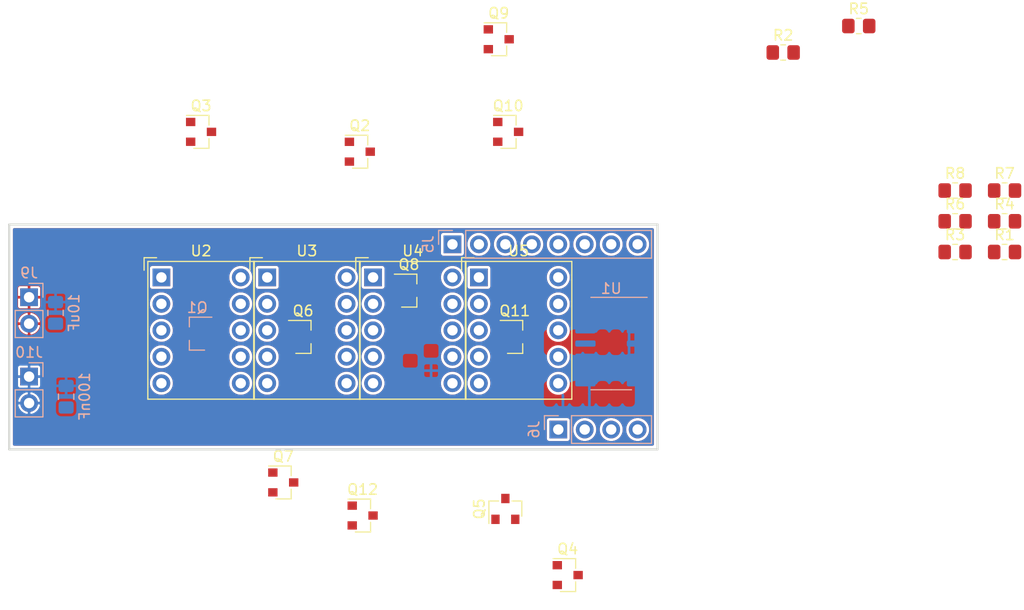
<source format=kicad_pcb>
(kicad_pcb (version 20171130) (host pcbnew "(5.1.9)-1")

  (general
    (thickness 1.6)
    (drawings 4)
    (tracks 0)
    (zones 0)
    (modules 31)
    (nets 39)
  )

  (page A4)
  (layers
    (0 F.Cu mixed)
    (31 B.Cu mixed)
    (32 B.Adhes user hide)
    (33 F.Adhes user hide)
    (34 B.Paste user hide)
    (35 F.Paste user hide)
    (36 B.SilkS user)
    (37 F.SilkS user)
    (38 B.Mask user hide)
    (39 F.Mask user hide)
    (40 Dwgs.User user hide)
    (41 Cmts.User user hide)
    (42 Eco1.User user hide)
    (43 Eco2.User user hide)
    (44 Edge.Cuts user)
    (45 Margin user)
    (46 B.CrtYd user)
    (47 F.CrtYd user)
    (48 B.Fab user)
    (49 F.Fab user)
  )

  (setup
    (last_trace_width 0.25)
    (trace_clearance 0.2)
    (zone_clearance 0.254)
    (zone_45_only no)
    (trace_min 0.2)
    (via_size 0.8)
    (via_drill 0.4)
    (via_min_size 0.4)
    (via_min_drill 0.3)
    (uvia_size 0.3)
    (uvia_drill 0.1)
    (uvias_allowed no)
    (uvia_min_size 0.2)
    (uvia_min_drill 0.1)
    (edge_width 0.1)
    (segment_width 0.2)
    (pcb_text_width 0.3)
    (pcb_text_size 1.5 1.5)
    (mod_edge_width 0.15)
    (mod_text_size 1 1)
    (mod_text_width 0.15)
    (pad_size 1.5 1.5)
    (pad_drill 0.6)
    (pad_to_mask_clearance 0)
    (solder_mask_min_width 0.25)
    (aux_axis_origin 0 0)
    (visible_elements 7FF7FF7F)
    (pcbplotparams
      (layerselection 0x010f0_ffffffff)
      (usegerberextensions false)
      (usegerberattributes false)
      (usegerberadvancedattributes false)
      (creategerberjobfile false)
      (excludeedgelayer true)
      (linewidth 0.100000)
      (plotframeref false)
      (viasonmask false)
      (mode 1)
      (useauxorigin false)
      (hpglpennumber 1)
      (hpglpenspeed 20)
      (hpglpendiameter 15.000000)
      (psnegative false)
      (psa4output false)
      (plotreference true)
      (plotvalue true)
      (plotinvisibletext false)
      (padsonsilk false)
      (subtractmaskfromsilk false)
      (outputformat 1)
      (mirror false)
      (drillshape 0)
      (scaleselection 1)
      (outputdirectory "reg_grb"))
  )

  (net 0 "")
  (net 1 GND)
  (net 2 VCC)
  (net 3 CA3)
  (net 4 "Net-(Q1-Pad1)")
  (net 5 "Net-(Q1-Pad3)")
  (net 6 DDP)
  (net 7 DG)
  (net 8 DF)
  (net 9 DE)
  (net 10 DD)
  (net 11 DC)
  (net 12 DB)
  (net 13 DA)
  (net 14 CA2)
  (net 15 CA1)
  (net 16 CA0)
  (net 17 "Net-(Q2-Pad3)")
  (net 18 A)
  (net 19 "Net-(Q3-Pad3)")
  (net 20 B)
  (net 21 "Net-(Q4-Pad3)")
  (net 22 C)
  (net 23 "Net-(Q5-Pad3)")
  (net 24 D)
  (net 25 "Net-(Q6-Pad3)")
  (net 26 "Net-(Q6-Pad1)")
  (net 27 "Net-(Q7-Pad3)")
  (net 28 E)
  (net 29 "Net-(Q8-Pad3)")
  (net 30 "Net-(Q8-Pad1)")
  (net 31 "Net-(Q9-Pad3)")
  (net 32 F)
  (net 33 "Net-(Q10-Pad3)")
  (net 34 G)
  (net 35 "Net-(Q11-Pad3)")
  (net 36 "Net-(Q11-Pad1)")
  (net 37 "Net-(Q12-Pad3)")
  (net 38 DP)

  (net_class Default "This is the default net class."
    (clearance 0.2)
    (trace_width 0.25)
    (via_dia 0.8)
    (via_drill 0.4)
    (uvia_dia 0.3)
    (uvia_drill 0.1)
    (add_net A)
    (add_net B)
    (add_net C)
    (add_net CA0)
    (add_net CA1)
    (add_net CA2)
    (add_net CA3)
    (add_net D)
    (add_net DA)
    (add_net DB)
    (add_net DC)
    (add_net DD)
    (add_net DDP)
    (add_net DE)
    (add_net DF)
    (add_net DG)
    (add_net DP)
    (add_net E)
    (add_net F)
    (add_net G)
    (add_net GND)
    (add_net "Net-(Q1-Pad1)")
    (add_net "Net-(Q1-Pad3)")
    (add_net "Net-(Q10-Pad3)")
    (add_net "Net-(Q11-Pad1)")
    (add_net "Net-(Q11-Pad3)")
    (add_net "Net-(Q12-Pad3)")
    (add_net "Net-(Q2-Pad3)")
    (add_net "Net-(Q3-Pad3)")
    (add_net "Net-(Q4-Pad3)")
    (add_net "Net-(Q5-Pad3)")
    (add_net "Net-(Q6-Pad1)")
    (add_net "Net-(Q6-Pad3)")
    (add_net "Net-(Q7-Pad3)")
    (add_net "Net-(Q8-Pad1)")
    (add_net "Net-(Q8-Pad3)")
    (add_net "Net-(Q9-Pad3)")
    (add_net VCC)
  )

  (module Display_7Segment:Sx39-1xxxxx (layer F.Cu) (tedit 5D854641) (tstamp 60D13996)
    (at 80.01 41.275)
    (descr "Single digit 7 segment LED display in red, yellow or green colour http://www.kingbrightusa.com/images/catalog/SPEC/sa39-11ewa.pdf")
    (tags "One digit LED 7 segment SA39-11 SC39-11 SA39-12 SC39-12")
    (path /60DBFFEB)
    (fp_text reference U5 (at 3.81 -2.54) (layer F.SilkS)
      (effects (font (size 1 1) (thickness 0.15)))
    )
    (fp_text value SC39-11GWA (at 2.54 12.7) (layer F.Fab)
      (effects (font (size 1 1) (thickness 0.15)))
    )
    (fp_text user %R (at 3.81 5.08) (layer F.Fab)
      (effects (font (size 1 1) (thickness 0.15)))
    )
    (fp_line (start -1.44 -1.67) (end 9.06 -1.67) (layer F.CrtYd) (width 0.05))
    (fp_line (start -1.44 11.83) (end -1.44 -1.67) (layer F.CrtYd) (width 0.05))
    (fp_line (start 9.06 11.83) (end -1.44 11.83) (layer F.CrtYd) (width 0.05))
    (fp_line (start 9.06 -1.67) (end 9.06 11.83) (layer F.CrtYd) (width 0.05))
    (fp_line (start -0.19 -1.42) (end 8.81 -1.42) (layer F.Fab) (width 0.1))
    (fp_line (start -1.19 -0.42) (end -0.19 -1.42) (layer F.Fab) (width 0.1))
    (fp_line (start -1.19 11.58) (end -1.19 -0.42) (layer F.Fab) (width 0.1))
    (fp_line (start 8.81 11.58) (end -1.19 11.58) (layer F.Fab) (width 0.1))
    (fp_line (start 8.81 -1.42) (end 8.81 11.58) (layer F.Fab) (width 0.1))
    (fp_line (start 8.92 11.69) (end 8.92 -1.53) (layer F.SilkS) (width 0.12))
    (fp_line (start -1.3 11.69) (end 8.92 11.69) (layer F.SilkS) (width 0.12))
    (fp_line (start -1.3 -1.53) (end -1.3 11.69) (layer F.SilkS) (width 0.12))
    (fp_line (start 8.92 -1.53) (end -1.3 -1.53) (layer F.SilkS) (width 0.12))
    (fp_line (start -1.66 -0.69) (end -1.66 -1.89) (layer F.SilkS) (width 0.12))
    (fp_line (start -1.66 -1.89) (end -0.46 -1.89) (layer F.SilkS) (width 0.12))
    (pad 10 thru_hole circle (at 7.62 0) (size 1.7 1.7) (drill 1) (layers *.Cu *.Mask)
      (net 18 A))
    (pad 9 thru_hole circle (at 7.62 2.54) (size 1.7 1.7) (drill 1) (layers *.Cu *.Mask)
      (net 20 B))
    (pad 8 thru_hole circle (at 7.62 5.08) (size 1.7 1.7) (drill 1) (layers *.Cu *.Mask)
      (net 35 "Net-(Q11-Pad3)"))
    (pad 7 thru_hole circle (at 7.62 7.62) (size 1.7 1.7) (drill 1) (layers *.Cu *.Mask)
      (net 22 C))
    (pad 6 thru_hole circle (at 7.62 10.16) (size 1.7 1.7) (drill 1) (layers *.Cu *.Mask)
      (net 38 DP))
    (pad 5 thru_hole circle (at 0 10.16) (size 1.7 1.7) (drill 1) (layers *.Cu *.Mask)
      (net 24 D))
    (pad 4 thru_hole circle (at 0 7.62) (size 1.7 1.7) (drill 1) (layers *.Cu *.Mask)
      (net 28 E))
    (pad 3 thru_hole circle (at 0 5.08) (size 1.7 1.7) (drill 1) (layers *.Cu *.Mask))
    (pad 2 thru_hole circle (at 0 2.54) (size 1.7 1.7) (drill 1) (layers *.Cu *.Mask)
      (net 32 F))
    (pad 1 thru_hole rect (at 0 0) (size 1.7 1.7) (drill 1) (layers *.Cu *.Mask)
      (net 34 G))
    (model ${KISYS3DMOD}/Display_7Segment.3dshapes/Sx39-1xxxxx.wrl
      (at (xyz 0 0 0))
      (scale (xyz 1 1 1))
      (rotate (xyz 0 0 0))
    )
  )

  (module Display_7Segment:Sx39-1xxxxx (layer F.Cu) (tedit 5D854641) (tstamp 60D13978)
    (at 69.85 41.275)
    (descr "Single digit 7 segment LED display in red, yellow or green colour http://www.kingbrightusa.com/images/catalog/SPEC/sa39-11ewa.pdf")
    (tags "One digit LED 7 segment SA39-11 SC39-11 SA39-12 SC39-12")
    (path /60DBF043)
    (fp_text reference U4 (at 3.81 -2.54) (layer F.SilkS)
      (effects (font (size 1 1) (thickness 0.15)))
    )
    (fp_text value SC39-11GWA (at 2.54 12.7) (layer F.Fab)
      (effects (font (size 1 1) (thickness 0.15)))
    )
    (fp_text user %R (at 3.81 5.08) (layer F.Fab)
      (effects (font (size 1 1) (thickness 0.15)))
    )
    (fp_line (start -1.44 -1.67) (end 9.06 -1.67) (layer F.CrtYd) (width 0.05))
    (fp_line (start -1.44 11.83) (end -1.44 -1.67) (layer F.CrtYd) (width 0.05))
    (fp_line (start 9.06 11.83) (end -1.44 11.83) (layer F.CrtYd) (width 0.05))
    (fp_line (start 9.06 -1.67) (end 9.06 11.83) (layer F.CrtYd) (width 0.05))
    (fp_line (start -0.19 -1.42) (end 8.81 -1.42) (layer F.Fab) (width 0.1))
    (fp_line (start -1.19 -0.42) (end -0.19 -1.42) (layer F.Fab) (width 0.1))
    (fp_line (start -1.19 11.58) (end -1.19 -0.42) (layer F.Fab) (width 0.1))
    (fp_line (start 8.81 11.58) (end -1.19 11.58) (layer F.Fab) (width 0.1))
    (fp_line (start 8.81 -1.42) (end 8.81 11.58) (layer F.Fab) (width 0.1))
    (fp_line (start 8.92 11.69) (end 8.92 -1.53) (layer F.SilkS) (width 0.12))
    (fp_line (start -1.3 11.69) (end 8.92 11.69) (layer F.SilkS) (width 0.12))
    (fp_line (start -1.3 -1.53) (end -1.3 11.69) (layer F.SilkS) (width 0.12))
    (fp_line (start 8.92 -1.53) (end -1.3 -1.53) (layer F.SilkS) (width 0.12))
    (fp_line (start -1.66 -0.69) (end -1.66 -1.89) (layer F.SilkS) (width 0.12))
    (fp_line (start -1.66 -1.89) (end -0.46 -1.89) (layer F.SilkS) (width 0.12))
    (pad 10 thru_hole circle (at 7.62 0) (size 1.7 1.7) (drill 1) (layers *.Cu *.Mask)
      (net 18 A))
    (pad 9 thru_hole circle (at 7.62 2.54) (size 1.7 1.7) (drill 1) (layers *.Cu *.Mask)
      (net 20 B))
    (pad 8 thru_hole circle (at 7.62 5.08) (size 1.7 1.7) (drill 1) (layers *.Cu *.Mask)
      (net 29 "Net-(Q8-Pad3)"))
    (pad 7 thru_hole circle (at 7.62 7.62) (size 1.7 1.7) (drill 1) (layers *.Cu *.Mask)
      (net 22 C))
    (pad 6 thru_hole circle (at 7.62 10.16) (size 1.7 1.7) (drill 1) (layers *.Cu *.Mask)
      (net 38 DP))
    (pad 5 thru_hole circle (at 0 10.16) (size 1.7 1.7) (drill 1) (layers *.Cu *.Mask)
      (net 24 D))
    (pad 4 thru_hole circle (at 0 7.62) (size 1.7 1.7) (drill 1) (layers *.Cu *.Mask)
      (net 28 E))
    (pad 3 thru_hole circle (at 0 5.08) (size 1.7 1.7) (drill 1) (layers *.Cu *.Mask))
    (pad 2 thru_hole circle (at 0 2.54) (size 1.7 1.7) (drill 1) (layers *.Cu *.Mask)
      (net 32 F))
    (pad 1 thru_hole rect (at 0 0) (size 1.7 1.7) (drill 1) (layers *.Cu *.Mask)
      (net 34 G))
    (model ${KISYS3DMOD}/Display_7Segment.3dshapes/Sx39-1xxxxx.wrl
      (at (xyz 0 0 0))
      (scale (xyz 1 1 1))
      (rotate (xyz 0 0 0))
    )
  )

  (module Display_7Segment:Sx39-1xxxxx (layer F.Cu) (tedit 5D854641) (tstamp 60D1395A)
    (at 59.69 41.275)
    (descr "Single digit 7 segment LED display in red, yellow or green colour http://www.kingbrightusa.com/images/catalog/SPEC/sa39-11ewa.pdf")
    (tags "One digit LED 7 segment SA39-11 SC39-11 SA39-12 SC39-12")
    (path /60DBE17C)
    (fp_text reference U3 (at 3.81 -2.54) (layer F.SilkS)
      (effects (font (size 1 1) (thickness 0.15)))
    )
    (fp_text value SC39-11GWA (at 2.54 12.7) (layer F.Fab)
      (effects (font (size 1 1) (thickness 0.15)))
    )
    (fp_text user %R (at 3.81 5.08) (layer F.Fab)
      (effects (font (size 1 1) (thickness 0.15)))
    )
    (fp_line (start -1.44 -1.67) (end 9.06 -1.67) (layer F.CrtYd) (width 0.05))
    (fp_line (start -1.44 11.83) (end -1.44 -1.67) (layer F.CrtYd) (width 0.05))
    (fp_line (start 9.06 11.83) (end -1.44 11.83) (layer F.CrtYd) (width 0.05))
    (fp_line (start 9.06 -1.67) (end 9.06 11.83) (layer F.CrtYd) (width 0.05))
    (fp_line (start -0.19 -1.42) (end 8.81 -1.42) (layer F.Fab) (width 0.1))
    (fp_line (start -1.19 -0.42) (end -0.19 -1.42) (layer F.Fab) (width 0.1))
    (fp_line (start -1.19 11.58) (end -1.19 -0.42) (layer F.Fab) (width 0.1))
    (fp_line (start 8.81 11.58) (end -1.19 11.58) (layer F.Fab) (width 0.1))
    (fp_line (start 8.81 -1.42) (end 8.81 11.58) (layer F.Fab) (width 0.1))
    (fp_line (start 8.92 11.69) (end 8.92 -1.53) (layer F.SilkS) (width 0.12))
    (fp_line (start -1.3 11.69) (end 8.92 11.69) (layer F.SilkS) (width 0.12))
    (fp_line (start -1.3 -1.53) (end -1.3 11.69) (layer F.SilkS) (width 0.12))
    (fp_line (start 8.92 -1.53) (end -1.3 -1.53) (layer F.SilkS) (width 0.12))
    (fp_line (start -1.66 -0.69) (end -1.66 -1.89) (layer F.SilkS) (width 0.12))
    (fp_line (start -1.66 -1.89) (end -0.46 -1.89) (layer F.SilkS) (width 0.12))
    (pad 10 thru_hole circle (at 7.62 0) (size 1.7 1.7) (drill 1) (layers *.Cu *.Mask)
      (net 18 A))
    (pad 9 thru_hole circle (at 7.62 2.54) (size 1.7 1.7) (drill 1) (layers *.Cu *.Mask)
      (net 20 B))
    (pad 8 thru_hole circle (at 7.62 5.08) (size 1.7 1.7) (drill 1) (layers *.Cu *.Mask)
      (net 25 "Net-(Q6-Pad3)"))
    (pad 7 thru_hole circle (at 7.62 7.62) (size 1.7 1.7) (drill 1) (layers *.Cu *.Mask)
      (net 22 C))
    (pad 6 thru_hole circle (at 7.62 10.16) (size 1.7 1.7) (drill 1) (layers *.Cu *.Mask)
      (net 38 DP))
    (pad 5 thru_hole circle (at 0 10.16) (size 1.7 1.7) (drill 1) (layers *.Cu *.Mask)
      (net 24 D))
    (pad 4 thru_hole circle (at 0 7.62) (size 1.7 1.7) (drill 1) (layers *.Cu *.Mask)
      (net 28 E))
    (pad 3 thru_hole circle (at 0 5.08) (size 1.7 1.7) (drill 1) (layers *.Cu *.Mask))
    (pad 2 thru_hole circle (at 0 2.54) (size 1.7 1.7) (drill 1) (layers *.Cu *.Mask)
      (net 32 F))
    (pad 1 thru_hole rect (at 0 0) (size 1.7 1.7) (drill 1) (layers *.Cu *.Mask)
      (net 34 G))
    (model ${KISYS3DMOD}/Display_7Segment.3dshapes/Sx39-1xxxxx.wrl
      (at (xyz 0 0 0))
      (scale (xyz 1 1 1))
      (rotate (xyz 0 0 0))
    )
  )

  (module Resistor_SMD:R_0805_2012Metric_Pad1.20x1.40mm_HandSolder (layer F.Cu) (tedit 5F68FEEE) (tstamp 60D138C4)
    (at 125.7225 32.938)
    (descr "Resistor SMD 0805 (2012 Metric), square (rectangular) end terminal, IPC_7351 nominal with elongated pad for handsoldering. (Body size source: IPC-SM-782 page 72, https://www.pcb-3d.com/wordpress/wp-content/uploads/ipc-sm-782a_amendment_1_and_2.pdf), generated with kicad-footprint-generator")
    (tags "resistor handsolder")
    (path /60E26F34)
    (attr smd)
    (fp_text reference R8 (at 0 -1.65) (layer F.SilkS)
      (effects (font (size 1 1) (thickness 0.15)))
    )
    (fp_text value 100 (at 0 1.65) (layer F.Fab)
      (effects (font (size 1 1) (thickness 0.15)))
    )
    (fp_text user %R (at 0 0) (layer F.Fab)
      (effects (font (size 0.5 0.5) (thickness 0.08)))
    )
    (fp_line (start -1 0.625) (end -1 -0.625) (layer F.Fab) (width 0.1))
    (fp_line (start -1 -0.625) (end 1 -0.625) (layer F.Fab) (width 0.1))
    (fp_line (start 1 -0.625) (end 1 0.625) (layer F.Fab) (width 0.1))
    (fp_line (start 1 0.625) (end -1 0.625) (layer F.Fab) (width 0.1))
    (fp_line (start -0.227064 -0.735) (end 0.227064 -0.735) (layer F.SilkS) (width 0.12))
    (fp_line (start -0.227064 0.735) (end 0.227064 0.735) (layer F.SilkS) (width 0.12))
    (fp_line (start -1.85 0.95) (end -1.85 -0.95) (layer F.CrtYd) (width 0.05))
    (fp_line (start -1.85 -0.95) (end 1.85 -0.95) (layer F.CrtYd) (width 0.05))
    (fp_line (start 1.85 -0.95) (end 1.85 0.95) (layer F.CrtYd) (width 0.05))
    (fp_line (start 1.85 0.95) (end -1.85 0.95) (layer F.CrtYd) (width 0.05))
    (pad 2 smd roundrect (at 1 0) (size 1.2 1.4) (layers F.Cu F.Paste F.Mask) (roundrect_rratio 0.208333)
      (net 37 "Net-(Q12-Pad3)"))
    (pad 1 smd roundrect (at -1 0) (size 1.2 1.4) (layers F.Cu F.Paste F.Mask) (roundrect_rratio 0.208333)
      (net 2 VCC))
    (model ${KISYS3DMOD}/Resistor_SMD.3dshapes/R_0805_2012Metric.wrl
      (at (xyz 0 0 0))
      (scale (xyz 1 1 1))
      (rotate (xyz 0 0 0))
    )
  )

  (module Resistor_SMD:R_0805_2012Metric_Pad1.20x1.40mm_HandSolder (layer F.Cu) (tedit 5F68FEEE) (tstamp 60D138B3)
    (at 130.4725 32.938)
    (descr "Resistor SMD 0805 (2012 Metric), square (rectangular) end terminal, IPC_7351 nominal with elongated pad for handsoldering. (Body size source: IPC-SM-782 page 72, https://www.pcb-3d.com/wordpress/wp-content/uploads/ipc-sm-782a_amendment_1_and_2.pdf), generated with kicad-footprint-generator")
    (tags "resistor handsolder")
    (path /60E26B4D)
    (attr smd)
    (fp_text reference R7 (at 0 -1.65) (layer F.SilkS)
      (effects (font (size 1 1) (thickness 0.15)))
    )
    (fp_text value 100 (at 0 1.65) (layer F.Fab)
      (effects (font (size 1 1) (thickness 0.15)))
    )
    (fp_text user %R (at 0 0) (layer F.Fab)
      (effects (font (size 0.5 0.5) (thickness 0.08)))
    )
    (fp_line (start -1 0.625) (end -1 -0.625) (layer F.Fab) (width 0.1))
    (fp_line (start -1 -0.625) (end 1 -0.625) (layer F.Fab) (width 0.1))
    (fp_line (start 1 -0.625) (end 1 0.625) (layer F.Fab) (width 0.1))
    (fp_line (start 1 0.625) (end -1 0.625) (layer F.Fab) (width 0.1))
    (fp_line (start -0.227064 -0.735) (end 0.227064 -0.735) (layer F.SilkS) (width 0.12))
    (fp_line (start -0.227064 0.735) (end 0.227064 0.735) (layer F.SilkS) (width 0.12))
    (fp_line (start -1.85 0.95) (end -1.85 -0.95) (layer F.CrtYd) (width 0.05))
    (fp_line (start -1.85 -0.95) (end 1.85 -0.95) (layer F.CrtYd) (width 0.05))
    (fp_line (start 1.85 -0.95) (end 1.85 0.95) (layer F.CrtYd) (width 0.05))
    (fp_line (start 1.85 0.95) (end -1.85 0.95) (layer F.CrtYd) (width 0.05))
    (pad 2 smd roundrect (at 1 0) (size 1.2 1.4) (layers F.Cu F.Paste F.Mask) (roundrect_rratio 0.208333)
      (net 33 "Net-(Q10-Pad3)"))
    (pad 1 smd roundrect (at -1 0) (size 1.2 1.4) (layers F.Cu F.Paste F.Mask) (roundrect_rratio 0.208333)
      (net 2 VCC))
    (model ${KISYS3DMOD}/Resistor_SMD.3dshapes/R_0805_2012Metric.wrl
      (at (xyz 0 0 0))
      (scale (xyz 1 1 1))
      (rotate (xyz 0 0 0))
    )
  )

  (module Resistor_SMD:R_0805_2012Metric_Pad1.20x1.40mm_HandSolder (layer F.Cu) (tedit 5F68FEEE) (tstamp 60D138A2)
    (at 125.7225 35.888)
    (descr "Resistor SMD 0805 (2012 Metric), square (rectangular) end terminal, IPC_7351 nominal with elongated pad for handsoldering. (Body size source: IPC-SM-782 page 72, https://www.pcb-3d.com/wordpress/wp-content/uploads/ipc-sm-782a_amendment_1_and_2.pdf), generated with kicad-footprint-generator")
    (tags "resistor handsolder")
    (path /60E2682E)
    (attr smd)
    (fp_text reference R6 (at 0 -1.65) (layer F.SilkS)
      (effects (font (size 1 1) (thickness 0.15)))
    )
    (fp_text value 100 (at 0 1.65) (layer F.Fab)
      (effects (font (size 1 1) (thickness 0.15)))
    )
    (fp_text user %R (at 0 0) (layer F.Fab)
      (effects (font (size 0.5 0.5) (thickness 0.08)))
    )
    (fp_line (start -1 0.625) (end -1 -0.625) (layer F.Fab) (width 0.1))
    (fp_line (start -1 -0.625) (end 1 -0.625) (layer F.Fab) (width 0.1))
    (fp_line (start 1 -0.625) (end 1 0.625) (layer F.Fab) (width 0.1))
    (fp_line (start 1 0.625) (end -1 0.625) (layer F.Fab) (width 0.1))
    (fp_line (start -0.227064 -0.735) (end 0.227064 -0.735) (layer F.SilkS) (width 0.12))
    (fp_line (start -0.227064 0.735) (end 0.227064 0.735) (layer F.SilkS) (width 0.12))
    (fp_line (start -1.85 0.95) (end -1.85 -0.95) (layer F.CrtYd) (width 0.05))
    (fp_line (start -1.85 -0.95) (end 1.85 -0.95) (layer F.CrtYd) (width 0.05))
    (fp_line (start 1.85 -0.95) (end 1.85 0.95) (layer F.CrtYd) (width 0.05))
    (fp_line (start 1.85 0.95) (end -1.85 0.95) (layer F.CrtYd) (width 0.05))
    (pad 2 smd roundrect (at 1 0) (size 1.2 1.4) (layers F.Cu F.Paste F.Mask) (roundrect_rratio 0.208333)
      (net 31 "Net-(Q9-Pad3)"))
    (pad 1 smd roundrect (at -1 0) (size 1.2 1.4) (layers F.Cu F.Paste F.Mask) (roundrect_rratio 0.208333)
      (net 2 VCC))
    (model ${KISYS3DMOD}/Resistor_SMD.3dshapes/R_0805_2012Metric.wrl
      (at (xyz 0 0 0))
      (scale (xyz 1 1 1))
      (rotate (xyz 0 0 0))
    )
  )

  (module Resistor_SMD:R_0805_2012Metric_Pad1.20x1.40mm_HandSolder (layer F.Cu) (tedit 5F68FEEE) (tstamp 60D13891)
    (at 116.475 17.145)
    (descr "Resistor SMD 0805 (2012 Metric), square (rectangular) end terminal, IPC_7351 nominal with elongated pad for handsoldering. (Body size source: IPC-SM-782 page 72, https://www.pcb-3d.com/wordpress/wp-content/uploads/ipc-sm-782a_amendment_1_and_2.pdf), generated with kicad-footprint-generator")
    (tags "resistor handsolder")
    (path /60E26579)
    (attr smd)
    (fp_text reference R5 (at 0 -1.65) (layer F.SilkS)
      (effects (font (size 1 1) (thickness 0.15)))
    )
    (fp_text value 100 (at 0 1.65) (layer F.Fab)
      (effects (font (size 1 1) (thickness 0.15)))
    )
    (fp_text user %R (at 0 0) (layer F.Fab)
      (effects (font (size 0.5 0.5) (thickness 0.08)))
    )
    (fp_line (start -1 0.625) (end -1 -0.625) (layer F.Fab) (width 0.1))
    (fp_line (start -1 -0.625) (end 1 -0.625) (layer F.Fab) (width 0.1))
    (fp_line (start 1 -0.625) (end 1 0.625) (layer F.Fab) (width 0.1))
    (fp_line (start 1 0.625) (end -1 0.625) (layer F.Fab) (width 0.1))
    (fp_line (start -0.227064 -0.735) (end 0.227064 -0.735) (layer F.SilkS) (width 0.12))
    (fp_line (start -0.227064 0.735) (end 0.227064 0.735) (layer F.SilkS) (width 0.12))
    (fp_line (start -1.85 0.95) (end -1.85 -0.95) (layer F.CrtYd) (width 0.05))
    (fp_line (start -1.85 -0.95) (end 1.85 -0.95) (layer F.CrtYd) (width 0.05))
    (fp_line (start 1.85 -0.95) (end 1.85 0.95) (layer F.CrtYd) (width 0.05))
    (fp_line (start 1.85 0.95) (end -1.85 0.95) (layer F.CrtYd) (width 0.05))
    (pad 2 smd roundrect (at 1 0) (size 1.2 1.4) (layers F.Cu F.Paste F.Mask) (roundrect_rratio 0.208333)
      (net 27 "Net-(Q7-Pad3)"))
    (pad 1 smd roundrect (at -1 0) (size 1.2 1.4) (layers F.Cu F.Paste F.Mask) (roundrect_rratio 0.208333)
      (net 2 VCC))
    (model ${KISYS3DMOD}/Resistor_SMD.3dshapes/R_0805_2012Metric.wrl
      (at (xyz 0 0 0))
      (scale (xyz 1 1 1))
      (rotate (xyz 0 0 0))
    )
  )

  (module Resistor_SMD:R_0805_2012Metric_Pad1.20x1.40mm_HandSolder (layer F.Cu) (tedit 5F68FEEE) (tstamp 60D13880)
    (at 130.4725 35.888)
    (descr "Resistor SMD 0805 (2012 Metric), square (rectangular) end terminal, IPC_7351 nominal with elongated pad for handsoldering. (Body size source: IPC-SM-782 page 72, https://www.pcb-3d.com/wordpress/wp-content/uploads/ipc-sm-782a_amendment_1_and_2.pdf), generated with kicad-footprint-generator")
    (tags "resistor handsolder")
    (path /60E208F5)
    (attr smd)
    (fp_text reference R4 (at 0 -1.65) (layer F.SilkS)
      (effects (font (size 1 1) (thickness 0.15)))
    )
    (fp_text value 100 (at 0 1.65) (layer F.Fab)
      (effects (font (size 1 1) (thickness 0.15)))
    )
    (fp_text user %R (at 0 0) (layer F.Fab)
      (effects (font (size 0.5 0.5) (thickness 0.08)))
    )
    (fp_line (start -1 0.625) (end -1 -0.625) (layer F.Fab) (width 0.1))
    (fp_line (start -1 -0.625) (end 1 -0.625) (layer F.Fab) (width 0.1))
    (fp_line (start 1 -0.625) (end 1 0.625) (layer F.Fab) (width 0.1))
    (fp_line (start 1 0.625) (end -1 0.625) (layer F.Fab) (width 0.1))
    (fp_line (start -0.227064 -0.735) (end 0.227064 -0.735) (layer F.SilkS) (width 0.12))
    (fp_line (start -0.227064 0.735) (end 0.227064 0.735) (layer F.SilkS) (width 0.12))
    (fp_line (start -1.85 0.95) (end -1.85 -0.95) (layer F.CrtYd) (width 0.05))
    (fp_line (start -1.85 -0.95) (end 1.85 -0.95) (layer F.CrtYd) (width 0.05))
    (fp_line (start 1.85 -0.95) (end 1.85 0.95) (layer F.CrtYd) (width 0.05))
    (fp_line (start 1.85 0.95) (end -1.85 0.95) (layer F.CrtYd) (width 0.05))
    (pad 2 smd roundrect (at 1 0) (size 1.2 1.4) (layers F.Cu F.Paste F.Mask) (roundrect_rratio 0.208333)
      (net 23 "Net-(Q5-Pad3)"))
    (pad 1 smd roundrect (at -1 0) (size 1.2 1.4) (layers F.Cu F.Paste F.Mask) (roundrect_rratio 0.208333)
      (net 2 VCC))
    (model ${KISYS3DMOD}/Resistor_SMD.3dshapes/R_0805_2012Metric.wrl
      (at (xyz 0 0 0))
      (scale (xyz 1 1 1))
      (rotate (xyz 0 0 0))
    )
  )

  (module Resistor_SMD:R_0805_2012Metric_Pad1.20x1.40mm_HandSolder (layer F.Cu) (tedit 5F68FEEE) (tstamp 60D1386F)
    (at 125.7225 38.838)
    (descr "Resistor SMD 0805 (2012 Metric), square (rectangular) end terminal, IPC_7351 nominal with elongated pad for handsoldering. (Body size source: IPC-SM-782 page 72, https://www.pcb-3d.com/wordpress/wp-content/uploads/ipc-sm-782a_amendment_1_and_2.pdf), generated with kicad-footprint-generator")
    (tags "resistor handsolder")
    (path /60E2050E)
    (attr smd)
    (fp_text reference R3 (at 0 -1.65) (layer F.SilkS)
      (effects (font (size 1 1) (thickness 0.15)))
    )
    (fp_text value 100 (at 0 1.65) (layer F.Fab)
      (effects (font (size 1 1) (thickness 0.15)))
    )
    (fp_text user %R (at 0 0) (layer F.Fab)
      (effects (font (size 0.5 0.5) (thickness 0.08)))
    )
    (fp_line (start -1 0.625) (end -1 -0.625) (layer F.Fab) (width 0.1))
    (fp_line (start -1 -0.625) (end 1 -0.625) (layer F.Fab) (width 0.1))
    (fp_line (start 1 -0.625) (end 1 0.625) (layer F.Fab) (width 0.1))
    (fp_line (start 1 0.625) (end -1 0.625) (layer F.Fab) (width 0.1))
    (fp_line (start -0.227064 -0.735) (end 0.227064 -0.735) (layer F.SilkS) (width 0.12))
    (fp_line (start -0.227064 0.735) (end 0.227064 0.735) (layer F.SilkS) (width 0.12))
    (fp_line (start -1.85 0.95) (end -1.85 -0.95) (layer F.CrtYd) (width 0.05))
    (fp_line (start -1.85 -0.95) (end 1.85 -0.95) (layer F.CrtYd) (width 0.05))
    (fp_line (start 1.85 -0.95) (end 1.85 0.95) (layer F.CrtYd) (width 0.05))
    (fp_line (start 1.85 0.95) (end -1.85 0.95) (layer F.CrtYd) (width 0.05))
    (pad 2 smd roundrect (at 1 0) (size 1.2 1.4) (layers F.Cu F.Paste F.Mask) (roundrect_rratio 0.208333)
      (net 21 "Net-(Q4-Pad3)"))
    (pad 1 smd roundrect (at -1 0) (size 1.2 1.4) (layers F.Cu F.Paste F.Mask) (roundrect_rratio 0.208333)
      (net 2 VCC))
    (model ${KISYS3DMOD}/Resistor_SMD.3dshapes/R_0805_2012Metric.wrl
      (at (xyz 0 0 0))
      (scale (xyz 1 1 1))
      (rotate (xyz 0 0 0))
    )
  )

  (module Resistor_SMD:R_0805_2012Metric_Pad1.20x1.40mm_HandSolder (layer F.Cu) (tedit 5F68FEEE) (tstamp 60D1385E)
    (at 109.22 19.685)
    (descr "Resistor SMD 0805 (2012 Metric), square (rectangular) end terminal, IPC_7351 nominal with elongated pad for handsoldering. (Body size source: IPC-SM-782 page 72, https://www.pcb-3d.com/wordpress/wp-content/uploads/ipc-sm-782a_amendment_1_and_2.pdf), generated with kicad-footprint-generator")
    (tags "resistor handsolder")
    (path /60E20041)
    (attr smd)
    (fp_text reference R2 (at 0 -1.65) (layer F.SilkS)
      (effects (font (size 1 1) (thickness 0.15)))
    )
    (fp_text value 100 (at 0 1.65) (layer F.Fab)
      (effects (font (size 1 1) (thickness 0.15)))
    )
    (fp_text user %R (at 0 0) (layer F.Fab)
      (effects (font (size 0.5 0.5) (thickness 0.08)))
    )
    (fp_line (start -1 0.625) (end -1 -0.625) (layer F.Fab) (width 0.1))
    (fp_line (start -1 -0.625) (end 1 -0.625) (layer F.Fab) (width 0.1))
    (fp_line (start 1 -0.625) (end 1 0.625) (layer F.Fab) (width 0.1))
    (fp_line (start 1 0.625) (end -1 0.625) (layer F.Fab) (width 0.1))
    (fp_line (start -0.227064 -0.735) (end 0.227064 -0.735) (layer F.SilkS) (width 0.12))
    (fp_line (start -0.227064 0.735) (end 0.227064 0.735) (layer F.SilkS) (width 0.12))
    (fp_line (start -1.85 0.95) (end -1.85 -0.95) (layer F.CrtYd) (width 0.05))
    (fp_line (start -1.85 -0.95) (end 1.85 -0.95) (layer F.CrtYd) (width 0.05))
    (fp_line (start 1.85 -0.95) (end 1.85 0.95) (layer F.CrtYd) (width 0.05))
    (fp_line (start 1.85 0.95) (end -1.85 0.95) (layer F.CrtYd) (width 0.05))
    (pad 2 smd roundrect (at 1 0) (size 1.2 1.4) (layers F.Cu F.Paste F.Mask) (roundrect_rratio 0.208333)
      (net 19 "Net-(Q3-Pad3)"))
    (pad 1 smd roundrect (at -1 0) (size 1.2 1.4) (layers F.Cu F.Paste F.Mask) (roundrect_rratio 0.208333)
      (net 2 VCC))
    (model ${KISYS3DMOD}/Resistor_SMD.3dshapes/R_0805_2012Metric.wrl
      (at (xyz 0 0 0))
      (scale (xyz 1 1 1))
      (rotate (xyz 0 0 0))
    )
  )

  (module Resistor_SMD:R_0805_2012Metric_Pad1.20x1.40mm_HandSolder (layer F.Cu) (tedit 5F68FEEE) (tstamp 60D1384D)
    (at 130.4725 38.838)
    (descr "Resistor SMD 0805 (2012 Metric), square (rectangular) end terminal, IPC_7351 nominal with elongated pad for handsoldering. (Body size source: IPC-SM-782 page 72, https://www.pcb-3d.com/wordpress/wp-content/uploads/ipc-sm-782a_amendment_1_and_2.pdf), generated with kicad-footprint-generator")
    (tags "resistor handsolder")
    (path /60E1E8A2)
    (attr smd)
    (fp_text reference R1 (at 0 -1.65) (layer F.SilkS)
      (effects (font (size 1 1) (thickness 0.15)))
    )
    (fp_text value 100 (at 0 1.65) (layer F.Fab)
      (effects (font (size 1 1) (thickness 0.15)))
    )
    (fp_text user %R (at 0 0) (layer F.Fab)
      (effects (font (size 0.5 0.5) (thickness 0.08)))
    )
    (fp_line (start -1 0.625) (end -1 -0.625) (layer F.Fab) (width 0.1))
    (fp_line (start -1 -0.625) (end 1 -0.625) (layer F.Fab) (width 0.1))
    (fp_line (start 1 -0.625) (end 1 0.625) (layer F.Fab) (width 0.1))
    (fp_line (start 1 0.625) (end -1 0.625) (layer F.Fab) (width 0.1))
    (fp_line (start -0.227064 -0.735) (end 0.227064 -0.735) (layer F.SilkS) (width 0.12))
    (fp_line (start -0.227064 0.735) (end 0.227064 0.735) (layer F.SilkS) (width 0.12))
    (fp_line (start -1.85 0.95) (end -1.85 -0.95) (layer F.CrtYd) (width 0.05))
    (fp_line (start -1.85 -0.95) (end 1.85 -0.95) (layer F.CrtYd) (width 0.05))
    (fp_line (start 1.85 -0.95) (end 1.85 0.95) (layer F.CrtYd) (width 0.05))
    (fp_line (start 1.85 0.95) (end -1.85 0.95) (layer F.CrtYd) (width 0.05))
    (pad 2 smd roundrect (at 1 0) (size 1.2 1.4) (layers F.Cu F.Paste F.Mask) (roundrect_rratio 0.208333)
      (net 17 "Net-(Q2-Pad3)"))
    (pad 1 smd roundrect (at -1 0) (size 1.2 1.4) (layers F.Cu F.Paste F.Mask) (roundrect_rratio 0.208333)
      (net 2 VCC))
    (model ${KISYS3DMOD}/Resistor_SMD.3dshapes/R_0805_2012Metric.wrl
      (at (xyz 0 0 0))
      (scale (xyz 1 1 1))
      (rotate (xyz 0 0 0))
    )
  )

  (module Package_TO_SOT_SMD:SOT-23 (layer F.Cu) (tedit 5A02FF57) (tstamp 60D141E1)
    (at 68.85 64.135)
    (descr "SOT-23, Standard")
    (tags SOT-23)
    (path /60E0EEBE)
    (attr smd)
    (fp_text reference Q12 (at 0 -2.5) (layer F.SilkS)
      (effects (font (size 1 1) (thickness 0.15)))
    )
    (fp_text value Q_NMOS_GSD (at 0 2.5) (layer F.Fab)
      (effects (font (size 1 1) (thickness 0.15)))
    )
    (fp_text user %R (at 0 0 90) (layer F.Fab)
      (effects (font (size 0.5 0.5) (thickness 0.075)))
    )
    (fp_line (start -0.7 -0.95) (end -0.7 1.5) (layer F.Fab) (width 0.1))
    (fp_line (start -0.15 -1.52) (end 0.7 -1.52) (layer F.Fab) (width 0.1))
    (fp_line (start -0.7 -0.95) (end -0.15 -1.52) (layer F.Fab) (width 0.1))
    (fp_line (start 0.7 -1.52) (end 0.7 1.52) (layer F.Fab) (width 0.1))
    (fp_line (start -0.7 1.52) (end 0.7 1.52) (layer F.Fab) (width 0.1))
    (fp_line (start 0.76 1.58) (end 0.76 0.65) (layer F.SilkS) (width 0.12))
    (fp_line (start 0.76 -1.58) (end 0.76 -0.65) (layer F.SilkS) (width 0.12))
    (fp_line (start -1.7 -1.75) (end 1.7 -1.75) (layer F.CrtYd) (width 0.05))
    (fp_line (start 1.7 -1.75) (end 1.7 1.75) (layer F.CrtYd) (width 0.05))
    (fp_line (start 1.7 1.75) (end -1.7 1.75) (layer F.CrtYd) (width 0.05))
    (fp_line (start -1.7 1.75) (end -1.7 -1.75) (layer F.CrtYd) (width 0.05))
    (fp_line (start 0.76 -1.58) (end -1.4 -1.58) (layer F.SilkS) (width 0.12))
    (fp_line (start 0.76 1.58) (end -0.7 1.58) (layer F.SilkS) (width 0.12))
    (pad 3 smd rect (at 1 0) (size 0.9 0.8) (layers F.Cu F.Paste F.Mask)
      (net 37 "Net-(Q12-Pad3)"))
    (pad 2 smd rect (at -1 0.95) (size 0.9 0.8) (layers F.Cu F.Paste F.Mask)
      (net 38 DP))
    (pad 1 smd rect (at -1 -0.95) (size 0.9 0.8) (layers F.Cu F.Paste F.Mask)
      (net 6 DDP))
    (model ${KISYS3DMOD}/Package_TO_SOT_SMD.3dshapes/SOT-23.wrl
      (at (xyz 0 0 0))
      (scale (xyz 1 1 1))
      (rotate (xyz 0 0 0))
    )
  )

  (module Package_TO_SOT_SMD:SOT-23 (layer F.Cu) (tedit 5A02FF57) (tstamp 60D13827)
    (at 83.455 46.99)
    (descr "SOT-23, Standard")
    (tags SOT-23)
    (path /60DCC845)
    (attr smd)
    (fp_text reference Q11 (at 0 -2.5) (layer F.SilkS)
      (effects (font (size 1 1) (thickness 0.15)))
    )
    (fp_text value Q_NMOS_GSD (at 0 2.5) (layer F.Fab)
      (effects (font (size 1 1) (thickness 0.15)))
    )
    (fp_text user %R (at 0 0 90) (layer F.Fab)
      (effects (font (size 0.5 0.5) (thickness 0.075)))
    )
    (fp_line (start -0.7 -0.95) (end -0.7 1.5) (layer F.Fab) (width 0.1))
    (fp_line (start -0.15 -1.52) (end 0.7 -1.52) (layer F.Fab) (width 0.1))
    (fp_line (start -0.7 -0.95) (end -0.15 -1.52) (layer F.Fab) (width 0.1))
    (fp_line (start 0.7 -1.52) (end 0.7 1.52) (layer F.Fab) (width 0.1))
    (fp_line (start -0.7 1.52) (end 0.7 1.52) (layer F.Fab) (width 0.1))
    (fp_line (start 0.76 1.58) (end 0.76 0.65) (layer F.SilkS) (width 0.12))
    (fp_line (start 0.76 -1.58) (end 0.76 -0.65) (layer F.SilkS) (width 0.12))
    (fp_line (start -1.7 -1.75) (end 1.7 -1.75) (layer F.CrtYd) (width 0.05))
    (fp_line (start 1.7 -1.75) (end 1.7 1.75) (layer F.CrtYd) (width 0.05))
    (fp_line (start 1.7 1.75) (end -1.7 1.75) (layer F.CrtYd) (width 0.05))
    (fp_line (start -1.7 1.75) (end -1.7 -1.75) (layer F.CrtYd) (width 0.05))
    (fp_line (start 0.76 -1.58) (end -1.4 -1.58) (layer F.SilkS) (width 0.12))
    (fp_line (start 0.76 1.58) (end -0.7 1.58) (layer F.SilkS) (width 0.12))
    (pad 3 smd rect (at 1 0) (size 0.9 0.8) (layers F.Cu F.Paste F.Mask)
      (net 35 "Net-(Q11-Pad3)"))
    (pad 2 smd rect (at -1 0.95) (size 0.9 0.8) (layers F.Cu F.Paste F.Mask)
      (net 1 GND))
    (pad 1 smd rect (at -1 -0.95) (size 0.9 0.8) (layers F.Cu F.Paste F.Mask)
      (net 36 "Net-(Q11-Pad1)"))
    (model ${KISYS3DMOD}/Package_TO_SOT_SMD.3dshapes/SOT-23.wrl
      (at (xyz 0 0 0))
      (scale (xyz 1 1 1))
      (rotate (xyz 0 0 0))
    )
  )

  (module Package_TO_SOT_SMD:SOT-23 (layer F.Cu) (tedit 5A02FF57) (tstamp 60D13812)
    (at 82.82 27.305)
    (descr "SOT-23, Standard")
    (tags SOT-23)
    (path /60E0EEB8)
    (attr smd)
    (fp_text reference Q10 (at 0 -2.5) (layer F.SilkS)
      (effects (font (size 1 1) (thickness 0.15)))
    )
    (fp_text value Q_NMOS_GSD (at 0 2.5) (layer F.Fab)
      (effects (font (size 1 1) (thickness 0.15)))
    )
    (fp_text user %R (at 0 0 90) (layer F.Fab)
      (effects (font (size 0.5 0.5) (thickness 0.075)))
    )
    (fp_line (start -0.7 -0.95) (end -0.7 1.5) (layer F.Fab) (width 0.1))
    (fp_line (start -0.15 -1.52) (end 0.7 -1.52) (layer F.Fab) (width 0.1))
    (fp_line (start -0.7 -0.95) (end -0.15 -1.52) (layer F.Fab) (width 0.1))
    (fp_line (start 0.7 -1.52) (end 0.7 1.52) (layer F.Fab) (width 0.1))
    (fp_line (start -0.7 1.52) (end 0.7 1.52) (layer F.Fab) (width 0.1))
    (fp_line (start 0.76 1.58) (end 0.76 0.65) (layer F.SilkS) (width 0.12))
    (fp_line (start 0.76 -1.58) (end 0.76 -0.65) (layer F.SilkS) (width 0.12))
    (fp_line (start -1.7 -1.75) (end 1.7 -1.75) (layer F.CrtYd) (width 0.05))
    (fp_line (start 1.7 -1.75) (end 1.7 1.75) (layer F.CrtYd) (width 0.05))
    (fp_line (start 1.7 1.75) (end -1.7 1.75) (layer F.CrtYd) (width 0.05))
    (fp_line (start -1.7 1.75) (end -1.7 -1.75) (layer F.CrtYd) (width 0.05))
    (fp_line (start 0.76 -1.58) (end -1.4 -1.58) (layer F.SilkS) (width 0.12))
    (fp_line (start 0.76 1.58) (end -0.7 1.58) (layer F.SilkS) (width 0.12))
    (pad 3 smd rect (at 1 0) (size 0.9 0.8) (layers F.Cu F.Paste F.Mask)
      (net 33 "Net-(Q10-Pad3)"))
    (pad 2 smd rect (at -1 0.95) (size 0.9 0.8) (layers F.Cu F.Paste F.Mask)
      (net 34 G))
    (pad 1 smd rect (at -1 -0.95) (size 0.9 0.8) (layers F.Cu F.Paste F.Mask)
      (net 7 DG))
    (model ${KISYS3DMOD}/Package_TO_SOT_SMD.3dshapes/SOT-23.wrl
      (at (xyz 0 0 0))
      (scale (xyz 1 1 1))
      (rotate (xyz 0 0 0))
    )
  )

  (module Package_TO_SOT_SMD:SOT-23 (layer F.Cu) (tedit 5A02FF57) (tstamp 60D137FD)
    (at 81.915 18.415)
    (descr "SOT-23, Standard")
    (tags SOT-23)
    (path /60E0EEB2)
    (attr smd)
    (fp_text reference Q9 (at 0 -2.5) (layer F.SilkS)
      (effects (font (size 1 1) (thickness 0.15)))
    )
    (fp_text value Q_NMOS_GSD (at 0 2.5) (layer F.Fab)
      (effects (font (size 1 1) (thickness 0.15)))
    )
    (fp_text user %R (at 0 0 90) (layer F.Fab)
      (effects (font (size 0.5 0.5) (thickness 0.075)))
    )
    (fp_line (start -0.7 -0.95) (end -0.7 1.5) (layer F.Fab) (width 0.1))
    (fp_line (start -0.15 -1.52) (end 0.7 -1.52) (layer F.Fab) (width 0.1))
    (fp_line (start -0.7 -0.95) (end -0.15 -1.52) (layer F.Fab) (width 0.1))
    (fp_line (start 0.7 -1.52) (end 0.7 1.52) (layer F.Fab) (width 0.1))
    (fp_line (start -0.7 1.52) (end 0.7 1.52) (layer F.Fab) (width 0.1))
    (fp_line (start 0.76 1.58) (end 0.76 0.65) (layer F.SilkS) (width 0.12))
    (fp_line (start 0.76 -1.58) (end 0.76 -0.65) (layer F.SilkS) (width 0.12))
    (fp_line (start -1.7 -1.75) (end 1.7 -1.75) (layer F.CrtYd) (width 0.05))
    (fp_line (start 1.7 -1.75) (end 1.7 1.75) (layer F.CrtYd) (width 0.05))
    (fp_line (start 1.7 1.75) (end -1.7 1.75) (layer F.CrtYd) (width 0.05))
    (fp_line (start -1.7 1.75) (end -1.7 -1.75) (layer F.CrtYd) (width 0.05))
    (fp_line (start 0.76 -1.58) (end -1.4 -1.58) (layer F.SilkS) (width 0.12))
    (fp_line (start 0.76 1.58) (end -0.7 1.58) (layer F.SilkS) (width 0.12))
    (pad 3 smd rect (at 1 0) (size 0.9 0.8) (layers F.Cu F.Paste F.Mask)
      (net 31 "Net-(Q9-Pad3)"))
    (pad 2 smd rect (at -1 0.95) (size 0.9 0.8) (layers F.Cu F.Paste F.Mask)
      (net 32 F))
    (pad 1 smd rect (at -1 -0.95) (size 0.9 0.8) (layers F.Cu F.Paste F.Mask)
      (net 8 DF))
    (model ${KISYS3DMOD}/Package_TO_SOT_SMD.3dshapes/SOT-23.wrl
      (at (xyz 0 0 0))
      (scale (xyz 1 1 1))
      (rotate (xyz 0 0 0))
    )
  )

  (module Package_TO_SOT_SMD:SOT-23 (layer F.Cu) (tedit 5A02FF57) (tstamp 60D137E8)
    (at 73.295 42.545)
    (descr "SOT-23, Standard")
    (tags SOT-23)
    (path /60DCAA4E)
    (attr smd)
    (fp_text reference Q8 (at 0 -2.5) (layer F.SilkS)
      (effects (font (size 1 1) (thickness 0.15)))
    )
    (fp_text value Q_NMOS_GSD (at 0 2.5) (layer F.Fab)
      (effects (font (size 1 1) (thickness 0.15)))
    )
    (fp_text user %R (at 0 0 90) (layer F.Fab)
      (effects (font (size 0.5 0.5) (thickness 0.075)))
    )
    (fp_line (start -0.7 -0.95) (end -0.7 1.5) (layer F.Fab) (width 0.1))
    (fp_line (start -0.15 -1.52) (end 0.7 -1.52) (layer F.Fab) (width 0.1))
    (fp_line (start -0.7 -0.95) (end -0.15 -1.52) (layer F.Fab) (width 0.1))
    (fp_line (start 0.7 -1.52) (end 0.7 1.52) (layer F.Fab) (width 0.1))
    (fp_line (start -0.7 1.52) (end 0.7 1.52) (layer F.Fab) (width 0.1))
    (fp_line (start 0.76 1.58) (end 0.76 0.65) (layer F.SilkS) (width 0.12))
    (fp_line (start 0.76 -1.58) (end 0.76 -0.65) (layer F.SilkS) (width 0.12))
    (fp_line (start -1.7 -1.75) (end 1.7 -1.75) (layer F.CrtYd) (width 0.05))
    (fp_line (start 1.7 -1.75) (end 1.7 1.75) (layer F.CrtYd) (width 0.05))
    (fp_line (start 1.7 1.75) (end -1.7 1.75) (layer F.CrtYd) (width 0.05))
    (fp_line (start -1.7 1.75) (end -1.7 -1.75) (layer F.CrtYd) (width 0.05))
    (fp_line (start 0.76 -1.58) (end -1.4 -1.58) (layer F.SilkS) (width 0.12))
    (fp_line (start 0.76 1.58) (end -0.7 1.58) (layer F.SilkS) (width 0.12))
    (pad 3 smd rect (at 1 0) (size 0.9 0.8) (layers F.Cu F.Paste F.Mask)
      (net 29 "Net-(Q8-Pad3)"))
    (pad 2 smd rect (at -1 0.95) (size 0.9 0.8) (layers F.Cu F.Paste F.Mask)
      (net 1 GND))
    (pad 1 smd rect (at -1 -0.95) (size 0.9 0.8) (layers F.Cu F.Paste F.Mask)
      (net 30 "Net-(Q8-Pad1)"))
    (model ${KISYS3DMOD}/Package_TO_SOT_SMD.3dshapes/SOT-23.wrl
      (at (xyz 0 0 0))
      (scale (xyz 1 1 1))
      (rotate (xyz 0 0 0))
    )
  )

  (module Package_TO_SOT_SMD:SOT-23 (layer F.Cu) (tedit 5A02FF57) (tstamp 60D137D3)
    (at 61.23 60.96)
    (descr "SOT-23, Standard")
    (tags SOT-23)
    (path /60E0EEAC)
    (attr smd)
    (fp_text reference Q7 (at 0 -2.5) (layer F.SilkS)
      (effects (font (size 1 1) (thickness 0.15)))
    )
    (fp_text value Q_NMOS_GSD (at 0 2.5) (layer F.Fab)
      (effects (font (size 1 1) (thickness 0.15)))
    )
    (fp_text user %R (at 0 0 90) (layer F.Fab)
      (effects (font (size 0.5 0.5) (thickness 0.075)))
    )
    (fp_line (start -0.7 -0.95) (end -0.7 1.5) (layer F.Fab) (width 0.1))
    (fp_line (start -0.15 -1.52) (end 0.7 -1.52) (layer F.Fab) (width 0.1))
    (fp_line (start -0.7 -0.95) (end -0.15 -1.52) (layer F.Fab) (width 0.1))
    (fp_line (start 0.7 -1.52) (end 0.7 1.52) (layer F.Fab) (width 0.1))
    (fp_line (start -0.7 1.52) (end 0.7 1.52) (layer F.Fab) (width 0.1))
    (fp_line (start 0.76 1.58) (end 0.76 0.65) (layer F.SilkS) (width 0.12))
    (fp_line (start 0.76 -1.58) (end 0.76 -0.65) (layer F.SilkS) (width 0.12))
    (fp_line (start -1.7 -1.75) (end 1.7 -1.75) (layer F.CrtYd) (width 0.05))
    (fp_line (start 1.7 -1.75) (end 1.7 1.75) (layer F.CrtYd) (width 0.05))
    (fp_line (start 1.7 1.75) (end -1.7 1.75) (layer F.CrtYd) (width 0.05))
    (fp_line (start -1.7 1.75) (end -1.7 -1.75) (layer F.CrtYd) (width 0.05))
    (fp_line (start 0.76 -1.58) (end -1.4 -1.58) (layer F.SilkS) (width 0.12))
    (fp_line (start 0.76 1.58) (end -0.7 1.58) (layer F.SilkS) (width 0.12))
    (pad 3 smd rect (at 1 0) (size 0.9 0.8) (layers F.Cu F.Paste F.Mask)
      (net 27 "Net-(Q7-Pad3)"))
    (pad 2 smd rect (at -1 0.95) (size 0.9 0.8) (layers F.Cu F.Paste F.Mask)
      (net 28 E))
    (pad 1 smd rect (at -1 -0.95) (size 0.9 0.8) (layers F.Cu F.Paste F.Mask)
      (net 9 DE))
    (model ${KISYS3DMOD}/Package_TO_SOT_SMD.3dshapes/SOT-23.wrl
      (at (xyz 0 0 0))
      (scale (xyz 1 1 1))
      (rotate (xyz 0 0 0))
    )
  )

  (module Package_TO_SOT_SMD:SOT-23 (layer F.Cu) (tedit 5A02FF57) (tstamp 60D137BE)
    (at 63.135 46.99)
    (descr "SOT-23, Standard")
    (tags SOT-23)
    (path /60DC94BA)
    (attr smd)
    (fp_text reference Q6 (at 0 -2.5) (layer F.SilkS)
      (effects (font (size 1 1) (thickness 0.15)))
    )
    (fp_text value Q_NMOS_GSD (at 0 2.5) (layer F.Fab)
      (effects (font (size 1 1) (thickness 0.15)))
    )
    (fp_text user %R (at 0 0 90) (layer F.Fab)
      (effects (font (size 0.5 0.5) (thickness 0.075)))
    )
    (fp_line (start -0.7 -0.95) (end -0.7 1.5) (layer F.Fab) (width 0.1))
    (fp_line (start -0.15 -1.52) (end 0.7 -1.52) (layer F.Fab) (width 0.1))
    (fp_line (start -0.7 -0.95) (end -0.15 -1.52) (layer F.Fab) (width 0.1))
    (fp_line (start 0.7 -1.52) (end 0.7 1.52) (layer F.Fab) (width 0.1))
    (fp_line (start -0.7 1.52) (end 0.7 1.52) (layer F.Fab) (width 0.1))
    (fp_line (start 0.76 1.58) (end 0.76 0.65) (layer F.SilkS) (width 0.12))
    (fp_line (start 0.76 -1.58) (end 0.76 -0.65) (layer F.SilkS) (width 0.12))
    (fp_line (start -1.7 -1.75) (end 1.7 -1.75) (layer F.CrtYd) (width 0.05))
    (fp_line (start 1.7 -1.75) (end 1.7 1.75) (layer F.CrtYd) (width 0.05))
    (fp_line (start 1.7 1.75) (end -1.7 1.75) (layer F.CrtYd) (width 0.05))
    (fp_line (start -1.7 1.75) (end -1.7 -1.75) (layer F.CrtYd) (width 0.05))
    (fp_line (start 0.76 -1.58) (end -1.4 -1.58) (layer F.SilkS) (width 0.12))
    (fp_line (start 0.76 1.58) (end -0.7 1.58) (layer F.SilkS) (width 0.12))
    (pad 3 smd rect (at 1 0) (size 0.9 0.8) (layers F.Cu F.Paste F.Mask)
      (net 25 "Net-(Q6-Pad3)"))
    (pad 2 smd rect (at -1 0.95) (size 0.9 0.8) (layers F.Cu F.Paste F.Mask)
      (net 1 GND))
    (pad 1 smd rect (at -1 -0.95) (size 0.9 0.8) (layers F.Cu F.Paste F.Mask)
      (net 26 "Net-(Q6-Pad1)"))
    (model ${KISYS3DMOD}/Package_TO_SOT_SMD.3dshapes/SOT-23.wrl
      (at (xyz 0 0 0))
      (scale (xyz 1 1 1))
      (rotate (xyz 0 0 0))
    )
  )

  (module Package_TO_SOT_SMD:SOT-23 (layer F.Cu) (tedit 5A02FF57) (tstamp 60D14049)
    (at 82.55 63.5 90)
    (descr "SOT-23, Standard")
    (tags SOT-23)
    (path /60E0BB01)
    (attr smd)
    (fp_text reference Q5 (at 0 -2.5 90) (layer F.SilkS)
      (effects (font (size 1 1) (thickness 0.15)))
    )
    (fp_text value Q_NMOS_GSD (at 0 2.5 90) (layer F.Fab)
      (effects (font (size 1 1) (thickness 0.15)))
    )
    (fp_text user %R (at 0 0) (layer F.Fab)
      (effects (font (size 0.5 0.5) (thickness 0.075)))
    )
    (fp_line (start -0.7 -0.95) (end -0.7 1.5) (layer F.Fab) (width 0.1))
    (fp_line (start -0.15 -1.52) (end 0.7 -1.52) (layer F.Fab) (width 0.1))
    (fp_line (start -0.7 -0.95) (end -0.15 -1.52) (layer F.Fab) (width 0.1))
    (fp_line (start 0.7 -1.52) (end 0.7 1.52) (layer F.Fab) (width 0.1))
    (fp_line (start -0.7 1.52) (end 0.7 1.52) (layer F.Fab) (width 0.1))
    (fp_line (start 0.76 1.58) (end 0.76 0.65) (layer F.SilkS) (width 0.12))
    (fp_line (start 0.76 -1.58) (end 0.76 -0.65) (layer F.SilkS) (width 0.12))
    (fp_line (start -1.7 -1.75) (end 1.7 -1.75) (layer F.CrtYd) (width 0.05))
    (fp_line (start 1.7 -1.75) (end 1.7 1.75) (layer F.CrtYd) (width 0.05))
    (fp_line (start 1.7 1.75) (end -1.7 1.75) (layer F.CrtYd) (width 0.05))
    (fp_line (start -1.7 1.75) (end -1.7 -1.75) (layer F.CrtYd) (width 0.05))
    (fp_line (start 0.76 -1.58) (end -1.4 -1.58) (layer F.SilkS) (width 0.12))
    (fp_line (start 0.76 1.58) (end -0.7 1.58) (layer F.SilkS) (width 0.12))
    (pad 3 smd rect (at 1 0 90) (size 0.9 0.8) (layers F.Cu F.Paste F.Mask)
      (net 23 "Net-(Q5-Pad3)"))
    (pad 2 smd rect (at -1 0.95 90) (size 0.9 0.8) (layers F.Cu F.Paste F.Mask)
      (net 24 D))
    (pad 1 smd rect (at -1 -0.95 90) (size 0.9 0.8) (layers F.Cu F.Paste F.Mask)
      (net 10 DD))
    (model ${KISYS3DMOD}/Package_TO_SOT_SMD.3dshapes/SOT-23.wrl
      (at (xyz 0 0 0))
      (scale (xyz 1 1 1))
      (rotate (xyz 0 0 0))
    )
  )

  (module Package_TO_SOT_SMD:SOT-23 (layer F.Cu) (tedit 5A02FF57) (tstamp 60D13794)
    (at 88.535 69.85)
    (descr "SOT-23, Standard")
    (tags SOT-23)
    (path /60E0B5EB)
    (attr smd)
    (fp_text reference Q4 (at 0 -2.5) (layer F.SilkS)
      (effects (font (size 1 1) (thickness 0.15)))
    )
    (fp_text value Q_NMOS_GSD (at 0 2.5) (layer F.Fab)
      (effects (font (size 1 1) (thickness 0.15)))
    )
    (fp_text user %R (at 0 0 90) (layer F.Fab)
      (effects (font (size 0.5 0.5) (thickness 0.075)))
    )
    (fp_line (start -0.7 -0.95) (end -0.7 1.5) (layer F.Fab) (width 0.1))
    (fp_line (start -0.15 -1.52) (end 0.7 -1.52) (layer F.Fab) (width 0.1))
    (fp_line (start -0.7 -0.95) (end -0.15 -1.52) (layer F.Fab) (width 0.1))
    (fp_line (start 0.7 -1.52) (end 0.7 1.52) (layer F.Fab) (width 0.1))
    (fp_line (start -0.7 1.52) (end 0.7 1.52) (layer F.Fab) (width 0.1))
    (fp_line (start 0.76 1.58) (end 0.76 0.65) (layer F.SilkS) (width 0.12))
    (fp_line (start 0.76 -1.58) (end 0.76 -0.65) (layer F.SilkS) (width 0.12))
    (fp_line (start -1.7 -1.75) (end 1.7 -1.75) (layer F.CrtYd) (width 0.05))
    (fp_line (start 1.7 -1.75) (end 1.7 1.75) (layer F.CrtYd) (width 0.05))
    (fp_line (start 1.7 1.75) (end -1.7 1.75) (layer F.CrtYd) (width 0.05))
    (fp_line (start -1.7 1.75) (end -1.7 -1.75) (layer F.CrtYd) (width 0.05))
    (fp_line (start 0.76 -1.58) (end -1.4 -1.58) (layer F.SilkS) (width 0.12))
    (fp_line (start 0.76 1.58) (end -0.7 1.58) (layer F.SilkS) (width 0.12))
    (pad 3 smd rect (at 1 0) (size 0.9 0.8) (layers F.Cu F.Paste F.Mask)
      (net 21 "Net-(Q4-Pad3)"))
    (pad 2 smd rect (at -1 0.95) (size 0.9 0.8) (layers F.Cu F.Paste F.Mask)
      (net 22 C))
    (pad 1 smd rect (at -1 -0.95) (size 0.9 0.8) (layers F.Cu F.Paste F.Mask)
      (net 11 DC))
    (model ${KISYS3DMOD}/Package_TO_SOT_SMD.3dshapes/SOT-23.wrl
      (at (xyz 0 0 0))
      (scale (xyz 1 1 1))
      (rotate (xyz 0 0 0))
    )
  )

  (module Package_TO_SOT_SMD:SOT-23 (layer F.Cu) (tedit 5A02FF57) (tstamp 60D1377F)
    (at 53.34 27.305)
    (descr "SOT-23, Standard")
    (tags SOT-23)
    (path /60E0AD70)
    (attr smd)
    (fp_text reference Q3 (at 0 -2.5) (layer F.SilkS)
      (effects (font (size 1 1) (thickness 0.15)))
    )
    (fp_text value Q_NMOS_GSD (at 0 2.5) (layer F.Fab)
      (effects (font (size 1 1) (thickness 0.15)))
    )
    (fp_text user %R (at 0 0 90) (layer F.Fab)
      (effects (font (size 0.5 0.5) (thickness 0.075)))
    )
    (fp_line (start -0.7 -0.95) (end -0.7 1.5) (layer F.Fab) (width 0.1))
    (fp_line (start -0.15 -1.52) (end 0.7 -1.52) (layer F.Fab) (width 0.1))
    (fp_line (start -0.7 -0.95) (end -0.15 -1.52) (layer F.Fab) (width 0.1))
    (fp_line (start 0.7 -1.52) (end 0.7 1.52) (layer F.Fab) (width 0.1))
    (fp_line (start -0.7 1.52) (end 0.7 1.52) (layer F.Fab) (width 0.1))
    (fp_line (start 0.76 1.58) (end 0.76 0.65) (layer F.SilkS) (width 0.12))
    (fp_line (start 0.76 -1.58) (end 0.76 -0.65) (layer F.SilkS) (width 0.12))
    (fp_line (start -1.7 -1.75) (end 1.7 -1.75) (layer F.CrtYd) (width 0.05))
    (fp_line (start 1.7 -1.75) (end 1.7 1.75) (layer F.CrtYd) (width 0.05))
    (fp_line (start 1.7 1.75) (end -1.7 1.75) (layer F.CrtYd) (width 0.05))
    (fp_line (start -1.7 1.75) (end -1.7 -1.75) (layer F.CrtYd) (width 0.05))
    (fp_line (start 0.76 -1.58) (end -1.4 -1.58) (layer F.SilkS) (width 0.12))
    (fp_line (start 0.76 1.58) (end -0.7 1.58) (layer F.SilkS) (width 0.12))
    (pad 3 smd rect (at 1 0) (size 0.9 0.8) (layers F.Cu F.Paste F.Mask)
      (net 19 "Net-(Q3-Pad3)"))
    (pad 2 smd rect (at -1 0.95) (size 0.9 0.8) (layers F.Cu F.Paste F.Mask)
      (net 20 B))
    (pad 1 smd rect (at -1 -0.95) (size 0.9 0.8) (layers F.Cu F.Paste F.Mask)
      (net 12 DB))
    (model ${KISYS3DMOD}/Package_TO_SOT_SMD.3dshapes/SOT-23.wrl
      (at (xyz 0 0 0))
      (scale (xyz 1 1 1))
      (rotate (xyz 0 0 0))
    )
  )

  (module Package_TO_SOT_SMD:SOT-23 (layer F.Cu) (tedit 5A02FF57) (tstamp 60D1376A)
    (at 68.58 29.21)
    (descr "SOT-23, Standard")
    (tags SOT-23)
    (path /60E0A6E3)
    (attr smd)
    (fp_text reference Q2 (at 0 -2.5) (layer F.SilkS)
      (effects (font (size 1 1) (thickness 0.15)))
    )
    (fp_text value Q_NMOS_GSD (at 0 2.5) (layer F.Fab)
      (effects (font (size 1 1) (thickness 0.15)))
    )
    (fp_text user %R (at 0 0 90) (layer F.Fab)
      (effects (font (size 0.5 0.5) (thickness 0.075)))
    )
    (fp_line (start -0.7 -0.95) (end -0.7 1.5) (layer F.Fab) (width 0.1))
    (fp_line (start -0.15 -1.52) (end 0.7 -1.52) (layer F.Fab) (width 0.1))
    (fp_line (start -0.7 -0.95) (end -0.15 -1.52) (layer F.Fab) (width 0.1))
    (fp_line (start 0.7 -1.52) (end 0.7 1.52) (layer F.Fab) (width 0.1))
    (fp_line (start -0.7 1.52) (end 0.7 1.52) (layer F.Fab) (width 0.1))
    (fp_line (start 0.76 1.58) (end 0.76 0.65) (layer F.SilkS) (width 0.12))
    (fp_line (start 0.76 -1.58) (end 0.76 -0.65) (layer F.SilkS) (width 0.12))
    (fp_line (start -1.7 -1.75) (end 1.7 -1.75) (layer F.CrtYd) (width 0.05))
    (fp_line (start 1.7 -1.75) (end 1.7 1.75) (layer F.CrtYd) (width 0.05))
    (fp_line (start 1.7 1.75) (end -1.7 1.75) (layer F.CrtYd) (width 0.05))
    (fp_line (start -1.7 1.75) (end -1.7 -1.75) (layer F.CrtYd) (width 0.05))
    (fp_line (start 0.76 -1.58) (end -1.4 -1.58) (layer F.SilkS) (width 0.12))
    (fp_line (start 0.76 1.58) (end -0.7 1.58) (layer F.SilkS) (width 0.12))
    (pad 3 smd rect (at 1 0) (size 0.9 0.8) (layers F.Cu F.Paste F.Mask)
      (net 17 "Net-(Q2-Pad3)"))
    (pad 2 smd rect (at -1 0.95) (size 0.9 0.8) (layers F.Cu F.Paste F.Mask)
      (net 18 A))
    (pad 1 smd rect (at -1 -0.95) (size 0.9 0.8) (layers F.Cu F.Paste F.Mask)
      (net 13 DA))
    (model ${KISYS3DMOD}/Package_TO_SOT_SMD.3dshapes/SOT-23.wrl
      (at (xyz 0 0 0))
      (scale (xyz 1 1 1))
      (rotate (xyz 0 0 0))
    )
  )

  (module Display_7Segment:Sx39-1xxxxx (layer F.Cu) (tedit 5D854641) (tstamp 60D111EB)
    (at 49.53 41.275)
    (descr "Single digit 7 segment LED display in red, yellow or green colour http://www.kingbrightusa.com/images/catalog/SPEC/sa39-11ewa.pdf")
    (tags "One digit LED 7 segment SA39-11 SC39-11 SA39-12 SC39-12")
    (path /60DAFCE7)
    (fp_text reference U2 (at 3.81 -2.54) (layer F.SilkS)
      (effects (font (size 1 1) (thickness 0.15)))
    )
    (fp_text value SC39-11GWA (at 2.54 12.7) (layer F.Fab)
      (effects (font (size 1 1) (thickness 0.15)))
    )
    (fp_line (start -1.66 -1.89) (end -0.46 -1.89) (layer F.SilkS) (width 0.12))
    (fp_line (start -1.66 -0.69) (end -1.66 -1.89) (layer F.SilkS) (width 0.12))
    (fp_line (start 8.92 -1.53) (end -1.3 -1.53) (layer F.SilkS) (width 0.12))
    (fp_line (start -1.3 -1.53) (end -1.3 11.69) (layer F.SilkS) (width 0.12))
    (fp_line (start -1.3 11.69) (end 8.92 11.69) (layer F.SilkS) (width 0.12))
    (fp_line (start 8.92 11.69) (end 8.92 -1.53) (layer F.SilkS) (width 0.12))
    (fp_line (start 8.81 -1.42) (end 8.81 11.58) (layer F.Fab) (width 0.1))
    (fp_line (start 8.81 11.58) (end -1.19 11.58) (layer F.Fab) (width 0.1))
    (fp_line (start -1.19 11.58) (end -1.19 -0.42) (layer F.Fab) (width 0.1))
    (fp_line (start -1.19 -0.42) (end -0.19 -1.42) (layer F.Fab) (width 0.1))
    (fp_line (start -0.19 -1.42) (end 8.81 -1.42) (layer F.Fab) (width 0.1))
    (fp_line (start 9.06 -1.67) (end 9.06 11.83) (layer F.CrtYd) (width 0.05))
    (fp_line (start 9.06 11.83) (end -1.44 11.83) (layer F.CrtYd) (width 0.05))
    (fp_line (start -1.44 11.83) (end -1.44 -1.67) (layer F.CrtYd) (width 0.05))
    (fp_line (start -1.44 -1.67) (end 9.06 -1.67) (layer F.CrtYd) (width 0.05))
    (fp_text user %R (at 3.81 5.08) (layer F.Fab)
      (effects (font (size 1 1) (thickness 0.15)))
    )
    (pad 10 thru_hole circle (at 7.62 0) (size 1.7 1.7) (drill 1) (layers *.Cu *.Mask)
      (net 18 A))
    (pad 9 thru_hole circle (at 7.62 2.54) (size 1.7 1.7) (drill 1) (layers *.Cu *.Mask)
      (net 20 B))
    (pad 8 thru_hole circle (at 7.62 5.08) (size 1.7 1.7) (drill 1) (layers *.Cu *.Mask)
      (net 5 "Net-(Q1-Pad3)"))
    (pad 7 thru_hole circle (at 7.62 7.62) (size 1.7 1.7) (drill 1) (layers *.Cu *.Mask)
      (net 22 C))
    (pad 6 thru_hole circle (at 7.62 10.16) (size 1.7 1.7) (drill 1) (layers *.Cu *.Mask)
      (net 38 DP))
    (pad 5 thru_hole circle (at 0 10.16) (size 1.7 1.7) (drill 1) (layers *.Cu *.Mask)
      (net 24 D))
    (pad 4 thru_hole circle (at 0 7.62) (size 1.7 1.7) (drill 1) (layers *.Cu *.Mask)
      (net 28 E))
    (pad 3 thru_hole circle (at 0 5.08) (size 1.7 1.7) (drill 1) (layers *.Cu *.Mask))
    (pad 2 thru_hole circle (at 0 2.54) (size 1.7 1.7) (drill 1) (layers *.Cu *.Mask)
      (net 32 F))
    (pad 1 thru_hole rect (at 0 0) (size 1.7 1.7) (drill 1) (layers *.Cu *.Mask)
      (net 34 G))
    (model ${KISYS3DMOD}/Display_7Segment.3dshapes/Sx39-1xxxxx.wrl
      (at (xyz 0 0 0))
      (scale (xyz 1 1 1))
      (rotate (xyz 0 0 0))
    )
  )

  (module Package_SO:SOIC-14_3.9x8.7mm_P1.27mm (layer B.Cu) (tedit 5D9F72B1) (tstamp 60D111CD)
    (at 92.71 47.625 180)
    (descr "SOIC, 14 Pin (JEDEC MS-012AB, https://www.analog.com/media/en/package-pcb-resources/package/pkg_pdf/soic_narrow-r/r_14.pdf), generated with kicad-footprint-generator ipc_gullwing_generator.py")
    (tags "SOIC SO")
    (path /60DAC25A)
    (attr smd)
    (fp_text reference U1 (at 0 5.28 180) (layer B.SilkS)
      (effects (font (size 1 1) (thickness 0.15)) (justify mirror))
    )
    (fp_text value 74HC04 (at 0 -5.28 180) (layer B.Fab)
      (effects (font (size 1 1) (thickness 0.15)) (justify mirror))
    )
    (fp_line (start 3.7 4.58) (end -3.7 4.58) (layer B.CrtYd) (width 0.05))
    (fp_line (start 3.7 -4.58) (end 3.7 4.58) (layer B.CrtYd) (width 0.05))
    (fp_line (start -3.7 -4.58) (end 3.7 -4.58) (layer B.CrtYd) (width 0.05))
    (fp_line (start -3.7 4.58) (end -3.7 -4.58) (layer B.CrtYd) (width 0.05))
    (fp_line (start -1.95 3.35) (end -0.975 4.325) (layer B.Fab) (width 0.1))
    (fp_line (start -1.95 -4.325) (end -1.95 3.35) (layer B.Fab) (width 0.1))
    (fp_line (start 1.95 -4.325) (end -1.95 -4.325) (layer B.Fab) (width 0.1))
    (fp_line (start 1.95 4.325) (end 1.95 -4.325) (layer B.Fab) (width 0.1))
    (fp_line (start -0.975 4.325) (end 1.95 4.325) (layer B.Fab) (width 0.1))
    (fp_line (start 0 4.435) (end -3.45 4.435) (layer B.SilkS) (width 0.12))
    (fp_line (start 0 4.435) (end 1.95 4.435) (layer B.SilkS) (width 0.12))
    (fp_line (start 0 -4.435) (end -1.95 -4.435) (layer B.SilkS) (width 0.12))
    (fp_line (start 0 -4.435) (end 1.95 -4.435) (layer B.SilkS) (width 0.12))
    (fp_text user %R (at 0 0 180) (layer B.Fab)
      (effects (font (size 0.98 0.98) (thickness 0.15)) (justify mirror))
    )
    (pad 14 smd roundrect (at 2.475 3.81 180) (size 1.95 0.6) (layers B.Cu B.Paste B.Mask) (roundrect_rratio 0.25)
      (net 2 VCC))
    (pad 13 smd roundrect (at 2.475 2.54 180) (size 1.95 0.6) (layers B.Cu B.Paste B.Mask) (roundrect_rratio 0.25)
      (net 1 GND))
    (pad 12 smd roundrect (at 2.475 1.27 180) (size 1.95 0.6) (layers B.Cu B.Paste B.Mask) (roundrect_rratio 0.25))
    (pad 11 smd roundrect (at 2.475 0 180) (size 1.95 0.6) (layers B.Cu B.Paste B.Mask) (roundrect_rratio 0.25)
      (net 1 GND))
    (pad 10 smd roundrect (at 2.475 -1.27 180) (size 1.95 0.6) (layers B.Cu B.Paste B.Mask) (roundrect_rratio 0.25))
    (pad 9 smd roundrect (at 2.475 -2.54 180) (size 1.95 0.6) (layers B.Cu B.Paste B.Mask) (roundrect_rratio 0.25)
      (net 16 CA0))
    (pad 8 smd roundrect (at 2.475 -3.81 180) (size 1.95 0.6) (layers B.Cu B.Paste B.Mask) (roundrect_rratio 0.25)
      (net 36 "Net-(Q11-Pad1)"))
    (pad 7 smd roundrect (at -2.475 -3.81 180) (size 1.95 0.6) (layers B.Cu B.Paste B.Mask) (roundrect_rratio 0.25)
      (net 1 GND))
    (pad 6 smd roundrect (at -2.475 -2.54 180) (size 1.95 0.6) (layers B.Cu B.Paste B.Mask) (roundrect_rratio 0.25)
      (net 30 "Net-(Q8-Pad1)"))
    (pad 5 smd roundrect (at -2.475 -1.27 180) (size 1.95 0.6) (layers B.Cu B.Paste B.Mask) (roundrect_rratio 0.25)
      (net 15 CA1))
    (pad 4 smd roundrect (at -2.475 0 180) (size 1.95 0.6) (layers B.Cu B.Paste B.Mask) (roundrect_rratio 0.25)
      (net 26 "Net-(Q6-Pad1)"))
    (pad 3 smd roundrect (at -2.475 1.27 180) (size 1.95 0.6) (layers B.Cu B.Paste B.Mask) (roundrect_rratio 0.25)
      (net 14 CA2))
    (pad 2 smd roundrect (at -2.475 2.54 180) (size 1.95 0.6) (layers B.Cu B.Paste B.Mask) (roundrect_rratio 0.25)
      (net 4 "Net-(Q1-Pad1)"))
    (pad 1 smd roundrect (at -2.475 3.81 180) (size 1.95 0.6) (layers B.Cu B.Paste B.Mask) (roundrect_rratio 0.25)
      (net 3 CA3))
    (model ${KISYS3DMOD}/Package_SO.3dshapes/SOIC-14_3.9x8.7mm_P1.27mm.wrl
      (at (xyz 0 0 0))
      (scale (xyz 1 1 1))
      (rotate (xyz 0 0 0))
    )
  )

  (module Package_TO_SOT_SMD:SOT-23 (layer B.Cu) (tedit 5A02FF57) (tstamp 60D111AD)
    (at 52.975 46.675 180)
    (descr "SOT-23, Standard")
    (tags SOT-23)
    (path /60DAD67D)
    (attr smd)
    (fp_text reference Q1 (at 0 2.5 180) (layer B.SilkS)
      (effects (font (size 1 1) (thickness 0.15)) (justify mirror))
    )
    (fp_text value Q_NMOS_GSD (at 0 -2.5 180) (layer B.Fab)
      (effects (font (size 1 1) (thickness 0.15)) (justify mirror))
    )
    (fp_line (start 0.76 -1.58) (end -0.7 -1.58) (layer B.SilkS) (width 0.12))
    (fp_line (start 0.76 1.58) (end -1.4 1.58) (layer B.SilkS) (width 0.12))
    (fp_line (start -1.7 -1.75) (end -1.7 1.75) (layer B.CrtYd) (width 0.05))
    (fp_line (start 1.7 -1.75) (end -1.7 -1.75) (layer B.CrtYd) (width 0.05))
    (fp_line (start 1.7 1.75) (end 1.7 -1.75) (layer B.CrtYd) (width 0.05))
    (fp_line (start -1.7 1.75) (end 1.7 1.75) (layer B.CrtYd) (width 0.05))
    (fp_line (start 0.76 1.58) (end 0.76 0.65) (layer B.SilkS) (width 0.12))
    (fp_line (start 0.76 -1.58) (end 0.76 -0.65) (layer B.SilkS) (width 0.12))
    (fp_line (start -0.7 -1.52) (end 0.7 -1.52) (layer B.Fab) (width 0.1))
    (fp_line (start 0.7 1.52) (end 0.7 -1.52) (layer B.Fab) (width 0.1))
    (fp_line (start -0.7 0.95) (end -0.15 1.52) (layer B.Fab) (width 0.1))
    (fp_line (start -0.15 1.52) (end 0.7 1.52) (layer B.Fab) (width 0.1))
    (fp_line (start -0.7 0.95) (end -0.7 -1.5) (layer B.Fab) (width 0.1))
    (fp_text user %R (at 0 0 90) (layer B.Fab)
      (effects (font (size 0.5 0.5) (thickness 0.075)) (justify mirror))
    )
    (pad 3 smd rect (at 1 0 180) (size 0.9 0.8) (layers B.Cu B.Paste B.Mask)
      (net 5 "Net-(Q1-Pad3)"))
    (pad 2 smd rect (at -1 -0.95 180) (size 0.9 0.8) (layers B.Cu B.Paste B.Mask)
      (net 1 GND))
    (pad 1 smd rect (at -1 0.95 180) (size 0.9 0.8) (layers B.Cu B.Paste B.Mask)
      (net 4 "Net-(Q1-Pad1)"))
    (model ${KISYS3DMOD}/Package_TO_SOT_SMD.3dshapes/SOT-23.wrl
      (at (xyz 0 0 0))
      (scale (xyz 1 1 1))
      (rotate (xyz 0 0 0))
    )
  )

  (module Connector_PinHeader_2.54mm:PinHeader_1x02_P2.54mm_Vertical locked (layer B.Cu) (tedit 59FED5CC) (tstamp 60C78B4B)
    (at 36.83 50.8 180)
    (descr "Through hole straight pin header, 1x02, 2.54mm pitch, single row")
    (tags "Through hole pin header THT 1x02 2.54mm single row")
    (path /60EA1C35)
    (fp_text reference J10 (at 0 2.33) (layer B.SilkS)
      (effects (font (size 1 1) (thickness 0.15)) (justify mirror))
    )
    (fp_text value GND_IN (at 0 -4.87) (layer B.Fab)
      (effects (font (size 1 1) (thickness 0.15)) (justify mirror))
    )
    (fp_line (start 1.8 1.8) (end -1.8 1.8) (layer B.CrtYd) (width 0.05))
    (fp_line (start 1.8 -4.35) (end 1.8 1.8) (layer B.CrtYd) (width 0.05))
    (fp_line (start -1.8 -4.35) (end 1.8 -4.35) (layer B.CrtYd) (width 0.05))
    (fp_line (start -1.8 1.8) (end -1.8 -4.35) (layer B.CrtYd) (width 0.05))
    (fp_line (start -1.33 1.33) (end 0 1.33) (layer B.SilkS) (width 0.12))
    (fp_line (start -1.33 0) (end -1.33 1.33) (layer B.SilkS) (width 0.12))
    (fp_line (start -1.33 -1.27) (end 1.33 -1.27) (layer B.SilkS) (width 0.12))
    (fp_line (start 1.33 -1.27) (end 1.33 -3.87) (layer B.SilkS) (width 0.12))
    (fp_line (start -1.33 -1.27) (end -1.33 -3.87) (layer B.SilkS) (width 0.12))
    (fp_line (start -1.33 -3.87) (end 1.33 -3.87) (layer B.SilkS) (width 0.12))
    (fp_line (start -1.27 0.635) (end -0.635 1.27) (layer B.Fab) (width 0.1))
    (fp_line (start -1.27 -3.81) (end -1.27 0.635) (layer B.Fab) (width 0.1))
    (fp_line (start 1.27 -3.81) (end -1.27 -3.81) (layer B.Fab) (width 0.1))
    (fp_line (start 1.27 1.27) (end 1.27 -3.81) (layer B.Fab) (width 0.1))
    (fp_line (start -0.635 1.27) (end 1.27 1.27) (layer B.Fab) (width 0.1))
    (fp_text user %R (at 0 -1.27 270) (layer B.Fab)
      (effects (font (size 1 1) (thickness 0.15)) (justify mirror))
    )
    (pad 2 thru_hole oval (at 0 -2.54 180) (size 1.7 1.7) (drill 1) (layers *.Cu *.Mask)
      (net 1 GND))
    (pad 1 thru_hole rect (at 0 0 180) (size 1.7 1.7) (drill 1) (layers *.Cu *.Mask)
      (net 1 GND))
    (model ${KISYS3DMOD}/Connector_PinHeader_2.54mm.3dshapes/PinHeader_1x02_P2.54mm_Vertical.wrl
      (at (xyz 0 0 0))
      (scale (xyz 1 1 1))
      (rotate (xyz 0 0 0))
    )
  )

  (module Connector_PinHeader_2.54mm:PinHeader_1x02_P2.54mm_Vertical locked (layer B.Cu) (tedit 59FED5CC) (tstamp 60C780CE)
    (at 36.83 43.18 180)
    (descr "Through hole straight pin header, 1x02, 2.54mm pitch, single row")
    (tags "Through hole pin header THT 1x02 2.54mm single row")
    (path /60EA0DCE)
    (fp_text reference J9 (at 0 2.33) (layer B.SilkS)
      (effects (font (size 1 1) (thickness 0.15)) (justify mirror))
    )
    (fp_text value VCC_IN (at 0 -4.87) (layer B.Fab)
      (effects (font (size 1 1) (thickness 0.15)) (justify mirror))
    )
    (fp_line (start 1.8 1.8) (end -1.8 1.8) (layer B.CrtYd) (width 0.05))
    (fp_line (start 1.8 -4.35) (end 1.8 1.8) (layer B.CrtYd) (width 0.05))
    (fp_line (start -1.8 -4.35) (end 1.8 -4.35) (layer B.CrtYd) (width 0.05))
    (fp_line (start -1.8 1.8) (end -1.8 -4.35) (layer B.CrtYd) (width 0.05))
    (fp_line (start -1.33 1.33) (end 0 1.33) (layer B.SilkS) (width 0.12))
    (fp_line (start -1.33 0) (end -1.33 1.33) (layer B.SilkS) (width 0.12))
    (fp_line (start -1.33 -1.27) (end 1.33 -1.27) (layer B.SilkS) (width 0.12))
    (fp_line (start 1.33 -1.27) (end 1.33 -3.87) (layer B.SilkS) (width 0.12))
    (fp_line (start -1.33 -1.27) (end -1.33 -3.87) (layer B.SilkS) (width 0.12))
    (fp_line (start -1.33 -3.87) (end 1.33 -3.87) (layer B.SilkS) (width 0.12))
    (fp_line (start -1.27 0.635) (end -0.635 1.27) (layer B.Fab) (width 0.1))
    (fp_line (start -1.27 -3.81) (end -1.27 0.635) (layer B.Fab) (width 0.1))
    (fp_line (start 1.27 -3.81) (end -1.27 -3.81) (layer B.Fab) (width 0.1))
    (fp_line (start 1.27 1.27) (end 1.27 -3.81) (layer B.Fab) (width 0.1))
    (fp_line (start -0.635 1.27) (end 1.27 1.27) (layer B.Fab) (width 0.1))
    (fp_text user %R (at 0 -1.27 270) (layer B.Fab)
      (effects (font (size 1 1) (thickness 0.15)) (justify mirror))
    )
    (pad 2 thru_hole oval (at 0 -2.54 180) (size 1.7 1.7) (drill 1) (layers *.Cu *.Mask)
      (net 2 VCC))
    (pad 1 thru_hole rect (at 0 0 180) (size 1.7 1.7) (drill 1) (layers *.Cu *.Mask)
      (net 2 VCC))
    (model ${KISYS3DMOD}/Connector_PinHeader_2.54mm.3dshapes/PinHeader_1x02_P2.54mm_Vertical.wrl
      (at (xyz 0 0 0))
      (scale (xyz 1 1 1))
      (rotate (xyz 0 0 0))
    )
  )

  (module Connector_PinHeader_2.54mm:PinHeader_1x04_P2.54mm_Vertical locked (layer B.Cu) (tedit 59FED5CC) (tstamp 60C3932D)
    (at 87.63 55.88 270)
    (descr "Through hole straight pin header, 1x04, 2.54mm pitch, single row")
    (tags "Through hole pin header THT 1x04 2.54mm single row")
    (path /60C6D3E3)
    (fp_text reference J6 (at 0 2.33 270) (layer B.SilkS)
      (effects (font (size 1 1) (thickness 0.15)) (justify mirror))
    )
    (fp_text value DISP_CATHODES (at 0 -9.95 270) (layer B.Fab)
      (effects (font (size 1 1) (thickness 0.15)) (justify mirror))
    )
    (fp_line (start 1.8 1.8) (end -1.8 1.8) (layer B.CrtYd) (width 0.05))
    (fp_line (start 1.8 -9.4) (end 1.8 1.8) (layer B.CrtYd) (width 0.05))
    (fp_line (start -1.8 -9.4) (end 1.8 -9.4) (layer B.CrtYd) (width 0.05))
    (fp_line (start -1.8 1.8) (end -1.8 -9.4) (layer B.CrtYd) (width 0.05))
    (fp_line (start -1.33 1.33) (end 0 1.33) (layer B.SilkS) (width 0.12))
    (fp_line (start -1.33 0) (end -1.33 1.33) (layer B.SilkS) (width 0.12))
    (fp_line (start -1.33 -1.27) (end 1.33 -1.27) (layer B.SilkS) (width 0.12))
    (fp_line (start 1.33 -1.27) (end 1.33 -8.95) (layer B.SilkS) (width 0.12))
    (fp_line (start -1.33 -1.27) (end -1.33 -8.95) (layer B.SilkS) (width 0.12))
    (fp_line (start -1.33 -8.95) (end 1.33 -8.95) (layer B.SilkS) (width 0.12))
    (fp_line (start -1.27 0.635) (end -0.635 1.27) (layer B.Fab) (width 0.1))
    (fp_line (start -1.27 -8.89) (end -1.27 0.635) (layer B.Fab) (width 0.1))
    (fp_line (start 1.27 -8.89) (end -1.27 -8.89) (layer B.Fab) (width 0.1))
    (fp_line (start 1.27 1.27) (end 1.27 -8.89) (layer B.Fab) (width 0.1))
    (fp_line (start -0.635 1.27) (end 1.27 1.27) (layer B.Fab) (width 0.1))
    (fp_text user %R (at 0 -3.81) (layer B.Fab)
      (effects (font (size 1 1) (thickness 0.15)) (justify mirror))
    )
    (pad 4 thru_hole oval (at 0 -7.62 270) (size 1.7 1.7) (drill 1) (layers *.Cu *.Mask)
      (net 3 CA3))
    (pad 3 thru_hole oval (at 0 -5.08 270) (size 1.7 1.7) (drill 1) (layers *.Cu *.Mask)
      (net 14 CA2))
    (pad 2 thru_hole oval (at 0 -2.54 270) (size 1.7 1.7) (drill 1) (layers *.Cu *.Mask)
      (net 15 CA1))
    (pad 1 thru_hole rect (at 0 0 270) (size 1.7 1.7) (drill 1) (layers *.Cu *.Mask)
      (net 16 CA0))
    (model ${KISYS3DMOD}/Connector_PinHeader_2.54mm.3dshapes/PinHeader_1x04_P2.54mm_Vertical.wrl
      (at (xyz 0 0 0))
      (scale (xyz 1 1 1))
      (rotate (xyz 0 0 0))
    )
  )

  (module Connector_PinHeader_2.54mm:PinHeader_1x08_P2.54mm_Vertical locked (layer B.Cu) (tedit 59FED5CC) (tstamp 5F271291)
    (at 77.47 38.1 270)
    (descr "Through hole straight pin header, 1x08, 2.54mm pitch, single row")
    (tags "Through hole pin header THT 1x08 2.54mm single row")
    (path /60C6C15C)
    (fp_text reference J5 (at 0 2.33 270) (layer B.SilkS)
      (effects (font (size 1 1) (thickness 0.15)) (justify mirror))
    )
    (fp_text value DISP_ANODES (at 0 -20.11 270) (layer B.Fab)
      (effects (font (size 1 1) (thickness 0.15)) (justify mirror))
    )
    (fp_line (start 1.8 1.8) (end -1.8 1.8) (layer B.CrtYd) (width 0.05))
    (fp_line (start 1.8 -19.55) (end 1.8 1.8) (layer B.CrtYd) (width 0.05))
    (fp_line (start -1.8 -19.55) (end 1.8 -19.55) (layer B.CrtYd) (width 0.05))
    (fp_line (start -1.8 1.8) (end -1.8 -19.55) (layer B.CrtYd) (width 0.05))
    (fp_line (start -1.33 1.33) (end 0 1.33) (layer B.SilkS) (width 0.12))
    (fp_line (start -1.33 0) (end -1.33 1.33) (layer B.SilkS) (width 0.12))
    (fp_line (start -1.33 -1.27) (end 1.33 -1.27) (layer B.SilkS) (width 0.12))
    (fp_line (start 1.33 -1.27) (end 1.33 -19.11) (layer B.SilkS) (width 0.12))
    (fp_line (start -1.33 -1.27) (end -1.33 -19.11) (layer B.SilkS) (width 0.12))
    (fp_line (start -1.33 -19.11) (end 1.33 -19.11) (layer B.SilkS) (width 0.12))
    (fp_line (start -1.27 0.635) (end -0.635 1.27) (layer B.Fab) (width 0.1))
    (fp_line (start -1.27 -19.05) (end -1.27 0.635) (layer B.Fab) (width 0.1))
    (fp_line (start 1.27 -19.05) (end -1.27 -19.05) (layer B.Fab) (width 0.1))
    (fp_line (start 1.27 1.27) (end 1.27 -19.05) (layer B.Fab) (width 0.1))
    (fp_line (start -0.635 1.27) (end 1.27 1.27) (layer B.Fab) (width 0.1))
    (fp_text user %R (at 0 -8.89) (layer B.Fab)
      (effects (font (size 1 1) (thickness 0.15)) (justify mirror))
    )
    (pad 8 thru_hole oval (at 0 -17.78 270) (size 1.7 1.7) (drill 1) (layers *.Cu *.Mask)
      (net 6 DDP))
    (pad 7 thru_hole oval (at 0 -15.24 270) (size 1.7 1.7) (drill 1) (layers *.Cu *.Mask)
      (net 7 DG))
    (pad 6 thru_hole oval (at 0 -12.7 270) (size 1.7 1.7) (drill 1) (layers *.Cu *.Mask)
      (net 8 DF))
    (pad 5 thru_hole oval (at 0 -10.16 270) (size 1.7 1.7) (drill 1) (layers *.Cu *.Mask)
      (net 9 DE))
    (pad 4 thru_hole oval (at 0 -7.62 270) (size 1.7 1.7) (drill 1) (layers *.Cu *.Mask)
      (net 10 DD))
    (pad 3 thru_hole oval (at 0 -5.08 270) (size 1.7 1.7) (drill 1) (layers *.Cu *.Mask)
      (net 11 DC))
    (pad 2 thru_hole oval (at 0 -2.54 270) (size 1.7 1.7) (drill 1) (layers *.Cu *.Mask)
      (net 12 DB))
    (pad 1 thru_hole rect (at 0 0 270) (size 1.7 1.7) (drill 1) (layers *.Cu *.Mask)
      (net 13 DA))
    (model ${KISYS3DMOD}/Connector_PinHeader_2.54mm.3dshapes/PinHeader_1x08_P2.54mm_Vertical.wrl
      (at (xyz 0 0 0))
      (scale (xyz 1 1 1))
      (rotate (xyz 0 0 0))
    )
  )

  (module Capacitor_SMD:C_0805_2012Metric_Pad1.18x1.45mm_HandSolder (layer B.Cu) (tedit 5F68FEEF) (tstamp 60C6C7F9)
    (at 39.37 44.6825 90)
    (descr "Capacitor SMD 0805 (2012 Metric), square (rectangular) end terminal, IPC_7351 nominal with elongated pad for handsoldering. (Body size source: IPC-SM-782 page 76, https://www.pcb-3d.com/wordpress/wp-content/uploads/ipc-sm-782a_amendment_1_and_2.pdf, https://docs.google.com/spreadsheets/d/1BsfQQcO9C6DZCsRaXUlFlo91Tg2WpOkGARC1WS5S8t0/edit?usp=sharing), generated with kicad-footprint-generator")
    (tags "capacitor handsolder")
    (path /60CEDF51)
    (attr smd)
    (fp_text reference C10 (at 0 1.68 90) (layer B.Fab)
      (effects (font (size 1 1) (thickness 0.15)) (justify mirror))
    )
    (fp_text value 10uF (at 0 1.778 90) (layer B.SilkS)
      (effects (font (size 1 1) (thickness 0.15)) (justify mirror))
    )
    (fp_line (start -1 -0.625) (end -1 0.625) (layer B.Fab) (width 0.1))
    (fp_line (start -1 0.625) (end 1 0.625) (layer B.Fab) (width 0.1))
    (fp_line (start 1 0.625) (end 1 -0.625) (layer B.Fab) (width 0.1))
    (fp_line (start 1 -0.625) (end -1 -0.625) (layer B.Fab) (width 0.1))
    (fp_line (start -0.261252 0.735) (end 0.261252 0.735) (layer B.SilkS) (width 0.12))
    (fp_line (start -0.261252 -0.735) (end 0.261252 -0.735) (layer B.SilkS) (width 0.12))
    (fp_line (start -1.88 -0.98) (end -1.88 0.98) (layer B.CrtYd) (width 0.05))
    (fp_line (start -1.88 0.98) (end 1.88 0.98) (layer B.CrtYd) (width 0.05))
    (fp_line (start 1.88 0.98) (end 1.88 -0.98) (layer B.CrtYd) (width 0.05))
    (fp_line (start 1.88 -0.98) (end -1.88 -0.98) (layer B.CrtYd) (width 0.05))
    (fp_text user %R (at 0 0 90) (layer B.Fab)
      (effects (font (size 0.5 0.5) (thickness 0.08)) (justify mirror))
    )
    (pad 2 smd roundrect (at 1.0375 0 90) (size 1.175 1.45) (layers B.Cu B.Paste B.Mask) (roundrect_rratio 0.212766)
      (net 1 GND))
    (pad 1 smd roundrect (at -1.0375 0 90) (size 1.175 1.45) (layers B.Cu B.Paste B.Mask) (roundrect_rratio 0.212766)
      (net 2 VCC))
    (model ${KISYS3DMOD}/Capacitor_SMD.3dshapes/C_0805_2012Metric.wrl
      (at (xyz 0 0 0))
      (scale (xyz 1 1 1))
      (rotate (xyz 0 0 0))
    )
  )

  (module Capacitor_SMD:C_0805_2012Metric_Pad1.18x1.45mm_HandSolder (layer B.Cu) (tedit 5F68FEEF) (tstamp 60C6C7E8)
    (at 40.386 52.7265 90)
    (descr "Capacitor SMD 0805 (2012 Metric), square (rectangular) end terminal, IPC_7351 nominal with elongated pad for handsoldering. (Body size source: IPC-SM-782 page 76, https://www.pcb-3d.com/wordpress/wp-content/uploads/ipc-sm-782a_amendment_1_and_2.pdf, https://docs.google.com/spreadsheets/d/1BsfQQcO9C6DZCsRaXUlFlo91Tg2WpOkGARC1WS5S8t0/edit?usp=sharing), generated with kicad-footprint-generator")
    (tags "capacitor handsolder")
    (path /60CEF9C9)
    (attr smd)
    (fp_text reference C9 (at 0 1.68 270) (layer B.Fab)
      (effects (font (size 1 1) (thickness 0.15)) (justify mirror))
    )
    (fp_text value 100nF (at 0.0215 1.778 270) (layer B.SilkS)
      (effects (font (size 1 1) (thickness 0.15)) (justify mirror))
    )
    (fp_line (start -1 -0.625) (end -1 0.625) (layer B.Fab) (width 0.1))
    (fp_line (start -1 0.625) (end 1 0.625) (layer B.Fab) (width 0.1))
    (fp_line (start 1 0.625) (end 1 -0.625) (layer B.Fab) (width 0.1))
    (fp_line (start 1 -0.625) (end -1 -0.625) (layer B.Fab) (width 0.1))
    (fp_line (start -0.261252 0.735) (end 0.261252 0.735) (layer B.SilkS) (width 0.12))
    (fp_line (start -0.261252 -0.735) (end 0.261252 -0.735) (layer B.SilkS) (width 0.12))
    (fp_line (start -1.88 -0.98) (end -1.88 0.98) (layer B.CrtYd) (width 0.05))
    (fp_line (start -1.88 0.98) (end 1.88 0.98) (layer B.CrtYd) (width 0.05))
    (fp_line (start 1.88 0.98) (end 1.88 -0.98) (layer B.CrtYd) (width 0.05))
    (fp_line (start 1.88 -0.98) (end -1.88 -0.98) (layer B.CrtYd) (width 0.05))
    (fp_text user %R (at 0 0 270) (layer B.Fab)
      (effects (font (size 0.5 0.5) (thickness 0.08)) (justify mirror))
    )
    (pad 2 smd roundrect (at 1.0375 0 90) (size 1.175 1.45) (layers B.Cu B.Paste B.Mask) (roundrect_rratio 0.212766)
      (net 1 GND))
    (pad 1 smd roundrect (at -1.0375 0 90) (size 1.175 1.45) (layers B.Cu B.Paste B.Mask) (roundrect_rratio 0.212766)
      (net 2 VCC))
    (model ${KISYS3DMOD}/Capacitor_SMD.3dshapes/C_0805_2012Metric.wrl
      (at (xyz 0 0 0))
      (scale (xyz 1 1 1))
      (rotate (xyz 0 0 0))
    )
  )

  (gr_line (start 34.925 57.785) (end 34.925 36.195) (layer Edge.Cuts) (width 0.2))
  (gr_line (start 97.155 57.785) (end 34.925 57.785) (layer Edge.Cuts) (width 0.2) (tstamp 5F7615DD))
  (gr_line (start 97.155 36.195) (end 97.155 57.785) (layer Edge.Cuts) (width 0.2))
  (gr_line (start 34.925 36.195) (end 97.155 36.195) (layer Edge.Cuts) (width 0.2))

  (zone (net 2) (net_name VCC) (layer F.Cu) (tstamp 0) (hatch edge 0.508)
    (connect_pads (clearance 0.254))
    (min_thickness 0.254)
    (fill yes (arc_segments 32) (thermal_gap 0.208) (thermal_bridge_width 0.255))
    (polygon
      (pts
        (xy 97.155 57.785) (xy 34.925 57.785) (xy 34.925 36.195) (xy 97.155 36.195)
      )
    )
    (filled_polygon
      (pts
        (xy 96.674001 57.304) (xy 35.406 57.304) (xy 35.406 55.03) (xy 86.397157 55.03) (xy 86.397157 56.73)
        (xy 86.404513 56.804689) (xy 86.426299 56.876508) (xy 86.461678 56.942696) (xy 86.509289 57.000711) (xy 86.567304 57.048322)
        (xy 86.633492 57.083701) (xy 86.705311 57.105487) (xy 86.78 57.112843) (xy 88.48 57.112843) (xy 88.554689 57.105487)
        (xy 88.626508 57.083701) (xy 88.692696 57.048322) (xy 88.750711 57.000711) (xy 88.798322 56.942696) (xy 88.833701 56.876508)
        (xy 88.855487 56.804689) (xy 88.862843 56.73) (xy 88.862843 55.758757) (xy 88.939 55.758757) (xy 88.939 56.001243)
        (xy 88.986307 56.239069) (xy 89.079102 56.463097) (xy 89.21382 56.664717) (xy 89.385283 56.83618) (xy 89.586903 56.970898)
        (xy 89.810931 57.063693) (xy 90.048757 57.111) (xy 90.291243 57.111) (xy 90.529069 57.063693) (xy 90.753097 56.970898)
        (xy 90.954717 56.83618) (xy 91.12618 56.664717) (xy 91.260898 56.463097) (xy 91.353693 56.239069) (xy 91.401 56.001243)
        (xy 91.401 55.758757) (xy 91.479 55.758757) (xy 91.479 56.001243) (xy 91.526307 56.239069) (xy 91.619102 56.463097)
        (xy 91.75382 56.664717) (xy 91.925283 56.83618) (xy 92.126903 56.970898) (xy 92.350931 57.063693) (xy 92.588757 57.111)
        (xy 92.831243 57.111) (xy 93.069069 57.063693) (xy 93.293097 56.970898) (xy 93.494717 56.83618) (xy 93.66618 56.664717)
        (xy 93.800898 56.463097) (xy 93.893693 56.239069) (xy 93.941 56.001243) (xy 93.941 55.758757) (xy 94.019 55.758757)
        (xy 94.019 56.001243) (xy 94.066307 56.239069) (xy 94.159102 56.463097) (xy 94.29382 56.664717) (xy 94.465283 56.83618)
        (xy 94.666903 56.970898) (xy 94.890931 57.063693) (xy 95.128757 57.111) (xy 95.371243 57.111) (xy 95.609069 57.063693)
        (xy 95.833097 56.970898) (xy 96.034717 56.83618) (xy 96.20618 56.664717) (xy 96.340898 56.463097) (xy 96.433693 56.239069)
        (xy 96.481 56.001243) (xy 96.481 55.758757) (xy 96.433693 55.520931) (xy 96.340898 55.296903) (xy 96.20618 55.095283)
        (xy 96.034717 54.92382) (xy 95.833097 54.789102) (xy 95.609069 54.696307) (xy 95.371243 54.649) (xy 95.128757 54.649)
        (xy 94.890931 54.696307) (xy 94.666903 54.789102) (xy 94.465283 54.92382) (xy 94.29382 55.095283) (xy 94.159102 55.296903)
        (xy 94.066307 55.520931) (xy 94.019 55.758757) (xy 93.941 55.758757) (xy 93.893693 55.520931) (xy 93.800898 55.296903)
        (xy 93.66618 55.095283) (xy 93.494717 54.92382) (xy 93.293097 54.789102) (xy 93.069069 54.696307) (xy 92.831243 54.649)
        (xy 92.588757 54.649) (xy 92.350931 54.696307) (xy 92.126903 54.789102) (xy 91.925283 54.92382) (xy 91.75382 55.095283)
        (xy 91.619102 55.296903) (xy 91.526307 55.520931) (xy 91.479 55.758757) (xy 91.401 55.758757) (xy 91.353693 55.520931)
        (xy 91.260898 55.296903) (xy 91.12618 55.095283) (xy 90.954717 54.92382) (xy 90.753097 54.789102) (xy 90.529069 54.696307)
        (xy 90.291243 54.649) (xy 90.048757 54.649) (xy 89.810931 54.696307) (xy 89.586903 54.789102) (xy 89.385283 54.92382)
        (xy 89.21382 55.095283) (xy 89.079102 55.296903) (xy 88.986307 55.520931) (xy 88.939 55.758757) (xy 88.862843 55.758757)
        (xy 88.862843 55.03) (xy 88.855487 54.955311) (xy 88.833701 54.883492) (xy 88.798322 54.817304) (xy 88.750711 54.759289)
        (xy 88.692696 54.711678) (xy 88.626508 54.676299) (xy 88.554689 54.654513) (xy 88.48 54.647157) (xy 86.78 54.647157)
        (xy 86.705311 54.654513) (xy 86.633492 54.676299) (xy 86.567304 54.711678) (xy 86.509289 54.759289) (xy 86.461678 54.817304)
        (xy 86.426299 54.883492) (xy 86.404513 54.955311) (xy 86.397157 55.03) (xy 35.406 55.03) (xy 35.406 53.218757)
        (xy 35.599 53.218757) (xy 35.599 53.461243) (xy 35.646307 53.699069) (xy 35.739102 53.923097) (xy 35.87382 54.124717)
        (xy 36.045283 54.29618) (xy 36.246903 54.430898) (xy 36.470931 54.523693) (xy 36.708757 54.571) (xy 36.951243 54.571)
        (xy 37.189069 54.523693) (xy 37.413097 54.430898) (xy 37.614717 54.29618) (xy 37.78618 54.124717) (xy 37.920898 53.923097)
        (xy 38.013693 53.699069) (xy 38.061 53.461243) (xy 38.061 53.218757) (xy 38.013693 52.980931) (xy 37.920898 52.756903)
        (xy 37.78618 52.555283) (xy 37.614717 52.38382) (xy 37.413097 52.249102) (xy 37.189069 52.156307) (xy 36.951243 52.109)
        (xy 36.708757 52.109) (xy 36.470931 52.156307) (xy 36.246903 52.249102) (xy 36.045283 52.38382) (xy 35.87382 52.555283)
        (xy 35.739102 52.756903) (xy 35.646307 52.980931) (xy 35.599 53.218757) (xy 35.406 53.218757) (xy 35.406 49.95)
        (xy 35.597157 49.95) (xy 35.597157 51.65) (xy 35.604513 51.724689) (xy 35.626299 51.796508) (xy 35.661678 51.862696)
        (xy 35.709289 51.920711) (xy 35.767304 51.968322) (xy 35.833492 52.003701) (xy 35.905311 52.025487) (xy 35.98 52.032843)
        (xy 37.68 52.032843) (xy 37.754689 52.025487) (xy 37.826508 52.003701) (xy 37.892696 51.968322) (xy 37.950711 51.920711)
        (xy 37.998322 51.862696) (xy 38.033701 51.796508) (xy 38.055487 51.724689) (xy 38.062843 51.65) (xy 38.062843 51.313757)
        (xy 48.299 51.313757) (xy 48.299 51.556243) (xy 48.346307 51.794069) (xy 48.439102 52.018097) (xy 48.57382 52.219717)
        (xy 48.745283 52.39118) (xy 48.946903 52.525898) (xy 49.170931 52.618693) (xy 49.408757 52.666) (xy 49.651243 52.666)
        (xy 49.889069 52.618693) (xy 50.113097 52.525898) (xy 50.314717 52.39118) (xy 50.48618 52.219717) (xy 50.620898 52.018097)
        (xy 50.713693 51.794069) (xy 50.761 51.556243) (xy 50.761 51.313757) (xy 55.919 51.313757) (xy 55.919 51.556243)
        (xy 55.966307 51.794069) (xy 56.059102 52.018097) (xy 56.19382 52.219717) (xy 56.365283 52.39118) (xy 56.566903 52.525898)
        (xy 56.790931 52.618693) (xy 57.028757 52.666) (xy 57.271243 52.666) (xy 57.509069 52.618693) (xy 57.733097 52.525898)
        (xy 57.934717 52.39118) (xy 58.10618 52.219717) (xy 58.240898 52.018097) (xy 58.333693 51.794069) (xy 58.381 51.556243)
        (xy 58.381 51.313757) (xy 58.459 51.313757) (xy 58.459 51.556243) (xy 58.506307 51.794069) (xy 58.599102 52.018097)
        (xy 58.73382 52.219717) (xy 58.905283 52.39118) (xy 59.106903 52.525898) (xy 59.330931 52.618693) (xy 59.568757 52.666)
        (xy 59.811243 52.666) (xy 60.049069 52.618693) (xy 60.273097 52.525898) (xy 60.474717 52.39118) (xy 60.64618 52.219717)
        (xy 60.780898 52.018097) (xy 60.873693 51.794069) (xy 60.921 51.556243) (xy 60.921 51.313757) (xy 66.079 51.313757)
        (xy 66.079 51.556243) (xy 66.126307 51.794069) (xy 66.219102 52.018097) (xy 66.35382 52.219717) (xy 66.525283 52.39118)
        (xy 66.726903 52.525898) (xy 66.950931 52.618693) (xy 67.188757 52.666) (xy 67.431243 52.666) (xy 67.669069 52.618693)
        (xy 67.893097 52.525898) (xy 68.094717 52.39118) (xy 68.26618 52.219717) (xy 68.400898 52.018097) (xy 68.493693 51.794069)
        (xy 68.541 51.556243) (xy 68.541 51.313757) (xy 68.619 51.313757) (xy 68.619 51.556243) (xy 68.666307 51.794069)
        (xy 68.759102 52.018097) (xy 68.89382 52.219717) (xy 69.065283 52.39118) (xy 69.266903 52.525898) (xy 69.490931 52.618693)
        (xy 69.728757 52.666) (xy 69.971243 52.666) (xy 70.209069 52.618693) (xy 70.433097 52.525898) (xy 70.634717 52.39118)
        (xy 70.80618 52.219717) (xy 70.940898 52.018097) (xy 71.033693 51.794069) (xy 71.081 51.556243) (xy 71.081 51.313757)
        (xy 76.239 51.313757) (xy 76.239 51.556243) (xy 76.286307 51.794069) (xy 76.379102 52.018097) (xy 76.51382 52.219717)
        (xy 76.685283 52.39118) (xy 76.886903 52.525898) (xy 77.110931 52.618693) (xy 77.348757 52.666) (xy 77.591243 52.666)
        (xy 77.829069 52.618693) (xy 78.053097 52.525898) (xy 78.254717 52.39118) (xy 78.42618 52.219717) (xy 78.560898 52.018097)
        (xy 78.653693 51.794069) (xy 78.701 51.556243) (xy 78.701 51.313757) (xy 78.779 51.313757) (xy 78.779 51.556243)
        (xy 78.826307 51.794069) (xy 78.919102 52.018097) (xy 79.05382 52.219717) (xy 79.225283 52.39118) (xy 79.426903 52.525898)
        (xy 79.650931 52.618693) (xy 79.888757 52.666) (xy 80.131243 52.666) (xy 80.369069 52.618693) (xy 80.593097 52.525898)
        (xy 80.794717 52.39118) (xy 80.96618 52.219717) (xy 81.100898 52.018097) (xy 81.193693 51.794069) (xy 81.241 51.556243)
        (xy 81.241 51.313757) (xy 86.399 51.313757) (xy 86.399 51.556243) (xy 86.446307 51.794069) (xy 86.539102 52.018097)
        (xy 86.67382 52.219717) (xy 86.845283 52.39118) (xy 87.046903 52.525898) (xy 87.270931 52.618693) (xy 87.508757 52.666)
        (xy 87.751243 52.666) (xy 87.989069 52.618693) (xy 88.213097 52.525898) (xy 88.414717 52.39118) (xy 88.58618 52.219717)
        (xy 88.720898 52.018097) (xy 88.813693 51.794069) (xy 88.861 51.556243) (xy 88.861 51.313757) (xy 88.813693 51.075931)
        (xy 88.720898 50.851903) (xy 88.58618 50.650283) (xy 88.414717 50.47882) (xy 88.213097 50.344102) (xy 87.989069 50.251307)
        (xy 87.751243 50.204) (xy 87.508757 50.204) (xy 87.270931 50.251307) (xy 87.046903 50.344102) (xy 86.845283 50.47882)
        (xy 86.67382 50.650283) (xy 86.539102 50.851903) (xy 86.446307 51.075931) (xy 86.399 51.313757) (xy 81.241 51.313757)
        (xy 81.193693 51.075931) (xy 81.100898 50.851903) (xy 80.96618 50.650283) (xy 80.794717 50.47882) (xy 80.593097 50.344102)
        (xy 80.369069 50.251307) (xy 80.131243 50.204) (xy 79.888757 50.204) (xy 79.650931 50.251307) (xy 79.426903 50.344102)
        (xy 79.225283 50.47882) (xy 79.05382 50.650283) (xy 78.919102 50.851903) (xy 78.826307 51.075931) (xy 78.779 51.313757)
        (xy 78.701 51.313757) (xy 78.653693 51.075931) (xy 78.560898 50.851903) (xy 78.42618 50.650283) (xy 78.254717 50.47882)
        (xy 78.053097 50.344102) (xy 77.829069 50.251307) (xy 77.591243 50.204) (xy 77.348757 50.204) (xy 77.110931 50.251307)
        (xy 76.886903 50.344102) (xy 76.685283 50.47882) (xy 76.51382 50.650283) (xy 76.379102 50.851903) (xy 76.286307 51.075931)
        (xy 76.239 51.313757) (xy 71.081 51.313757) (xy 71.033693 51.075931) (xy 70.940898 50.851903) (xy 70.80618 50.650283)
        (xy 70.634717 50.47882) (xy 70.433097 50.344102) (xy 70.209069 50.251307) (xy 69.971243 50.204) (xy 69.728757 50.204)
        (xy 69.490931 50.251307) (xy 69.266903 50.344102) (xy 69.065283 50.47882) (xy 68.89382 50.650283) (xy 68.759102 50.851903)
        (xy 68.666307 51.075931) (xy 68.619 51.313757) (xy 68.541 51.313757) (xy 68.493693 51.075931) (xy 68.400898 50.851903)
        (xy 68.26618 50.650283) (xy 68.094717 50.47882) (xy 67.893097 50.344102) (xy 67.669069 50.251307) (xy 67.431243 50.204)
        (xy 67.188757 50.204) (xy 66.950931 50.251307) (xy 66.726903 50.344102) (xy 66.525283 50.47882) (xy 66.35382 50.650283)
        (xy 66.219102 50.851903) (xy 66.126307 51.075931) (xy 66.079 51.313757) (xy 60.921 51.313757) (xy 60.873693 51.075931)
        (xy 60.780898 50.851903) (xy 60.64618 50.650283) (xy 60.474717 50.47882) (xy 60.273097 50.344102) (xy 60.049069 50.251307)
        (xy 59.811243 50.204) (xy 59.568757 50.204) (xy 59.330931 50.251307) (xy 59.106903 50.344102) (xy 58.905283 50.47882)
        (xy 58.73382 50.650283) (xy 58.599102 50.851903) (xy 58.506307 51.075931) (xy 58.459 51.313757) (xy 58.381 51.313757)
        (xy 58.333693 51.075931) (xy 58.240898 50.851903) (xy 58.10618 50.650283) (xy 57.934717 50.47882) (xy 57.733097 50.344102)
        (xy 57.509069 50.251307) (xy 57.271243 50.204) (xy 57.028757 50.204) (xy 56.790931 50.251307) (xy 56.566903 50.344102)
        (xy 56.365283 50.47882) (xy 56.19382 50.650283) (xy 56.059102 50.851903) (xy 55.966307 51.075931) (xy 55.919 51.313757)
        (xy 50.761 51.313757) (xy 50.713693 51.075931) (xy 50.620898 50.851903) (xy 50.48618 50.650283) (xy 50.314717 50.47882)
        (xy 50.113097 50.344102) (xy 49.889069 50.251307) (xy 49.651243 50.204) (xy 49.408757 50.204) (xy 49.170931 50.251307)
        (xy 48.946903 50.344102) (xy 48.745283 50.47882) (xy 48.57382 50.650283) (xy 48.439102 50.851903) (xy 48.346307 51.075931)
        (xy 48.299 51.313757) (xy 38.062843 51.313757) (xy 38.062843 49.95) (xy 38.055487 49.875311) (xy 38.033701 49.803492)
        (xy 37.998322 49.737304) (xy 37.950711 49.679289) (xy 37.892696 49.631678) (xy 37.826508 49.596299) (xy 37.754689 49.574513)
        (xy 37.68 49.567157) (xy 35.98 49.567157) (xy 35.905311 49.574513) (xy 35.833492 49.596299) (xy 35.767304 49.631678)
        (xy 35.709289 49.679289) (xy 35.661678 49.737304) (xy 35.626299 49.803492) (xy 35.604513 49.875311) (xy 35.597157 49.95)
        (xy 35.406 49.95) (xy 35.406 48.773757) (xy 48.299 48.773757) (xy 48.299 49.016243) (xy 48.346307 49.254069)
        (xy 48.439102 49.478097) (xy 48.57382 49.679717) (xy 48.745283 49.85118) (xy 48.946903 49.985898) (xy 49.170931 50.078693)
        (xy 49.408757 50.126) (xy 49.651243 50.126) (xy 49.889069 50.078693) (xy 50.113097 49.985898) (xy 50.314717 49.85118)
        (xy 50.48618 49.679717) (xy 50.620898 49.478097) (xy 50.713693 49.254069) (xy 50.761 49.016243) (xy 50.761 48.773757)
        (xy 55.919 48.773757) (xy 55.919 49.016243) (xy 55.966307 49.254069) (xy 56.059102 49.478097) (xy 56.19382 49.679717)
        (xy 56.365283 49.85118) (xy 56.566903 49.985898) (xy 56.790931 50.078693) (xy 57.028757 50.126) (xy 57.271243 50.126)
        (xy 57.509069 50.078693) (xy 57.733097 49.985898) (xy 57.934717 49.85118) (xy 58.10618 49.679717) (xy 58.240898 49.478097)
        (xy 58.333693 49.254069) (xy 58.381 49.016243) (xy 58.381 48.773757) (xy 58.459 48.773757) (xy 58.459 49.016243)
        (xy 58.506307 49.254069) (xy 58.599102 49.478097) (xy 58.73382 49.679717) (xy 58.905283 49.85118) (xy 59.106903 49.985898)
        (xy 59.330931 50.078693) (xy 59.568757 50.126) (xy 59.811243 50.126) (xy 60.049069 50.078693) (xy 60.273097 49.985898)
        (xy 60.474717 49.85118) (xy 60.64618 49.679717) (xy 60.780898 49.478097) (xy 60.873693 49.254069) (xy 60.921 49.016243)
        (xy 60.921 48.773757) (xy 66.079 48.773757) (xy 66.079 49.016243) (xy 66.126307 49.254069) (xy 66.219102 49.478097)
        (xy 66.35382 49.679717) (xy 66.525283 49.85118) (xy 66.726903 49.985898) (xy 66.950931 50.078693) (xy 67.188757 50.126)
        (xy 67.431243 50.126) (xy 67.669069 50.078693) (xy 67.893097 49.985898) (xy 68.094717 49.85118) (xy 68.26618 49.679717)
        (xy 68.400898 49.478097) (xy 68.493693 49.254069) (xy 68.541 49.016243) (xy 68.541 48.773757) (xy 68.619 48.773757)
        (xy 68.619 49.016243) (xy 68.666307 49.254069) (xy 68.759102 49.478097) (xy 68.89382 49.679717) (xy 69.065283 49.85118)
        (xy 69.266903 49.985898) (xy 69.490931 50.078693) (xy 69.728757 50.126) (xy 69.971243 50.126) (xy 70.209069 50.078693)
        (xy 70.433097 49.985898) (xy 70.634717 49.85118) (xy 70.80618 49.679717) (xy 70.940898 49.478097) (xy 71.033693 49.254069)
        (xy 71.081 49.016243) (xy 71.081 48.773757) (xy 76.239 48.773757) (xy 76.239 49.016243) (xy 76.286307 49.254069)
        (xy 76.379102 49.478097) (xy 76.51382 49.679717) (xy 76.685283 49.85118) (xy 76.886903 49.985898) (xy 77.110931 50.078693)
        (xy 77.348757 50.126) (xy 77.591243 50.126) (xy 77.829069 50.078693) (xy 78.053097 49.985898) (xy 78.254717 49.85118)
        (xy 78.42618 49.679717) (xy 78.560898 49.478097) (xy 78.653693 49.254069) (xy 78.701 49.016243) (xy 78.701 48.773757)
        (xy 78.779 48.773757) (xy 78.779 49.016243) (xy 78.826307 49.254069) (xy 78.919102 49.478097) (xy 79.05382 49.679717)
        (xy 79.225283 49.85118) (xy 79.426903 49.985898) (xy 79.650931 50.078693) (xy 79.888757 50.126) (xy 80.131243 50.126)
        (xy 80.369069 50.078693) (xy 80.593097 49.985898) (xy 80.794717 49.85118) (xy 80.96618 49.679717) (xy 81.100898 49.478097)
        (xy 81.193693 49.254069) (xy 81.241 49.016243) (xy 81.241 48.773757) (xy 86.399 48.773757) (xy 86.399 49.016243)
        (xy 86.446307 49.254069) (xy 86.539102 49.478097) (xy 86.67382 49.679717) (xy 86.845283 49.85118) (xy 87.046903 49.985898)
        (xy 87.270931 50.078693) (xy 87.508757 50.126) (xy 87.751243 50.126) (xy 87.989069 50.078693) (xy 88.213097 49.985898)
        (xy 88.414717 49.85118) (xy 88.58618 49.679717) (xy 88.720898 49.478097) (xy 88.813693 49.254069) (xy 88.861 49.016243)
        (xy 88.861 48.773757) (xy 88.813693 48.535931) (xy 88.720898 48.311903) (xy 88.58618 48.110283) (xy 88.414717 47.93882)
        (xy 88.213097 47.804102) (xy 87.989069 47.711307) (xy 87.751243 47.664) (xy 87.508757 47.664) (xy 87.270931 47.711307)
        (xy 87.046903 47.804102) (xy 86.845283 47.93882) (xy 86.67382 48.110283) (xy 86.539102 48.311903) (xy 86.446307 48.535931)
        (xy 86.399 48.773757) (xy 81.241 48.773757) (xy 81.193693 48.535931) (xy 81.100898 48.311903) (xy 80.96618 48.110283)
        (xy 80.794717 47.93882) (xy 80.593097 47.804102) (xy 80.369069 47.711307) (xy 80.131243 47.664) (xy 79.888757 47.664)
        (xy 79.650931 47.711307) (xy 79.426903 47.804102) (xy 79.225283 47.93882) (xy 79.05382 48.110283) (xy 78.919102 48.311903)
        (xy 78.826307 48.535931) (xy 78.779 48.773757) (xy 78.701 48.773757) (xy 78.653693 48.535931) (xy 78.560898 48.311903)
        (xy 78.42618 48.110283) (xy 78.254717 47.93882) (xy 78.053097 47.804102) (xy 77.829069 47.711307) (xy 77.591243 47.664)
        (xy 77.348757 47.664) (xy 77.110931 47.711307) (xy 76.886903 47.804102) (xy 76.685283 47.93882) (xy 76.51382 48.110283)
        (xy 76.379102 48.311903) (xy 76.286307 48.535931) (xy 76.239 48.773757) (xy 71.081 48.773757) (xy 71.033693 48.535931)
        (xy 70.940898 48.311903) (xy 70.80618 48.110283) (xy 70.634717 47.93882) (xy 70.433097 47.804102) (xy 70.209069 47.711307)
        (xy 69.971243 47.664) (xy 69.728757 47.664) (xy 69.490931 47.711307) (xy 69.266903 47.804102) (xy 69.065283 47.93882)
        (xy 68.89382 48.110283) (xy 68.759102 48.311903) (xy 68.666307 48.535931) (xy 68.619 48.773757) (xy 68.541 48.773757)
        (xy 68.493693 48.535931) (xy 68.400898 48.311903) (xy 68.26618 48.110283) (xy 68.094717 47.93882) (xy 67.893097 47.804102)
        (xy 67.669069 47.711307) (xy 67.431243 47.664) (xy 67.188757 47.664) (xy 66.950931 47.711307) (xy 66.726903 47.804102)
        (xy 66.525283 47.93882) (xy 66.35382 48.110283) (xy 66.219102 48.311903) (xy 66.126307 48.535931) (xy 66.079 48.773757)
        (xy 60.921 48.773757) (xy 60.873693 48.535931) (xy 60.780898 48.311903) (xy 60.64618 48.110283) (xy 60.474717 47.93882)
        (xy 60.273097 47.804102) (xy 60.049069 47.711307) (xy 59.811243 47.664) (xy 59.568757 47.664) (xy 59.330931 47.711307)
        (xy 59.106903 47.804102) (xy 58.905283 47.93882) (xy 58.73382 48.110283) (xy 58.599102 48.311903) (xy 58.506307 48.535931)
        (xy 58.459 48.773757) (xy 58.381 48.773757) (xy 58.333693 48.535931) (xy 58.240898 48.311903) (xy 58.10618 48.110283)
        (xy 57.934717 47.93882) (xy 57.733097 47.804102) (xy 57.509069 47.711307) (xy 57.271243 47.664) (xy 57.028757 47.664)
        (xy 56.790931 47.711307) (xy 56.566903 47.804102) (xy 56.365283 47.93882) (xy 56.19382 48.110283) (xy 56.059102 48.311903)
        (xy 55.966307 48.535931) (xy 55.919 48.773757) (xy 50.761 48.773757) (xy 50.713693 48.535931) (xy 50.620898 48.311903)
        (xy 50.48618 48.110283) (xy 50.314717 47.93882) (xy 50.113097 47.804102) (xy 49.889069 47.711307) (xy 49.651243 47.664)
        (xy 49.408757 47.664) (xy 49.170931 47.711307) (xy 48.946903 47.804102) (xy 48.745283 47.93882) (xy 48.57382 48.110283)
        (xy 48.439102 48.311903) (xy 48.346307 48.535931) (xy 48.299 48.773757) (xy 35.406 48.773757) (xy 35.406 45.905869)
        (xy 35.659668 45.905869) (xy 35.677625 45.996146) (xy 35.753641 46.215657) (xy 35.871021 46.41612) (xy 36.025254 46.589832)
        (xy 36.210413 46.730117) (xy 36.419382 46.831583) (xy 36.644131 46.890332) (xy 36.8295 46.82125) (xy 36.8295 45.7205)
        (xy 36.8305 45.7205) (xy 36.8305 46.82125) (xy 37.015869 46.890332) (xy 37.240618 46.831583) (xy 37.449587 46.730117)
        (xy 37.634746 46.589832) (xy 37.788979 46.41612) (xy 37.89576 46.233757) (xy 48.299 46.233757) (xy 48.299 46.476243)
        (xy 48.346307 46.714069) (xy 48.439102 46.938097) (xy 48.57382 47.139717) (xy 48.745283 47.31118) (xy 48.946903 47.445898)
        (xy 49.170931 47.538693) (xy 49.408757 47.586) (xy 49.651243 47.586) (xy 49.889069 47.538693) (xy 50.113097 47.445898)
        (xy 50.314717 47.31118) (xy 50.48618 47.139717) (xy 50.620898 46.938097) (xy 50.713693 46.714069) (xy 50.761 46.476243)
        (xy 50.761 46.233757) (xy 55.919 46.233757) (xy 55.919 46.476243) (xy 55.966307 46.714069) (xy 56.059102 46.938097)
        (xy 56.19382 47.139717) (xy 56.365283 47.31118) (xy 56.566903 47.445898) (xy 56.790931 47.538693) (xy 57.028757 47.586)
        (xy 57.271243 47.586) (xy 57.509069 47.538693) (xy 57.733097 47.445898) (xy 57.934717 47.31118) (xy 58.10618 47.139717)
        (xy 58.240898 46.938097) (xy 58.333693 46.714069) (xy 58.381 46.476243) (xy 58.381 46.233757) (xy 58.459 46.233757)
        (xy 58.459 46.476243) (xy 58.506307 46.714069) (xy 58.599102 46.938097) (xy 58.73382 47.139717) (xy 58.905283 47.31118)
        (xy 59.106903 47.445898) (xy 59.330931 47.538693) (xy 59.568757 47.586) (xy 59.811243 47.586) (xy 60.049069 47.538693)
        (xy 60.273097 47.445898) (xy 60.474717 47.31118) (xy 60.64618 47.139717) (xy 60.780898 46.938097) (xy 60.873693 46.714069)
        (xy 60.921 46.476243) (xy 60.921 46.233757) (xy 66.079 46.233757) (xy 66.079 46.476243) (xy 66.126307 46.714069)
        (xy 66.219102 46.938097) (xy 66.35382 47.139717) (xy 66.525283 47.31118) (xy 66.726903 47.445898) (xy 66.950931 47.538693)
        (xy 67.188757 47.586) (xy 67.431243 47.586) (xy 67.669069 47.538693) (xy 67.893097 47.445898) (xy 68.094717 47.31118)
        (xy 68.26618 47.139717) (xy 68.400898 46.938097) (xy 68.493693 46.714069) (xy 68.541 46.476243) (xy 68.541 46.233757)
        (xy 68.619 46.233757) (xy 68.619 46.476243) (xy 68.666307 46.714069) (xy 68.759102 46.938097) (xy 68.89382 47.139717)
        (xy 69.065283 47.31118) (xy 69.266903 47.445898) (xy 69.490931 47.538693) (xy 69.728757 47.586) (xy 69.971243 47.586)
        (xy 70.209069 47.538693) (xy 70.433097 47.445898) (xy 70.634717 47.31118) (xy 70.80618 47.139717) (xy 70.940898 46.938097)
        (xy 71.033693 46.714069) (xy 71.081 46.476243) (xy 71.081 46.233757) (xy 76.239 46.233757) (xy 76.239 46.476243)
        (xy 76.286307 46.714069) (xy 76.379102 46.938097) (xy 76.51382 47.139717) (xy 76.685283 47.31118) (xy 76.886903 47.445898)
        (xy 77.110931 47.538693) (xy 77.348757 47.586) (xy 77.591243 47.586) (xy 77.829069 47.538693) (xy 78.053097 47.445898)
        (xy 78.254717 47.31118) (xy 78.42618 47.139717) (xy 78.560898 46.938097) (xy 78.653693 46.714069) (xy 78.701 46.476243)
        (xy 78.701 46.233757) (xy 78.779 46.233757) (xy 78.779 46.476243) (xy 78.826307 46.714069) (xy 78.919102 46.938097)
        (xy 79.05382 47.139717) (xy 79.225283 47.31118) (xy 79.426903 47.445898) (xy 79.650931 47.538693) (xy 79.888757 47.586)
        (xy 80.131243 47.586) (xy 80.369069 47.538693) (xy 80.593097 47.445898) (xy 80.794717 47.31118) (xy 80.96618 47.139717)
        (xy 81.100898 46.938097) (xy 81.193693 46.714069) (xy 81.241 46.476243) (xy 81.241 46.233757) (xy 86.399 46.233757)
        (xy 86.399 46.476243) (xy 86.446307 46.714069) (xy 86.539102 46.938097) (xy 86.67382 47.139717) (xy 86.845283 47.31118)
        (xy 87.046903 47.445898) (xy 87.270931 47.538693) (xy 87.508757 47.586) (xy 87.751243 47.586) (xy 87.989069 47.538693)
        (xy 88.213097 47.445898) (xy 88.414717 47.31118) (xy 88.58618 47.139717) (xy 88.720898 46.938097) (xy 88.813693 46.714069)
        (xy 88.861 46.476243) (xy 88.861 46.233757) (xy 88.813693 45.995931) (xy 88.720898 45.771903) (xy 88.58618 45.570283)
        (xy 88.414717 45.39882) (xy 88.213097 45.264102) (xy 87.989069 45.171307) (xy 87.751243 45.124) (xy 87.508757 45.124)
        (xy 87.270931 45.171307) (xy 87.046903 45.264102) (xy 86.845283 45.39882) (xy 86.67382 45.570283) (xy 86.539102 45.771903)
        (xy 86.446307 45.995931) (xy 86.399 46.233757) (xy 81.241 46.233757) (xy 81.193693 45.995931) (xy 81.100898 45.771903)
        (xy 80.96618 45.570283) (xy 80.794717 45.39882) (xy 80.593097 45.264102) (xy 80.369069 45.171307) (xy 80.131243 45.124)
        (xy 79.888757 45.124) (xy 79.650931 45.171307) (xy 79.426903 45.264102) (xy 79.225283 45.39882) (xy 79.05382 45.570283)
        (xy 78.919102 45.771903) (xy 78.826307 45.995931) (xy 78.779 46.233757) (xy 78.701 46.233757) (xy 78.653693 45.995931)
        (xy 78.560898 45.771903) (xy 78.42618 45.570283) (xy 78.254717 45.39882) (xy 78.053097 45.264102) (xy 77.829069 45.171307)
        (xy 77.591243 45.124) (xy 77.348757 45.124) (xy 77.110931 45.171307) (xy 76.886903 45.264102) (xy 76.685283 45.39882)
        (xy 76.51382 45.570283) (xy 76.379102 45.771903) (xy 76.286307 45.995931) (xy 76.239 46.233757) (xy 71.081 46.233757)
        (xy 71.033693 45.995931) (xy 70.940898 45.771903) (xy 70.80618 45.570283) (xy 70.634717 45.39882) (xy 70.433097 45.264102)
        (xy 70.209069 45.171307) (xy 69.971243 45.124) (xy 69.728757 45.124) (xy 69.490931 45.171307) (xy 69.266903 45.264102)
        (xy 69.065283 45.39882) (xy 68.89382 45.570283) (xy 68.759102 45.771903) (xy 68.666307 45.995931) (xy 68.619 46.233757)
        (xy 68.541 46.233757) (xy 68.493693 45.995931) (xy 68.400898 45.771903) (xy 68.26618 45.570283) (xy 68.094717 45.39882)
        (xy 67.893097 45.264102) (xy 67.669069 45.171307) (xy 67.431243 45.124) (xy 67.188757 45.124) (xy 66.950931 45.171307)
        (xy 66.726903 45.264102) (xy 66.525283 45.39882) (xy 66.35382 45.570283) (xy 66.219102 45.771903) (xy 66.126307 45.995931)
        (xy 66.079 46.233757) (xy 60.921 46.233757) (xy 60.873693 45.995931) (xy 60.780898 45.771903) (xy 60.64618 45.570283)
        (xy 60.474717 45.39882) (xy 60.273097 45.264102) (xy 60.049069 45.171307) (xy 59.811243 45.124) (xy 59.568757 45.124)
        (xy 59.330931 45.171307) (xy 59.106903 45.264102) (xy 58.905283 45.39882) (xy 58.73382 45.570283) (xy 58.599102 45.771903)
        (xy 58.506307 45.995931) (xy 58.459 46.233757) (xy 58.381 46.233757) (xy 58.333693 45.995931) (xy 58.240898 45.771903)
        (xy 58.10618 45.570283) (xy 57.934717 45.39882) (xy 57.733097 45.264102) (xy 57.509069 45.171307) (xy 57.271243 45.124)
        (xy 57.028757 45.124) (xy 56.790931 45.171307) (xy 56.566903 45.264102) (xy 56.365283 45.39882) (xy 56.19382 45.570283)
        (xy 56.059102 45.771903) (xy 55.966307 45.995931) (xy 55.919 46.233757) (xy 50.761 46.233757) (xy 50.713693 45.995931)
        (xy 50.620898 45.771903) (xy 50.48618 45.570283) (xy 50.314717 45.39882) (xy 50.113097 45.264102) (xy 49.889069 45.171307)
        (xy 49.651243 45.124) (xy 49.408757 45.124) (xy 49.170931 45.171307) (xy 48.946903 45.264102) (xy 48.745283 45.39882)
        (xy 48.57382 45.570283) (xy 48.439102 45.771903) (xy 48.346307 45.995931) (xy 48.299 46.233757) (xy 37.89576 46.233757)
        (xy 37.906359 46.215657) (xy 37.982375 45.996146) (xy 38.000332 45.905869) (xy 37.93125 45.7205) (xy 36.8305 45.7205)
        (xy 36.8295 45.7205) (xy 35.72875 45.7205) (xy 35.659668 45.905869) (xy 35.406 45.905869) (xy 35.406 45.534131)
        (xy 35.659668 45.534131) (xy 35.72875 45.7195) (xy 36.8295 45.7195) (xy 36.8295 44.61875) (xy 36.8305 44.61875)
        (xy 36.8305 45.7195) (xy 37.93125 45.7195) (xy 38.000332 45.534131) (xy 37.982375 45.443854) (xy 37.906359 45.224343)
        (xy 37.788979 45.02388) (xy 37.634746 44.850168) (xy 37.449587 44.709883) (xy 37.240618 44.608417) (xy 37.015869 44.549668)
        (xy 36.8305 44.61875) (xy 36.8295 44.61875) (xy 36.644131 44.549668) (xy 36.419382 44.608417) (xy 36.210413 44.709883)
        (xy 36.025254 44.850168) (xy 35.871021 45.02388) (xy 35.753641 45.224343) (xy 35.677625 45.443854) (xy 35.659668 45.534131)
        (xy 35.406 45.534131) (xy 35.406 44.03) (xy 35.643379 44.03) (xy 35.649847 44.095671) (xy 35.669003 44.158819)
        (xy 35.70011 44.217017) (xy 35.741973 44.268027) (xy 35.792983 44.30989) (xy 35.851181 44.340997) (xy 35.914329 44.360153)
        (xy 35.98 44.366621) (xy 36.74575 44.365) (xy 36.8295 44.28125) (xy 36.8295 43.1805) (xy 36.8305 43.1805)
        (xy 36.8305 44.28125) (xy 36.91425 44.365) (xy 37.68 44.366621) (xy 37.745671 44.360153) (xy 37.808819 44.340997)
        (xy 37.867017 44.30989) (xy 37.918027 44.268027) (xy 37.95989 44.217017) (xy 37.990997 44.158819) (xy 38.010153 44.095671)
        (xy 38.016621 44.03) (xy 38.01591 43.693757) (xy 48.299 43.693757) (xy 48.299 43.936243) (xy 48.346307 44.174069)
        (xy 48.439102 44.398097) (xy 48.57382 44.599717) (xy 48.745283 44.77118) (xy 48.946903 44.905898) (xy 49.170931 44.998693)
        (xy 49.408757 45.046) (xy 49.651243 45.046) (xy 49.889069 44.998693) (xy 50.113097 44.905898) (xy 50.314717 44.77118)
        (xy 50.48618 44.599717) (xy 50.620898 44.398097) (xy 50.713693 44.174069) (xy 50.761 43.936243) (xy 50.761 43.693757)
        (xy 55.919 43.693757) (xy 55.919 43.936243) (xy 55.966307 44.174069) (xy 56.059102 44.398097) (xy 56.19382 44.599717)
        (xy 56.365283 44.77118) (xy 56.566903 44.905898) (xy 56.790931 44.998693) (xy 57.028757 45.046) (xy 57.271243 45.046)
        (xy 57.509069 44.998693) (xy 57.733097 44.905898) (xy 57.934717 44.77118) (xy 58.10618 44.599717) (xy 58.240898 44.398097)
        (xy 58.333693 44.174069) (xy 58.381 43.936243) (xy 58.381 43.693757) (xy 58.459 43.693757) (xy 58.459 43.936243)
        (xy 58.506307 44.174069) (xy 58.599102 44.398097) (xy 58.73382 44.599717) (xy 58.905283 44.77118) (xy 59.106903 44.905898)
        (xy 59.330931 44.998693) (xy 59.568757 45.046) (xy 59.811243 45.046) (xy 60.049069 44.998693) (xy 60.273097 44.905898)
        (xy 60.474717 44.77118) (xy 60.64618 44.599717) (xy 60.780898 44.398097) (xy 60.873693 44.174069) (xy 60.921 43.936243)
        (xy 60.921 43.693757) (xy 66.079 43.693757) (xy 66.079 43.936243) (xy 66.126307 44.174069) (xy 66.219102 44.398097)
        (xy 66.35382 44.599717) (xy 66.525283 44.77118) (xy 66.726903 44.905898) (xy 66.950931 44.998693) (xy 67.188757 45.046)
        (xy 67.431243 45.046) (xy 67.669069 44.998693) (xy 67.893097 44.905898) (xy 68.094717 44.77118) (xy 68.26618 44.599717)
        (xy 68.400898 44.398097) (xy 68.493693 44.174069) (xy 68.541 43.936243) (xy 68.541 43.693757) (xy 68.619 43.693757)
        (xy 68.619 43.936243) (xy 68.666307 44.174069) (xy 68.759102 44.398097) (xy 68.89382 44.599717) (xy 69.065283 44.77118)
        (xy 69.266903 44.905898) (xy 69.490931 44.998693) (xy 69.728757 45.046) (xy 69.971243 45.046) (xy 70.209069 44.998693)
        (xy 70.433097 44.905898) (xy 70.634717 44.77118) (xy 70.80618 44.599717) (xy 70.940898 44.398097) (xy 71.033693 44.174069)
        (xy 71.081 43.936243) (xy 71.081 43.693757) (xy 76.239 43.693757) (xy 76.239 43.936243) (xy 76.286307 44.174069)
        (xy 76.379102 44.398097) (xy 76.51382 44.599717) (xy 76.685283 44.77118) (xy 76.886903 44.905898) (xy 77.110931 44.998693)
        (xy 77.348757 45.046) (xy 77.591243 45.046) (xy 77.829069 44.998693) (xy 78.053097 44.905898) (xy 78.254717 44.77118)
        (xy 78.42618 44.599717) (xy 78.560898 44.398097) (xy 78.653693 44.174069) (xy 78.701 43.936243) (xy 78.701 43.693757)
        (xy 78.779 43.693757) (xy 78.779 43.936243) (xy 78.826307 44.174069) (xy 78.919102 44.398097) (xy 79.05382 44.599717)
        (xy 79.225283 44.77118) (xy 79.426903 44.905898) (xy 79.650931 44.998693) (xy 79.888757 45.046) (xy 80.131243 45.046)
        (xy 80.369069 44.998693) (xy 80.593097 44.905898) (xy 80.794717 44.77118) (xy 80.96618 44.599717) (xy 81.100898 44.398097)
        (xy 81.193693 44.174069) (xy 81.241 43.936243) (xy 81.241 43.693757) (xy 86.399 43.693757) (xy 86.399 43.936243)
        (xy 86.446307 44.174069) (xy 86.539102 44.398097) (xy 86.67382 44.599717) (xy 86.845283 44.77118) (xy 87.046903 44.905898)
        (xy 87.270931 44.998693) (xy 87.508757 45.046) (xy 87.751243 45.046) (xy 87.989069 44.998693) (xy 88.213097 44.905898)
        (xy 88.414717 44.77118) (xy 88.58618 44.599717) (xy 88.720898 44.398097) (xy 88.813693 44.174069) (xy 88.861 43.936243)
        (xy 88.861 43.693757) (xy 88.813693 43.455931) (xy 88.720898 43.231903) (xy 88.58618 43.030283) (xy 88.414717 42.85882)
        (xy 88.213097 42.724102) (xy 87.989069 42.631307) (xy 87.751243 42.584) (xy 87.508757 42.584) (xy 87.270931 42.631307)
        (xy 87.046903 42.724102) (xy 86.845283 42.85882) (xy 86.67382 43.030283) (xy 86.539102 43.231903) (xy 86.446307 43.455931)
        (xy 86.399 43.693757) (xy 81.241 43.693757) (xy 81.193693 43.455931) (xy 81.100898 43.231903) (xy 80.96618 43.030283)
        (xy 80.794717 42.85882) (xy 80.593097 42.724102) (xy 80.369069 42.631307) (xy 80.131243 42.584) (xy 79.888757 42.584)
        (xy 79.650931 42.631307) (xy 79.426903 42.724102) (xy 79.225283 42.85882) (xy 79.05382 43.030283) (xy 78.919102 43.231903)
        (xy 78.826307 43.455931) (xy 78.779 43.693757) (xy 78.701 43.693757) (xy 78.653693 43.455931) (xy 78.560898 43.231903)
        (xy 78.42618 43.030283) (xy 78.254717 42.85882) (xy 78.053097 42.724102) (xy 77.829069 42.631307) (xy 77.591243 42.584)
        (xy 77.348757 42.584) (xy 77.110931 42.631307) (xy 76.886903 42.724102) (xy 76.685283 42.85882) (xy 76.51382 43.030283)
        (xy 76.379102 43.231903) (xy 76.286307 43.455931) (xy 76.239 43.693757) (xy 71.081 43.693757) (xy 71.033693 43.455931)
        (xy 70.940898 43.231903) (xy 70.80618 43.030283) (xy 70.634717 42.85882) (xy 70.433097 42.724102) (xy 70.209069 42.631307)
        (xy 69.971243 42.584) (xy 69.728757 42.584) (xy 69.490931 42.631307) (xy 69.266903 42.724102) (xy 69.065283 42.85882)
        (xy 68.89382 43.030283) (xy 68.759102 43.231903) (xy 68.666307 43.455931) (xy 68.619 43.693757) (xy 68.541 43.693757)
        (xy 68.493693 43.455931) (xy 68.400898 43.231903) (xy 68.26618 43.030283) (xy 68.094717 42.85882) (xy 67.893097 42.724102)
        (xy 67.669069 42.631307) (xy 67.431243 42.584) (xy 67.188757 42.584) (xy 66.950931 42.631307) (xy 66.726903 42.724102)
        (xy 66.525283 42.85882) (xy 66.35382 43.030283) (xy 66.219102 43.231903) (xy 66.126307 43.455931) (xy 66.079 43.693757)
        (xy 60.921 43.693757) (xy 60.873693 43.455931) (xy 60.780898 43.231903) (xy 60.64618 43.030283) (xy 60.474717 42.85882)
        (xy 60.273097 42.724102) (xy 60.049069 42.631307) (xy 59.811243 42.584) (xy 59.568757 42.584) (xy 59.330931 42.631307)
        (xy 59.106903 42.724102) (xy 58.905283 42.85882) (xy 58.73382 43.030283) (xy 58.599102 43.231903) (xy 58.506307 43.455931)
        (xy 58.459 43.693757) (xy 58.381 43.693757) (xy 58.333693 43.455931) (xy 58.240898 43.231903) (xy 58.10618 43.030283)
        (xy 57.934717 42.85882) (xy 57.733097 42.724102) (xy 57.509069 42.631307) (xy 57.271243 42.584) (xy 57.028757 42.584)
        (xy 56.790931 42.631307) (xy 56.566903 42.724102) (xy 56.365283 42.85882) (xy 56.19382 43.030283) (xy 56.059102 43.231903)
        (xy 55.966307 43.455931) (xy 55.919 43.693757) (xy 50.761 43.693757) (xy 50.713693 43.455931) (xy 50.620898 43.231903)
        (xy 50.48618 43.030283) (xy 50.314717 42.85882) (xy 50.113097 42.724102) (xy 49.889069 42.631307) (xy 49.651243 42.584)
        (xy 49.408757 42.584) (xy 49.170931 42.631307) (xy 48.946903 42.724102) (xy 48.745283 42.85882) (xy 48.57382 43.030283)
        (xy 48.439102 43.231903) (xy 48.346307 43.455931) (xy 48.299 43.693757) (xy 38.01591 43.693757) (xy 38.015 43.26425)
        (xy 37.93125 43.1805) (xy 36.8305 43.1805) (xy 36.8295 43.1805) (xy 35.72875 43.1805) (xy 35.645 43.26425)
        (xy 35.643379 44.03) (xy 35.406 44.03) (xy 35.406 42.33) (xy 35.643379 42.33) (xy 35.645 43.09575)
        (xy 35.72875 43.1795) (xy 36.8295 43.1795) (xy 36.8295 42.07875) (xy 36.8305 42.07875) (xy 36.8305 43.1795)
        (xy 37.93125 43.1795) (xy 38.015 43.09575) (xy 38.016621 42.33) (xy 38.010153 42.264329) (xy 37.990997 42.201181)
        (xy 37.95989 42.142983) (xy 37.918027 42.091973) (xy 37.867017 42.05011) (xy 37.808819 42.019003) (xy 37.745671 41.999847)
        (xy 37.68 41.993379) (xy 36.91425 41.995) (xy 36.8305 42.07875) (xy 36.8295 42.07875) (xy 36.74575 41.995)
        (xy 35.98 41.993379) (xy 35.914329 41.999847) (xy 35.851181 42.019003) (xy 35.792983 42.05011) (xy 35.741973 42.091973)
        (xy 35.70011 42.142983) (xy 35.669003 42.201181) (xy 35.649847 42.264329) (xy 35.643379 42.33) (xy 35.406 42.33)
        (xy 35.406 40.425) (xy 48.297157 40.425) (xy 48.297157 42.125) (xy 48.304513 42.199689) (xy 48.326299 42.271508)
        (xy 48.361678 42.337696) (xy 48.409289 42.395711) (xy 48.467304 42.443322) (xy 48.533492 42.478701) (xy 48.605311 42.500487)
        (xy 48.68 42.507843) (xy 50.38 42.507843) (xy 50.454689 42.500487) (xy 50.526508 42.478701) (xy 50.592696 42.443322)
        (xy 50.650711 42.395711) (xy 50.698322 42.337696) (xy 50.733701 42.271508) (xy 50.755487 42.199689) (xy 50.762843 42.125)
        (xy 50.762843 41.153757) (xy 55.919 41.153757) (xy 55.919 41.396243) (xy 55.966307 41.634069) (xy 56.059102 41.858097)
        (xy 56.19382 42.059717) (xy 56.365283 42.23118) (xy 56.566903 42.365898) (xy 56.790931 42.458693) (xy 57.028757 42.506)
        (xy 57.271243 42.506) (xy 57.509069 42.458693) (xy 57.733097 42.365898) (xy 57.934717 42.23118) (xy 58.10618 42.059717)
        (xy 58.240898 41.858097) (xy 58.333693 41.634069) (xy 58.381 41.396243) (xy 58.381 41.153757) (xy 58.333693 40.915931)
        (xy 58.240898 40.691903) (xy 58.10618 40.490283) (xy 58.040897 40.425) (xy 58.457157 40.425) (xy 58.457157 42.125)
        (xy 58.464513 42.199689) (xy 58.486299 42.271508) (xy 58.521678 42.337696) (xy 58.569289 42.395711) (xy 58.627304 42.443322)
        (xy 58.693492 42.478701) (xy 58.765311 42.500487) (xy 58.84 42.507843) (xy 60.54 42.507843) (xy 60.614689 42.500487)
        (xy 60.686508 42.478701) (xy 60.752696 42.443322) (xy 60.810711 42.395711) (xy 60.858322 42.337696) (xy 60.893701 42.271508)
        (xy 60.915487 42.199689) (xy 60.922843 42.125) (xy 60.922843 41.153757) (xy 66.079 41.153757) (xy 66.079 41.396243)
        (xy 66.126307 41.634069) (xy 66.219102 41.858097) (xy 66.35382 42.059717) (xy 66.525283 42.23118) (xy 66.726903 42.365898)
        (xy 66.950931 42.458693) (xy 67.188757 42.506) (xy 67.431243 42.506) (xy 67.669069 42.458693) (xy 67.893097 42.365898)
        (xy 68.094717 42.23118) (xy 68.26618 42.059717) (xy 68.400898 41.858097) (xy 68.493693 41.634069) (xy 68.541 41.396243)
        (xy 68.541 41.153757) (xy 68.493693 40.915931) (xy 68.400898 40.691903) (xy 68.26618 40.490283) (xy 68.200897 40.425)
        (xy 68.617157 40.425) (xy 68.617157 42.125) (xy 68.624513 42.199689) (xy 68.646299 42.271508) (xy 68.681678 42.337696)
        (xy 68.729289 42.395711) (xy 68.787304 42.443322) (xy 68.853492 42.478701) (xy 68.925311 42.500487) (xy 69 42.507843)
        (xy 70.7 42.507843) (xy 70.774689 42.500487) (xy 70.846508 42.478701) (xy 70.912696 42.443322) (xy 70.970711 42.395711)
        (xy 71.018322 42.337696) (xy 71.053701 42.271508) (xy 71.075487 42.199689) (xy 71.082843 42.125) (xy 71.082843 41.153757)
        (xy 76.239 41.153757) (xy 76.239 41.396243) (xy 76.286307 41.634069) (xy 76.379102 41.858097) (xy 76.51382 42.059717)
        (xy 76.685283 42.23118) (xy 76.886903 42.365898) (xy 77.110931 42.458693) (xy 77.348757 42.506) (xy 77.591243 42.506)
        (xy 77.829069 42.458693) (xy 78.053097 42.365898) (xy 78.254717 42.23118) (xy 78.42618 42.059717) (xy 78.560898 41.858097)
        (xy 78.653693 41.634069) (xy 78.701 41.396243) (xy 78.701 41.153757) (xy 78.653693 40.915931) (xy 78.560898 40.691903)
        (xy 78.42618 40.490283) (xy 78.360897 40.425) (xy 78.777157 40.425) (xy 78.777157 42.125) (xy 78.784513 42.199689)
        (xy 78.806299 42.271508) (xy 78.841678 42.337696) (xy 78.889289 42.395711) (xy 78.947304 42.443322) (xy 79.013492 42.478701)
        (xy 79.085311 42.500487) (xy 79.16 42.507843) (xy 80.86 42.507843) (xy 80.934689 42.500487) (xy 81.006508 42.478701)
        (xy 81.072696 42.443322) (xy 81.130711 42.395711) (xy 81.178322 42.337696) (xy 81.213701 42.271508) (xy 81.235487 42.199689)
        (xy 81.242843 42.125) (xy 81.242843 41.153757) (xy 86.399 41.153757) (xy 86.399 41.396243) (xy 86.446307 41.634069)
        (xy 86.539102 41.858097) (xy 86.67382 42.059717) (xy 86.845283 42.23118) (xy 87.046903 42.365898) (xy 87.270931 42.458693)
        (xy 87.508757 42.506) (xy 87.751243 42.506) (xy 87.989069 42.458693) (xy 88.213097 42.365898) (xy 88.414717 42.23118)
        (xy 88.58618 42.059717) (xy 88.720898 41.858097) (xy 88.813693 41.634069) (xy 88.861 41.396243) (xy 88.861 41.153757)
        (xy 88.813693 40.915931) (xy 88.720898 40.691903) (xy 88.58618 40.490283) (xy 88.414717 40.31882) (xy 88.213097 40.184102)
        (xy 87.989069 40.091307) (xy 87.751243 40.044) (xy 87.508757 40.044) (xy 87.270931 40.091307) (xy 87.046903 40.184102)
        (xy 86.845283 40.31882) (xy 86.67382 40.490283) (xy 86.539102 40.691903) (xy 86.446307 40.915931) (xy 86.399 41.153757)
        (xy 81.242843 41.153757) (xy 81.242843 40.425) (xy 81.235487 40.350311) (xy 81.213701 40.278492) (xy 81.178322 40.212304)
        (xy 81.130711 40.154289) (xy 81.072696 40.106678) (xy 81.006508 40.071299) (xy 80.934689 40.049513) (xy 80.86 40.042157)
        (xy 79.16 40.042157) (xy 79.085311 40.049513) (xy 79.013492 40.071299) (xy 78.947304 40.106678) (xy 78.889289 40.154289)
        (xy 78.841678 40.212304) (xy 78.806299 40.278492) (xy 78.784513 40.350311) (xy 78.777157 40.425) (xy 78.360897 40.425)
        (xy 78.254717 40.31882) (xy 78.053097 40.184102) (xy 77.829069 40.091307) (xy 77.591243 40.044) (xy 77.348757 40.044)
        (xy 77.110931 40.091307) (xy 76.886903 40.184102) (xy 76.685283 40.31882) (xy 76.51382 40.490283) (xy 76.379102 40.691903)
        (xy 76.286307 40.915931) (xy 76.239 41.153757) (xy 71.082843 41.153757) (xy 71.082843 40.425) (xy 71.075487 40.350311)
        (xy 71.053701 40.278492) (xy 71.018322 40.212304) (xy 70.970711 40.154289) (xy 70.912696 40.106678) (xy 70.846508 40.071299)
        (xy 70.774689 40.049513) (xy 70.7 40.042157) (xy 69 40.042157) (xy 68.925311 40.049513) (xy 68.853492 40.071299)
        (xy 68.787304 40.106678) (xy 68.729289 40.154289) (xy 68.681678 40.212304) (xy 68.646299 40.278492) (xy 68.624513 40.350311)
        (xy 68.617157 40.425) (xy 68.200897 40.425) (xy 68.094717 40.31882) (xy 67.893097 40.184102) (xy 67.669069 40.091307)
        (xy 67.431243 40.044) (xy 67.188757 40.044) (xy 66.950931 40.091307) (xy 66.726903 40.184102) (xy 66.525283 40.31882)
        (xy 66.35382 40.490283) (xy 66.219102 40.691903) (xy 66.126307 40.915931) (xy 66.079 41.153757) (xy 60.922843 41.153757)
        (xy 60.922843 40.425) (xy 60.915487 40.350311) (xy 60.893701 40.278492) (xy 60.858322 40.212304) (xy 60.810711 40.154289)
        (xy 60.752696 40.106678) (xy 60.686508 40.071299) (xy 60.614689 40.049513) (xy 60.54 40.042157) (xy 58.84 40.042157)
        (xy 58.765311 40.049513) (xy 58.693492 40.071299) (xy 58.627304 40.106678) (xy 58.569289 40.154289) (xy 58.521678 40.212304)
        (xy 58.486299 40.278492) (xy 58.464513 40.350311) (xy 58.457157 40.425) (xy 58.040897 40.425) (xy 57.934717 40.31882)
        (xy 57.733097 40.184102) (xy 57.509069 40.091307) (xy 57.271243 40.044) (xy 57.028757 40.044) (xy 56.790931 40.091307)
        (xy 56.566903 40.184102) (xy 56.365283 40.31882) (xy 56.19382 40.490283) (xy 56.059102 40.691903) (xy 55.966307 40.915931)
        (xy 55.919 41.153757) (xy 50.762843 41.153757) (xy 50.762843 40.425) (xy 50.755487 40.350311) (xy 50.733701 40.278492)
        (xy 50.698322 40.212304) (xy 50.650711 40.154289) (xy 50.592696 40.106678) (xy 50.526508 40.071299) (xy 50.454689 40.049513)
        (xy 50.38 40.042157) (xy 48.68 40.042157) (xy 48.605311 40.049513) (xy 48.533492 40.071299) (xy 48.467304 40.106678)
        (xy 48.409289 40.154289) (xy 48.361678 40.212304) (xy 48.326299 40.278492) (xy 48.304513 40.350311) (xy 48.297157 40.425)
        (xy 35.406 40.425) (xy 35.406 37.25) (xy 76.237157 37.25) (xy 76.237157 38.95) (xy 76.244513 39.024689)
        (xy 76.266299 39.096508) (xy 76.301678 39.162696) (xy 76.349289 39.220711) (xy 76.407304 39.268322) (xy 76.473492 39.303701)
        (xy 76.545311 39.325487) (xy 76.62 39.332843) (xy 78.32 39.332843) (xy 78.394689 39.325487) (xy 78.466508 39.303701)
        (xy 78.532696 39.268322) (xy 78.590711 39.220711) (xy 78.638322 39.162696) (xy 78.673701 39.096508) (xy 78.695487 39.024689)
        (xy 78.702843 38.95) (xy 78.702843 37.978757) (xy 78.779 37.978757) (xy 78.779 38.221243) (xy 78.826307 38.459069)
        (xy 78.919102 38.683097) (xy 79.05382 38.884717) (xy 79.225283 39.05618) (xy 79.426903 39.190898) (xy 79.650931 39.283693)
        (xy 79.888757 39.331) (xy 80.131243 39.331) (xy 80.369069 39.283693) (xy 80.593097 39.190898) (xy 80.794717 39.05618)
        (xy 80.96618 38.884717) (xy 81.100898 38.683097) (xy 81.193693 38.459069) (xy 81.241 38.221243) (xy 81.241 37.978757)
        (xy 81.319 37.978757) (xy 81.319 38.221243) (xy 81.366307 38.459069) (xy 81.459102 38.683097) (xy 81.59382 38.884717)
        (xy 81.765283 39.05618) (xy 81.966903 39.190898) (xy 82.190931 39.283693) (xy 82.428757 39.331) (xy 82.671243 39.331)
        (xy 82.909069 39.283693) (xy 83.133097 39.190898) (xy 83.334717 39.05618) (xy 83.50618 38.884717) (xy 83.640898 38.683097)
        (xy 83.733693 38.459069) (xy 83.781 38.221243) (xy 83.781 37.978757) (xy 83.859 37.978757) (xy 83.859 38.221243)
        (xy 83.906307 38.459069) (xy 83.999102 38.683097) (xy 84.13382 38.884717) (xy 84.305283 39.05618) (xy 84.506903 39.190898)
        (xy 84.730931 39.283693) (xy 84.968757 39.331) (xy 85.211243 39.331) (xy 85.449069 39.283693) (xy 85.673097 39.190898)
        (xy 85.874717 39.05618) (xy 86.04618 38.884717) (xy 86.180898 38.683097) (xy 86.273693 38.459069) (xy 86.321 38.221243)
        (xy 86.321 37.978757) (xy 86.399 37.978757) (xy 86.399 38.221243) (xy 86.446307 38.459069) (xy 86.539102 38.683097)
        (xy 86.67382 38.884717) (xy 86.845283 39.05618) (xy 87.046903 39.190898) (xy 87.270931 39.283693) (xy 87.508757 39.331)
        (xy 87.751243 39.331) (xy 87.989069 39.283693) (xy 88.213097 39.190898) (xy 88.414717 39.05618) (xy 88.58618 38.884717)
        (xy 88.720898 38.683097) (xy 88.813693 38.459069) (xy 88.861 38.221243) (xy 88.861 37.978757) (xy 88.939 37.978757)
        (xy 88.939 38.221243) (xy 88.986307 38.459069) (xy 89.079102 38.683097) (xy 89.21382 38.884717) (xy 89.385283 39.05618)
        (xy 89.586903 39.190898) (xy 89.810931 39.283693) (xy 90.048757 39.331) (xy 90.291243 39.331) (xy 90.529069 39.283693)
        (xy 90.753097 39.190898) (xy 90.954717 39.05618) (xy 91.12618 38.884717) (xy 91.260898 38.683097) (xy 91.353693 38.459069)
        (xy 91.401 38.221243) (xy 91.401 37.978757) (xy 91.479 37.978757) (xy 91.479 38.221243) (xy 91.526307 38.459069)
        (xy 91.619102 38.683097) (xy 91.75382 38.884717) (xy 91.925283 39.05618) (xy 92.126903 39.190898) (xy 92.350931 39.283693)
        (xy 92.588757 39.331) (xy 92.831243 39.331) (xy 93.069069 39.283693) (xy 93.293097 39.190898) (xy 93.494717 39.05618)
        (xy 93.66618 38.884717) (xy 93.800898 38.683097) (xy 93.893693 38.459069) (xy 93.941 38.221243) (xy 93.941 37.978757)
        (xy 94.019 37.978757) (xy 94.019 38.221243) (xy 94.066307 38.459069) (xy 94.159102 38.683097) (xy 94.29382 38.884717)
        (xy 94.465283 39.05618) (xy 94.666903 39.190898) (xy 94.890931 39.283693) (xy 95.128757 39.331) (xy 95.371243 39.331)
        (xy 95.609069 39.283693) (xy 95.833097 39.190898) (xy 96.034717 39.05618) (xy 96.20618 38.884717) (xy 96.340898 38.683097)
        (xy 96.433693 38.459069) (xy 96.481 38.221243) (xy 96.481 37.978757) (xy 96.433693 37.740931) (xy 96.340898 37.516903)
        (xy 96.20618 37.315283) (xy 96.034717 37.14382) (xy 95.833097 37.009102) (xy 95.609069 36.916307) (xy 95.371243 36.869)
        (xy 95.128757 36.869) (xy 94.890931 36.916307) (xy 94.666903 37.009102) (xy 94.465283 37.14382) (xy 94.29382 37.315283)
        (xy 94.159102 37.516903) (xy 94.066307 37.740931) (xy 94.019 37.978757) (xy 93.941 37.978757) (xy 93.893693 37.740931)
        (xy 93.800898 37.516903) (xy 93.66618 37.315283) (xy 93.494717 37.14382) (xy 93.293097 37.009102) (xy 93.069069 36.916307)
        (xy 92.831243 36.869) (xy 92.588757 36.869) (xy 92.350931 36.916307) (xy 92.126903 37.009102) (xy 91.925283 37.14382)
        (xy 91.75382 37.315283) (xy 91.619102 37.516903) (xy 91.526307 37.740931) (xy 91.479 37.978757) (xy 91.401 37.978757)
        (xy 91.353693 37.740931) (xy 91.260898 37.516903) (xy 91.12618 37.315283) (xy 90.954717 37.14382) (xy 90.753097 37.009102)
        (xy 90.529069 36.916307) (xy 90.291243 36.869) (xy 90.048757 36.869) (xy 89.810931 36.916307) (xy 89.586903 37.009102)
        (xy 89.385283 37.14382) (xy 89.21382 37.315283) (xy 89.079102 37.516903) (xy 88.986307 37.740931) (xy 88.939 37.978757)
        (xy 88.861 37.978757) (xy 88.813693 37.740931) (xy 88.720898 37.516903) (xy 88.58618 37.315283) (xy 88.414717 37.14382)
        (xy 88.213097 37.009102) (xy 87.989069 36.916307) (xy 87.751243 36.869) (xy 87.508757 36.869) (xy 87.270931 36.916307)
        (xy 87.046903 37.009102) (xy 86.845283 37.14382) (xy 86.67382 37.315283) (xy 86.539102 37.516903) (xy 86.446307 37.740931)
        (xy 86.399 37.978757) (xy 86.321 37.978757) (xy 86.273693 37.740931) (xy 86.180898 37.516903) (xy 86.04618 37.315283)
        (xy 85.874717 37.14382) (xy 85.673097 37.009102) (xy 85.449069 36.916307) (xy 85.211243 36.869) (xy 84.968757 36.869)
        (xy 84.730931 36.916307) (xy 84.506903 37.009102) (xy 84.305283 37.14382) (xy 84.13382 37.315283) (xy 83.999102 37.516903)
        (xy 83.906307 37.740931) (xy 83.859 37.978757) (xy 83.781 37.978757) (xy 83.733693 37.740931) (xy 83.640898 37.516903)
        (xy 83.50618 37.315283) (xy 83.334717 37.14382) (xy 83.133097 37.009102) (xy 82.909069 36.916307) (xy 82.671243 36.869)
        (xy 82.428757 36.869) (xy 82.190931 36.916307) (xy 81.966903 37.009102) (xy 81.765283 37.14382) (xy 81.59382 37.315283)
        (xy 81.459102 37.516903) (xy 81.366307 37.740931) (xy 81.319 37.978757) (xy 81.241 37.978757) (xy 81.193693 37.740931)
        (xy 81.100898 37.516903) (xy 80.96618 37.315283) (xy 80.794717 37.14382) (xy 80.593097 37.009102) (xy 80.369069 36.916307)
        (xy 80.131243 36.869) (xy 79.888757 36.869) (xy 79.650931 36.916307) (xy 79.426903 37.009102) (xy 79.225283 37.14382)
        (xy 79.05382 37.315283) (xy 78.919102 37.516903) (xy 78.826307 37.740931) (xy 78.779 37.978757) (xy 78.702843 37.978757)
        (xy 78.702843 37.25) (xy 78.695487 37.175311) (xy 78.673701 37.103492) (xy 78.638322 37.037304) (xy 78.590711 36.979289)
        (xy 78.532696 36.931678) (xy 78.466508 36.896299) (xy 78.394689 36.874513) (xy 78.32 36.867157) (xy 76.62 36.867157)
        (xy 76.545311 36.874513) (xy 76.473492 36.896299) (xy 76.407304 36.931678) (xy 76.349289 36.979289) (xy 76.301678 37.037304)
        (xy 76.266299 37.103492) (xy 76.244513 37.175311) (xy 76.237157 37.25) (xy 35.406 37.25) (xy 35.406 36.676)
        (xy 96.674 36.676)
      )
    )
  )
  (zone (net 1) (net_name GND) (layer B.Cu) (tstamp 0) (hatch edge 0.508)
    (connect_pads (clearance 0.254))
    (min_thickness 0.254)
    (fill yes (arc_segments 32) (thermal_gap 0.208) (thermal_bridge_width 0.255))
    (polygon
      (pts
        (xy 97.155 57.785) (xy 34.925 57.785) (xy 34.925 36.195) (xy 97.155 36.195)
      )
    )
    (filled_polygon
      (pts
        (xy 96.674001 57.304) (xy 35.406 57.304) (xy 35.406 55.03) (xy 86.397157 55.03) (xy 86.397157 56.73)
        (xy 86.404513 56.804689) (xy 86.426299 56.876508) (xy 86.461678 56.942696) (xy 86.509289 57.000711) (xy 86.567304 57.048322)
        (xy 86.633492 57.083701) (xy 86.705311 57.105487) (xy 86.78 57.112843) (xy 88.48 57.112843) (xy 88.554689 57.105487)
        (xy 88.626508 57.083701) (xy 88.692696 57.048322) (xy 88.750711 57.000711) (xy 88.798322 56.942696) (xy 88.833701 56.876508)
        (xy 88.855487 56.804689) (xy 88.862843 56.73) (xy 88.862843 55.758757) (xy 88.939 55.758757) (xy 88.939 56.001243)
        (xy 88.986307 56.239069) (xy 89.079102 56.463097) (xy 89.21382 56.664717) (xy 89.385283 56.83618) (xy 89.586903 56.970898)
        (xy 89.810931 57.063693) (xy 90.048757 57.111) (xy 90.291243 57.111) (xy 90.529069 57.063693) (xy 90.753097 56.970898)
        (xy 90.954717 56.83618) (xy 91.12618 56.664717) (xy 91.260898 56.463097) (xy 91.353693 56.239069) (xy 91.401 56.001243)
        (xy 91.401 55.758757) (xy 91.479 55.758757) (xy 91.479 56.001243) (xy 91.526307 56.239069) (xy 91.619102 56.463097)
        (xy 91.75382 56.664717) (xy 91.925283 56.83618) (xy 92.126903 56.970898) (xy 92.350931 57.063693) (xy 92.588757 57.111)
        (xy 92.831243 57.111) (xy 93.069069 57.063693) (xy 93.293097 56.970898) (xy 93.494717 56.83618) (xy 93.66618 56.664717)
        (xy 93.800898 56.463097) (xy 93.893693 56.239069) (xy 93.941 56.001243) (xy 93.941 55.758757) (xy 94.019 55.758757)
        (xy 94.019 56.001243) (xy 94.066307 56.239069) (xy 94.159102 56.463097) (xy 94.29382 56.664717) (xy 94.465283 56.83618)
        (xy 94.666903 56.970898) (xy 94.890931 57.063693) (xy 95.128757 57.111) (xy 95.371243 57.111) (xy 95.609069 57.063693)
        (xy 95.833097 56.970898) (xy 96.034717 56.83618) (xy 96.20618 56.664717) (xy 96.340898 56.463097) (xy 96.433693 56.239069)
        (xy 96.481 56.001243) (xy 96.481 55.758757) (xy 96.433693 55.520931) (xy 96.340898 55.296903) (xy 96.20618 55.095283)
        (xy 96.034717 54.92382) (xy 95.833097 54.789102) (xy 95.609069 54.696307) (xy 95.371243 54.649) (xy 95.128757 54.649)
        (xy 94.890931 54.696307) (xy 94.666903 54.789102) (xy 94.465283 54.92382) (xy 94.29382 55.095283) (xy 94.159102 55.296903)
        (xy 94.066307 55.520931) (xy 94.019 55.758757) (xy 93.941 55.758757) (xy 93.893693 55.520931) (xy 93.800898 55.296903)
        (xy 93.66618 55.095283) (xy 93.494717 54.92382) (xy 93.293097 54.789102) (xy 93.069069 54.696307) (xy 92.831243 54.649)
        (xy 92.588757 54.649) (xy 92.350931 54.696307) (xy 92.126903 54.789102) (xy 91.925283 54.92382) (xy 91.75382 55.095283)
        (xy 91.619102 55.296903) (xy 91.526307 55.520931) (xy 91.479 55.758757) (xy 91.401 55.758757) (xy 91.353693 55.520931)
        (xy 91.260898 55.296903) (xy 91.12618 55.095283) (xy 90.954717 54.92382) (xy 90.753097 54.789102) (xy 90.529069 54.696307)
        (xy 90.291243 54.649) (xy 90.048757 54.649) (xy 89.810931 54.696307) (xy 89.586903 54.789102) (xy 89.385283 54.92382)
        (xy 89.21382 55.095283) (xy 89.079102 55.296903) (xy 88.986307 55.520931) (xy 88.939 55.758757) (xy 88.862843 55.758757)
        (xy 88.862843 55.03) (xy 88.855487 54.955311) (xy 88.833701 54.883492) (xy 88.798322 54.817304) (xy 88.750711 54.759289)
        (xy 88.692696 54.711678) (xy 88.626508 54.676299) (xy 88.554689 54.654513) (xy 88.48 54.647157) (xy 86.78 54.647157)
        (xy 86.705311 54.654513) (xy 86.633492 54.676299) (xy 86.567304 54.711678) (xy 86.509289 54.759289) (xy 86.461678 54.817304)
        (xy 86.426299 54.883492) (xy 86.404513 54.955311) (xy 86.397157 55.03) (xy 35.406 55.03) (xy 35.406 53.525869)
        (xy 35.659668 53.525869) (xy 35.677625 53.616146) (xy 35.753641 53.835657) (xy 35.871021 54.03612) (xy 36.025254 54.209832)
        (xy 36.210413 54.350117) (xy 36.419382 54.451583) (xy 36.644131 54.510332) (xy 36.8295 54.44125) (xy 36.8295 53.3405)
        (xy 36.8305 53.3405) (xy 36.8305 54.44125) (xy 37.015869 54.510332) (xy 37.240618 54.451583) (xy 37.449587 54.350117)
        (xy 37.634746 54.209832) (xy 37.788979 54.03612) (xy 37.906359 53.835657) (xy 37.982375 53.616146) (xy 38.000332 53.525869)
        (xy 37.9633 53.4265) (xy 39.278157 53.4265) (xy 39.278157 54.1015) (xy 39.290317 54.224962) (xy 39.326329 54.343679)
        (xy 39.38481 54.453089) (xy 39.463512 54.548988) (xy 39.559411 54.62769) (xy 39.668821 54.686171) (xy 39.787538 54.722183)
        (xy 39.911 54.734343) (xy 40.861 54.734343) (xy 40.984462 54.722183) (xy 41.103179 54.686171) (xy 41.212589 54.62769)
        (xy 41.308488 54.548988) (xy 41.38719 54.453089) (xy 41.445671 54.343679) (xy 41.481683 54.224962) (xy 41.493843 54.1015)
        (xy 41.493843 53.4265) (xy 41.481683 53.303038) (xy 41.445671 53.184321) (xy 41.38719 53.074911) (xy 41.308488 52.979012)
        (xy 41.212589 52.90031) (xy 41.103179 52.841829) (xy 40.984462 52.805817) (xy 40.861 52.793657) (xy 39.911 52.793657)
        (xy 39.787538 52.805817) (xy 39.668821 52.841829) (xy 39.559411 52.90031) (xy 39.463512 52.979012) (xy 39.38481 53.074911)
        (xy 39.326329 53.184321) (xy 39.290317 53.303038) (xy 39.278157 53.4265) (xy 37.9633 53.4265) (xy 37.93125 53.3405)
        (xy 36.8305 53.3405) (xy 36.8295 53.3405) (xy 35.72875 53.3405) (xy 35.659668 53.525869) (xy 35.406 53.525869)
        (xy 35.406 53.154131) (xy 35.659668 53.154131) (xy 35.72875 53.3395) (xy 36.8295 53.3395) (xy 36.8295 52.23875)
        (xy 36.8305 52.23875) (xy 36.8305 53.3395) (xy 37.93125 53.3395) (xy 38.000332 53.154131) (xy 37.982375 53.063854)
        (xy 37.906359 52.844343) (xy 37.788979 52.64388) (xy 37.634746 52.470168) (xy 37.449587 52.329883) (xy 37.339645 52.2765)
        (xy 39.324379 52.2765) (xy 39.330847 52.342171) (xy 39.350003 52.405319) (xy 39.38111 52.463517) (xy 39.422973 52.514527)
        (xy 39.473983 52.55639) (xy 39.532181 52.587497) (xy 39.595329 52.606653) (xy 39.661 52.613121) (xy 40.30175 52.6115)
        (xy 40.3855 52.52775) (xy 40.3855 51.6895) (xy 40.3865 51.6895) (xy 40.3865 52.52775) (xy 40.47025 52.6115)
        (xy 41.111 52.613121) (xy 41.176671 52.606653) (xy 41.239819 52.587497) (xy 41.298017 52.55639) (xy 41.349027 52.514527)
        (xy 41.39089 52.463517) (xy 41.421997 52.405319) (xy 41.441153 52.342171) (xy 41.447621 52.2765) (xy 41.446 51.77325)
        (xy 41.36225 51.6895) (xy 40.3865 51.6895) (xy 40.3855 51.6895) (xy 39.40975 51.6895) (xy 39.326 51.77325)
        (xy 39.324379 52.2765) (xy 37.339645 52.2765) (xy 37.240618 52.228417) (xy 37.015869 52.169668) (xy 36.8305 52.23875)
        (xy 36.8295 52.23875) (xy 36.644131 52.169668) (xy 36.419382 52.228417) (xy 36.210413 52.329883) (xy 36.025254 52.470168)
        (xy 35.871021 52.64388) (xy 35.753641 52.844343) (xy 35.677625 53.063854) (xy 35.659668 53.154131) (xy 35.406 53.154131)
        (xy 35.406 51.65) (xy 35.643379 51.65) (xy 35.649847 51.715671) (xy 35.669003 51.778819) (xy 35.70011 51.837017)
        (xy 35.741973 51.888027) (xy 35.792983 51.92989) (xy 35.851181 51.960997) (xy 35.914329 51.980153) (xy 35.98 51.986621)
        (xy 36.74575 51.985) (xy 36.8295 51.90125) (xy 36.8295 50.8005) (xy 36.8305 50.8005) (xy 36.8305 51.90125)
        (xy 36.91425 51.985) (xy 37.68 51.986621) (xy 37.745671 51.980153) (xy 37.808819 51.960997) (xy 37.867017 51.92989)
        (xy 37.918027 51.888027) (xy 37.95989 51.837017) (xy 37.990997 51.778819) (xy 38.010153 51.715671) (xy 38.016621 51.65)
        (xy 38.01546 51.1015) (xy 39.324379 51.1015) (xy 39.326 51.60475) (xy 39.40975 51.6885) (xy 40.3855 51.6885)
        (xy 40.3855 50.85025) (xy 40.3865 50.85025) (xy 40.3865 51.6885) (xy 41.36225 51.6885) (xy 41.446 51.60475)
        (xy 41.446937 51.313757) (xy 48.299 51.313757) (xy 48.299 51.556243) (xy 48.346307 51.794069) (xy 48.439102 52.018097)
        (xy 48.57382 52.219717) (xy 48.745283 52.39118) (xy 48.946903 52.525898) (xy 49.170931 52.618693) (xy 49.408757 52.666)
        (xy 49.651243 52.666) (xy 49.889069 52.618693) (xy 50.113097 52.525898) (xy 50.314717 52.39118) (xy 50.48618 52.219717)
        (xy 50.620898 52.018097) (xy 50.713693 51.794069) (xy 50.761 51.556243) (xy 50.761 51.313757) (xy 55.919 51.313757)
        (xy 55.919 51.556243) (xy 55.966307 51.794069) (xy 56.059102 52.018097) (xy 56.19382 52.219717) (xy 56.365283 52.39118)
        (xy 56.566903 52.525898) (xy 56.790931 52.618693) (xy 57.028757 52.666) (xy 57.271243 52.666) (xy 57.509069 52.618693)
        (xy 57.733097 52.525898) (xy 57.934717 52.39118) (xy 58.10618 52.219717) (xy 58.240898 52.018097) (xy 58.333693 51.794069)
        (xy 58.381 51.556243) (xy 58.381 51.313757) (xy 58.459 51.313757) (xy 58.459 51.556243) (xy 58.506307 51.794069)
        (xy 58.599102 52.018097) (xy 58.73382 52.219717) (xy 58.905283 52.39118) (xy 59.106903 52.525898) (xy 59.330931 52.618693)
        (xy 59.568757 52.666) (xy 59.811243 52.666) (xy 60.049069 52.618693) (xy 60.273097 52.525898) (xy 60.474717 52.39118)
        (xy 60.64618 52.219717) (xy 60.780898 52.018097) (xy 60.873693 51.794069) (xy 60.921 51.556243) (xy 60.921 51.313757)
        (xy 66.079 51.313757) (xy 66.079 51.556243) (xy 66.126307 51.794069) (xy 66.219102 52.018097) (xy 66.35382 52.219717)
        (xy 66.525283 52.39118) (xy 66.726903 52.525898) (xy 66.950931 52.618693) (xy 67.188757 52.666) (xy 67.431243 52.666)
        (xy 67.669069 52.618693) (xy 67.893097 52.525898) (xy 68.094717 52.39118) (xy 68.26618 52.219717) (xy 68.400898 52.018097)
        (xy 68.493693 51.794069) (xy 68.541 51.556243) (xy 68.541 51.313757) (xy 68.619 51.313757) (xy 68.619 51.556243)
        (xy 68.666307 51.794069) (xy 68.759102 52.018097) (xy 68.89382 52.219717) (xy 69.065283 52.39118) (xy 69.266903 52.525898)
        (xy 69.490931 52.618693) (xy 69.728757 52.666) (xy 69.971243 52.666) (xy 70.209069 52.618693) (xy 70.433097 52.525898)
        (xy 70.634717 52.39118) (xy 70.80618 52.219717) (xy 70.940898 52.018097) (xy 71.033693 51.794069) (xy 71.081 51.556243)
        (xy 71.081 51.313757) (xy 76.239 51.313757) (xy 76.239 51.556243) (xy 76.286307 51.794069) (xy 76.379102 52.018097)
        (xy 76.51382 52.219717) (xy 76.685283 52.39118) (xy 76.886903 52.525898) (xy 77.110931 52.618693) (xy 77.348757 52.666)
        (xy 77.591243 52.666) (xy 77.829069 52.618693) (xy 78.053097 52.525898) (xy 78.254717 52.39118) (xy 78.42618 52.219717)
        (xy 78.560898 52.018097) (xy 78.653693 51.794069) (xy 78.701 51.556243) (xy 78.701 51.313757) (xy 78.779 51.313757)
        (xy 78.779 51.556243) (xy 78.826307 51.794069) (xy 78.919102 52.018097) (xy 79.05382 52.219717) (xy 79.225283 52.39118)
        (xy 79.426903 52.525898) (xy 79.650931 52.618693) (xy 79.888757 52.666) (xy 80.131243 52.666) (xy 80.369069 52.618693)
        (xy 80.593097 52.525898) (xy 80.794717 52.39118) (xy 80.96618 52.219717) (xy 81.100898 52.018097) (xy 81.193693 51.794069)
        (xy 81.227422 51.6245) (xy 86.121657 51.6245) (xy 86.121657 53.2745) (xy 86.131895 53.378453) (xy 86.162217 53.47841)
        (xy 86.211457 53.570532) (xy 86.277723 53.651277) (xy 86.358468 53.717543) (xy 86.45059 53.766783) (xy 86.550547 53.797105)
        (xy 86.6545 53.807343) (xy 86.9545 53.807343) (xy 87.058453 53.797105) (xy 87.15841 53.766783) (xy 87.250532 53.717543)
        (xy 87.331277 53.651277) (xy 87.397543 53.570532) (xy 87.443748 53.484088) (xy 87.444347 53.490171) (xy 87.463503 53.553319)
        (xy 87.49461 53.611517) (xy 87.536473 53.662527) (xy 87.587483 53.70439) (xy 87.645681 53.735497) (xy 87.708829 53.754653)
        (xy 87.7745 53.761121) (xy 87.99025 53.7595) (xy 88.074 53.67575) (xy 88.074 52.583514) (xy 88.075 52.583099)
        (xy 88.075 53.67575) (xy 88.15875 53.7595) (xy 88.3745 53.761121) (xy 88.440171 53.754653) (xy 88.503319 53.735497)
        (xy 88.561517 53.70439) (xy 88.612527 53.662527) (xy 88.65439 53.611517) (xy 88.685497 53.553319) (xy 88.704653 53.490171)
        (xy 88.705252 53.484088) (xy 88.751457 53.570532) (xy 88.817723 53.651277) (xy 88.898468 53.717543) (xy 88.99059 53.766783)
        (xy 89.090547 53.797105) (xy 89.1945 53.807343) (xy 89.4945 53.807343) (xy 89.598453 53.797105) (xy 89.69841 53.766783)
        (xy 89.790532 53.717543) (xy 89.871277 53.651277) (xy 89.937543 53.570532) (xy 89.983748 53.484088) (xy 89.984347 53.490171)
        (xy 90.003503 53.553319) (xy 90.03461 53.611517) (xy 90.076473 53.662527) (xy 90.127483 53.70439) (xy 90.185681 53.735497)
        (xy 90.248829 53.754653) (xy 90.3145 53.761121) (xy 90.53025 53.7595) (xy 90.614 53.67575) (xy 90.614 52.45)
        (xy 90.594 52.45) (xy 90.594 52.449) (xy 90.614 52.449) (xy 90.614 51.22325) (xy 90.615 51.22325)
        (xy 90.615 52.449) (xy 90.635 52.449) (xy 90.635 52.45) (xy 90.615 52.45) (xy 90.615 53.67575)
        (xy 90.69875 53.7595) (xy 90.9145 53.761121) (xy 90.980171 53.754653) (xy 91.043319 53.735497) (xy 91.101517 53.70439)
        (xy 91.152527 53.662527) (xy 91.19439 53.611517) (xy 91.225497 53.553319) (xy 91.244653 53.490171) (xy 91.245252 53.484088)
        (xy 91.291457 53.570532) (xy 91.357723 53.651277) (xy 91.438468 53.717543) (xy 91.53059 53.766783) (xy 91.630547 53.797105)
        (xy 91.7345 53.807343) (xy 92.0345 53.807343) (xy 92.138453 53.797105) (xy 92.23841 53.766783) (xy 92.330532 53.717543)
        (xy 92.411277 53.651277) (xy 92.477543 53.570532) (xy 92.5195 53.492036) (xy 92.561457 53.570532) (xy 92.627723 53.651277)
        (xy 92.708468 53.717543) (xy 92.80059 53.766783) (xy 92.900547 53.797105) (xy 93.0045 53.807343) (xy 93.3045 53.807343)
        (xy 93.408453 53.797105) (xy 93.50841 53.766783) (xy 93.600532 53.717543) (xy 93.681277 53.651277) (xy 93.747543 53.570532)
        (xy 93.7895 53.492036) (xy 93.831457 53.570532) (xy 93.897723 53.651277) (xy 93.978468 53.717543) (xy 94.07059 53.766783)
        (xy 94.170547 53.797105) (xy 94.2745 53.807343) (xy 94.5745 53.807343) (xy 94.678453 53.797105) (xy 94.77841 53.766783)
        (xy 94.870532 53.717543) (xy 94.951277 53.651277) (xy 95.017543 53.570532) (xy 95.066783 53.47841) (xy 95.097105 53.378453)
        (xy 95.107343 53.2745) (xy 95.107343 51.6245) (xy 95.097105 51.520547) (xy 95.066783 51.42059) (xy 95.017543 51.328468)
        (xy 94.951277 51.247723) (xy 94.870532 51.181457) (xy 94.77841 51.132217) (xy 94.678453 51.101895) (xy 94.5745 51.091657)
        (xy 94.2745 51.091657) (xy 94.170547 51.101895) (xy 94.07059 51.132217) (xy 93.978468 51.181457) (xy 93.897723 51.247723)
        (xy 93.831457 51.328468) (xy 93.7895 51.406964) (xy 93.747543 51.328468) (xy 93.681277 51.247723) (xy 93.600532 51.181457)
        (xy 93.50841 51.132217) (xy 93.408453 51.101895) (xy 93.3045 51.091657) (xy 93.0045 51.091657) (xy 92.900547 51.101895)
        (xy 92.80059 51.132217) (xy 92.708468 51.181457) (xy 92.627723 51.247723) (xy 92.561457 51.328468) (xy 92.5195 51.406964)
        (xy 92.477543 51.328468) (xy 92.411277 51.247723) (xy 92.330532 51.181457) (xy 92.23841 51.132217) (xy 92.138453 51.101895)
        (xy 92.0345 51.091657) (xy 91.7345 51.091657) (xy 91.630547 51.101895) (xy 91.53059 51.132217) (xy 91.438468 51.181457)
        (xy 91.357723 51.247723) (xy 91.291457 51.328468) (xy 91.245252 51.414912) (xy 91.244653 51.408829) (xy 91.225497 51.345681)
        (xy 91.19439 51.287483) (xy 91.152527 51.236473) (xy 91.101517 51.19461) (xy 91.043319 51.163503) (xy 90.980171 51.144347)
        (xy 90.9145 51.137879) (xy 90.69875 51.1395) (xy 90.615 51.22325) (xy 90.614 51.22325) (xy 90.53025 51.1395)
        (xy 90.3145 51.137879) (xy 90.248829 51.144347) (xy 90.185681 51.163503) (xy 90.127483 51.19461) (xy 90.076473 51.236473)
        (xy 90.03461 51.287483) (xy 90.003503 51.345681) (xy 89.984347 51.408829) (xy 89.983748 51.414912) (xy 89.937543 51.328468)
        (xy 89.871277 51.247723) (xy 89.790532 51.181457) (xy 89.69841 51.132217) (xy 89.598453 51.101895) (xy 89.4945 51.091657)
        (xy 89.1945 51.091657) (xy 89.090547 51.101895) (xy 88.99059 51.132217) (xy 88.898468 51.181457) (xy 88.843635 51.226458)
        (xy 88.813693 51.075931) (xy 88.720898 50.851903) (xy 88.58618 50.650283) (xy 88.414717 50.47882) (xy 88.213097 50.344102)
        (xy 87.989069 50.251307) (xy 87.751243 50.204) (xy 87.508757 50.204) (xy 87.270931 50.251307) (xy 87.046903 50.344102)
        (xy 86.845283 50.47882) (xy 86.67382 50.650283) (xy 86.539102 50.851903) (xy 86.446307 51.075931) (xy 86.433269 51.141475)
        (xy 86.358468 51.181457) (xy 86.277723 51.247723) (xy 86.211457 51.328468) (xy 86.162217 51.42059) (xy 86.131895 51.520547)
        (xy 86.121657 51.6245) (xy 81.227422 51.6245) (xy 81.241 51.556243) (xy 81.241 51.313757) (xy 81.193693 51.075931)
        (xy 81.100898 50.851903) (xy 80.96618 50.650283) (xy 80.794717 50.47882) (xy 80.593097 50.344102) (xy 80.369069 50.251307)
        (xy 80.131243 50.204) (xy 79.888757 50.204) (xy 79.650931 50.251307) (xy 79.426903 50.344102) (xy 79.225283 50.47882)
        (xy 79.05382 50.650283) (xy 78.919102 50.851903) (xy 78.826307 51.075931) (xy 78.779 51.313757) (xy 78.701 51.313757)
        (xy 78.653693 51.075931) (xy 78.560898 50.851903) (xy 78.42618 50.650283) (xy 78.254717 50.47882) (xy 78.053097 50.344102)
        (xy 77.829069 50.251307) (xy 77.591243 50.204) (xy 77.348757 50.204) (xy 77.110931 50.251307) (xy 76.886903 50.344102)
        (xy 76.685283 50.47882) (xy 76.51382 50.650283) (xy 76.379102 50.851903) (xy 76.286307 51.075931) (xy 76.239 51.313757)
        (xy 71.081 51.313757) (xy 71.033693 51.075931) (xy 70.940898 50.851903) (xy 70.80618 50.650283) (xy 70.781897 50.626)
        (xy 74.635379 50.626) (xy 74.641847 50.691671) (xy 74.661003 50.754819) (xy 74.69211 50.813017) (xy 74.733973 50.864027)
        (xy 74.784983 50.90589) (xy 74.843181 50.936997) (xy 74.906329 50.956153) (xy 74.972 50.962621) (xy 75.33775 50.961)
        (xy 75.4215 50.87725) (xy 75.4215 50.2265) (xy 75.4225 50.2265) (xy 75.4225 50.87725) (xy 75.50625 50.961)
        (xy 75.872 50.962621) (xy 75.937671 50.956153) (xy 76.000819 50.936997) (xy 76.059017 50.90589) (xy 76.110027 50.864027)
        (xy 76.15189 50.813017) (xy 76.182997 50.754819) (xy 76.202153 50.691671) (xy 76.208621 50.626) (xy 76.207 50.31025)
        (xy 76.12325 50.2265) (xy 75.4225 50.2265) (xy 75.4215 50.2265) (xy 74.72075 50.2265) (xy 74.637 50.31025)
        (xy 74.635379 50.626) (xy 70.781897 50.626) (xy 70.634717 50.47882) (xy 70.433097 50.344102) (xy 70.209069 50.251307)
        (xy 69.971243 50.204) (xy 69.728757 50.204) (xy 69.490931 50.251307) (xy 69.266903 50.344102) (xy 69.065283 50.47882)
        (xy 68.89382 50.650283) (xy 68.759102 50.851903) (xy 68.666307 51.075931) (xy 68.619 51.313757) (xy 68.541 51.313757)
        (xy 68.493693 51.075931) (xy 68.400898 50.851903) (xy 68.26618 50.650283) (xy 68.094717 50.47882) (xy 67.893097 50.344102)
        (xy 67.669069 50.251307) (xy 67.431243 50.204) (xy 67.188757 50.204) (xy 66.950931 50.251307) (xy 66.726903 50.344102)
        (xy 66.525283 50.47882) (xy 66.35382 50.650283) (xy 66.219102 50.851903) (xy 66.126307 51.075931) (xy 66.079 51.313757)
        (xy 60.921 51.313757) (xy 60.873693 51.075931) (xy 60.780898 50.851903) (xy 60.64618 50.650283) (xy 60.474717 50.47882)
        (xy 60.273097 50.344102) (xy 60.049069 50.251307) (xy 59.811243 50.204) (xy 59.568757 50.204) (xy 59.330931 50.251307)
        (xy 59.106903 50.344102) (xy 58.905283 50.47882) (xy 58.73382 50.650283) (xy 58.599102 50.851903) (xy 58.506307 51.075931)
        (xy 58.459 51.313757) (xy 58.381 51.313757) (xy 58.333693 51.075931) (xy 58.240898 50.851903) (xy 58.10618 50.650283)
        (xy 57.934717 50.47882) (xy 57.733097 50.344102) (xy 57.509069 50.251307) (xy 57.271243 50.204) (xy 57.028757 50.204)
        (xy 56.790931 50.251307) (xy 56.566903 50.344102) (xy 56.365283 50.47882) (xy 56.19382 50.650283) (xy 56.059102 50.851903)
        (xy 55.966307 51.075931) (xy 55.919 51.313757) (xy 50.761 51.313757) (xy 50.713693 51.075931) (xy 50.620898 50.851903)
        (xy 50.48618 50.650283) (xy 50.314717 50.47882) (xy 50.113097 50.344102) (xy 49.889069 50.251307) (xy 49.651243 50.204)
        (xy 49.408757 50.204) (xy 49.170931 50.251307) (xy 48.946903 50.344102) (xy 48.745283 50.47882) (xy 48.57382 50.650283)
        (xy 48.439102 50.851903) (xy 48.346307 51.075931) (xy 48.299 51.313757) (xy 41.446937 51.313757) (xy 41.447621 51.1015)
        (xy 41.441153 51.035829) (xy 41.421997 50.972681) (xy 41.39089 50.914483) (xy 41.349027 50.863473) (xy 41.298017 50.82161)
        (xy 41.239819 50.790503) (xy 41.176671 50.771347) (xy 41.111 50.764879) (xy 40.47025 50.7665) (xy 40.3865 50.85025)
        (xy 40.3855 50.85025) (xy 40.30175 50.7665) (xy 39.661 50.764879) (xy 39.595329 50.771347) (xy 39.532181 50.790503)
        (xy 39.473983 50.82161) (xy 39.422973 50.863473) (xy 39.38111 50.914483) (xy 39.350003 50.972681) (xy 39.330847 51.035829)
        (xy 39.324379 51.1015) (xy 38.01546 51.1015) (xy 38.015 50.88425) (xy 37.93125 50.8005) (xy 36.8305 50.8005)
        (xy 36.8295 50.8005) (xy 35.72875 50.8005) (xy 35.645 50.88425) (xy 35.643379 51.65) (xy 35.406 51.65)
        (xy 35.406 49.95) (xy 35.643379 49.95) (xy 35.645 50.71575) (xy 35.72875 50.7995) (xy 36.8295 50.7995)
        (xy 36.8295 49.69875) (xy 36.8305 49.69875) (xy 36.8305 50.7995) (xy 37.93125 50.7995) (xy 38.015 50.71575)
        (xy 38.016621 49.95) (xy 38.010153 49.884329) (xy 37.990997 49.821181) (xy 37.95989 49.762983) (xy 37.918027 49.711973)
        (xy 37.867017 49.67011) (xy 37.808819 49.639003) (xy 37.745671 49.619847) (xy 37.68 49.613379) (xy 36.91425 49.615)
        (xy 36.8305 49.69875) (xy 36.8295 49.69875) (xy 36.74575 49.615) (xy 35.98 49.613379) (xy 35.914329 49.619847)
        (xy 35.851181 49.639003) (xy 35.792983 49.67011) (xy 35.741973 49.711973) (xy 35.70011 49.762983) (xy 35.669003 49.821181)
        (xy 35.649847 49.884329) (xy 35.643379 49.95) (xy 35.406 49.95) (xy 35.406 48.773757) (xy 48.299 48.773757)
        (xy 48.299 49.016243) (xy 48.346307 49.254069) (xy 48.439102 49.478097) (xy 48.57382 49.679717) (xy 48.745283 49.85118)
        (xy 48.946903 49.985898) (xy 49.170931 50.078693) (xy 49.408757 50.126) (xy 49.651243 50.126) (xy 49.889069 50.078693)
        (xy 50.113097 49.985898) (xy 50.314717 49.85118) (xy 50.48618 49.679717) (xy 50.620898 49.478097) (xy 50.713693 49.254069)
        (xy 50.761 49.016243) (xy 50.761 48.773757) (xy 55.919 48.773757) (xy 55.919 49.016243) (xy 55.966307 49.254069)
        (xy 56.059102 49.478097) (xy 56.19382 49.679717) (xy 56.365283 49.85118) (xy 56.566903 49.985898) (xy 56.790931 50.078693)
        (xy 57.028757 50.126) (xy 57.271243 50.126) (xy 57.509069 50.078693) (xy 57.733097 49.985898) (xy 57.934717 49.85118)
        (xy 58.10618 49.679717) (xy 58.240898 49.478097) (xy 58.333693 49.254069) (xy 58.381 49.016243) (xy 58.381 48.773757)
        (xy 58.459 48.773757) (xy 58.459 49.016243) (xy 58.506307 49.254069) (xy 58.599102 49.478097) (xy 58.73382 49.679717)
        (xy 58.905283 49.85118) (xy 59.106903 49.985898) (xy 59.330931 50.078693) (xy 59.568757 50.126) (xy 59.811243 50.126)
        (xy 60.049069 50.078693) (xy 60.273097 49.985898) (xy 60.474717 49.85118) (xy 60.64618 49.679717) (xy 60.780898 49.478097)
        (xy 60.873693 49.254069) (xy 60.921 49.016243) (xy 60.921 48.773757) (xy 66.079 48.773757) (xy 66.079 49.016243)
        (xy 66.126307 49.254069) (xy 66.219102 49.478097) (xy 66.35382 49.679717) (xy 66.525283 49.85118) (xy 66.726903 49.985898)
        (xy 66.950931 50.078693) (xy 67.188757 50.126) (xy 67.431243 50.126) (xy 67.669069 50.078693) (xy 67.893097 49.985898)
        (xy 68.094717 49.85118) (xy 68.26618 49.679717) (xy 68.400898 49.478097) (xy 68.493693 49.254069) (xy 68.541 49.016243)
        (xy 68.541 48.773757) (xy 68.619 48.773757) (xy 68.619 49.016243) (xy 68.666307 49.254069) (xy 68.759102 49.478097)
        (xy 68.89382 49.679717) (xy 69.065283 49.85118) (xy 69.266903 49.985898) (xy 69.490931 50.078693) (xy 69.728757 50.126)
        (xy 69.971243 50.126) (xy 70.209069 50.078693) (xy 70.433097 49.985898) (xy 70.634717 49.85118) (xy 70.80618 49.679717)
        (xy 70.940898 49.478097) (xy 71.033693 49.254069) (xy 71.081 49.016243) (xy 71.081 48.876) (xy 72.589157 48.876)
        (xy 72.589157 49.676) (xy 72.596513 49.750689) (xy 72.618299 49.822508) (xy 72.653678 49.888696) (xy 72.701289 49.946711)
        (xy 72.759304 49.994322) (xy 72.825492 50.029701) (xy 72.897311 50.051487) (xy 72.972 50.058843) (xy 73.872 50.058843)
        (xy 73.946689 50.051487) (xy 74.018508 50.029701) (xy 74.084696 49.994322) (xy 74.142711 49.946711) (xy 74.190322 49.888696)
        (xy 74.223834 49.826) (xy 74.635379 49.826) (xy 74.637 50.14175) (xy 74.72075 50.2255) (xy 75.4215 50.2255)
        (xy 75.4215 49.57475) (xy 75.4225 49.57475) (xy 75.4225 50.2255) (xy 76.12325 50.2255) (xy 76.207 50.14175)
        (xy 76.208621 49.826) (xy 76.202153 49.760329) (xy 76.182997 49.697181) (xy 76.15189 49.638983) (xy 76.110027 49.587973)
        (xy 76.059017 49.54611) (xy 76.000819 49.515003) (xy 75.937671 49.495847) (xy 75.872 49.489379) (xy 75.50625 49.491)
        (xy 75.4225 49.57475) (xy 75.4215 49.57475) (xy 75.33775 49.491) (xy 74.972 49.489379) (xy 74.906329 49.495847)
        (xy 74.843181 49.515003) (xy 74.784983 49.54611) (xy 74.733973 49.587973) (xy 74.69211 49.638983) (xy 74.661003 49.697181)
        (xy 74.641847 49.760329) (xy 74.635379 49.826) (xy 74.223834 49.826) (xy 74.225701 49.822508) (xy 74.247487 49.750689)
        (xy 74.254843 49.676) (xy 74.254843 48.876) (xy 74.247487 48.801311) (xy 74.225701 48.729492) (xy 74.190322 48.663304)
        (xy 74.142711 48.605289) (xy 74.084696 48.557678) (xy 74.018508 48.522299) (xy 73.946689 48.500513) (xy 73.872 48.493157)
        (xy 72.972 48.493157) (xy 72.897311 48.500513) (xy 72.825492 48.522299) (xy 72.759304 48.557678) (xy 72.701289 48.605289)
        (xy 72.653678 48.663304) (xy 72.618299 48.729492) (xy 72.596513 48.801311) (xy 72.589157 48.876) (xy 71.081 48.876)
        (xy 71.081 48.773757) (xy 71.033693 48.535931) (xy 70.940898 48.311903) (xy 70.80618 48.110283) (xy 70.634717 47.93882)
        (xy 70.615531 47.926) (xy 74.589157 47.926) (xy 74.589157 48.726) (xy 74.596513 48.800689) (xy 74.618299 48.872508)
        (xy 74.653678 48.938696) (xy 74.701289 48.996711) (xy 74.759304 49.044322) (xy 74.825492 49.079701) (xy 74.897311 49.101487)
        (xy 74.972 49.108843) (xy 75.872 49.108843) (xy 75.946689 49.101487) (xy 76.018508 49.079701) (xy 76.084696 49.044322)
        (xy 76.142711 48.996711) (xy 76.190322 48.938696) (xy 76.225701 48.872508) (xy 76.239 48.828667) (xy 76.239 49.016243)
        (xy 76.286307 49.254069) (xy 76.379102 49.478097) (xy 76.51382 49.679717) (xy 76.685283 49.85118) (xy 76.886903 49.985898)
        (xy 77.110931 50.078693) (xy 77.348757 50.126) (xy 77.591243 50.126) (xy 77.829069 50.078693) (xy 78.053097 49.985898)
        (xy 78.254717 49.85118) (xy 78.42618 49.679717) (xy 78.560898 49.478097) (xy 78.653693 49.254069) (xy 78.701 49.016243)
        (xy 78.701 48.773757) (xy 78.779 48.773757) (xy 78.779 49.016243) (xy 78.826307 49.254069) (xy 78.919102 49.478097)
        (xy 79.05382 49.679717) (xy 79.225283 49.85118) (xy 79.426903 49.985898) (xy 79.650931 50.078693) (xy 79.888757 50.126)
        (xy 80.131243 50.126) (xy 80.369069 50.078693) (xy 80.593097 49.985898) (xy 80.794717 49.85118) (xy 80.96618 49.679717)
        (xy 81.100898 49.478097) (xy 81.193693 49.254069) (xy 81.241 49.016243) (xy 81.241 48.773757) (xy 81.193693 48.535931)
        (xy 81.100898 48.311903) (xy 80.96618 48.110283) (xy 80.794717 47.93882) (xy 80.593097 47.804102) (xy 80.369069 47.711307)
        (xy 80.131243 47.664) (xy 79.888757 47.664) (xy 79.650931 47.711307) (xy 79.426903 47.804102) (xy 79.225283 47.93882)
        (xy 79.05382 48.110283) (xy 78.919102 48.311903) (xy 78.826307 48.535931) (xy 78.779 48.773757) (xy 78.701 48.773757)
        (xy 78.653693 48.535931) (xy 78.560898 48.311903) (xy 78.42618 48.110283) (xy 78.254717 47.93882) (xy 78.053097 47.804102)
        (xy 77.829069 47.711307) (xy 77.591243 47.664) (xy 77.348757 47.664) (xy 77.110931 47.711307) (xy 76.886903 47.804102)
        (xy 76.685283 47.93882) (xy 76.51382 48.110283) (xy 76.379102 48.311903) (xy 76.286307 48.535931) (xy 76.254843 48.69411)
        (xy 76.254843 47.926) (xy 76.247487 47.851311) (xy 76.225701 47.779492) (xy 76.190322 47.713304) (xy 76.142711 47.655289)
        (xy 76.084696 47.607678) (xy 76.018508 47.572299) (xy 75.946689 47.550513) (xy 75.872 47.543157) (xy 74.972 47.543157)
        (xy 74.897311 47.550513) (xy 74.825492 47.572299) (xy 74.759304 47.607678) (xy 74.701289 47.655289) (xy 74.653678 47.713304)
        (xy 74.618299 47.779492) (xy 74.596513 47.851311) (xy 74.589157 47.926) (xy 70.615531 47.926) (xy 70.433097 47.804102)
        (xy 70.209069 47.711307) (xy 69.971243 47.664) (xy 69.728757 47.664) (xy 69.490931 47.711307) (xy 69.266903 47.804102)
        (xy 69.065283 47.93882) (xy 68.89382 48.110283) (xy 68.759102 48.311903) (xy 68.666307 48.535931) (xy 68.619 48.773757)
        (xy 68.541 48.773757) (xy 68.493693 48.535931) (xy 68.400898 48.311903) (xy 68.26618 48.110283) (xy 68.094717 47.93882)
        (xy 67.893097 47.804102) (xy 67.669069 47.711307) (xy 67.431243 47.664) (xy 67.188757 47.664) (xy 66.950931 47.711307)
        (xy 66.726903 47.804102) (xy 66.525283 47.93882) (xy 66.35382 48.110283) (xy 66.219102 48.311903) (xy 66.126307 48.535931)
        (xy 66.079 48.773757) (xy 60.921 48.773757) (xy 60.873693 48.535931) (xy 60.780898 48.311903) (xy 60.64618 48.110283)
        (xy 60.474717 47.93882) (xy 60.273097 47.804102) (xy 60.049069 47.711307) (xy 59.811243 47.664) (xy 59.568757 47.664)
        (xy 59.330931 47.711307) (xy 59.106903 47.804102) (xy 58.905283 47.93882) (xy 58.73382 48.110283) (xy 58.599102 48.311903)
        (xy 58.506307 48.535931) (xy 58.459 48.773757) (xy 58.381 48.773757) (xy 58.333693 48.535931) (xy 58.240898 48.311903)
        (xy 58.10618 48.110283) (xy 57.934717 47.93882) (xy 57.733097 47.804102) (xy 57.509069 47.711307) (xy 57.271243 47.664)
        (xy 57.028757 47.664) (xy 56.790931 47.711307) (xy 56.566903 47.804102) (xy 56.365283 47.93882) (xy 56.19382 48.110283)
        (xy 56.059102 48.311903) (xy 55.966307 48.535931) (xy 55.919 48.773757) (xy 50.761 48.773757) (xy 50.713693 48.535931)
        (xy 50.620898 48.311903) (xy 50.48618 48.110283) (xy 50.314717 47.93882) (xy 50.113097 47.804102) (xy 49.889069 47.711307)
        (xy 49.651243 47.664) (xy 49.408757 47.664) (xy 49.170931 47.711307) (xy 48.946903 47.804102) (xy 48.745283 47.93882)
        (xy 48.57382 48.110283) (xy 48.439102 48.311903) (xy 48.346307 48.535931) (xy 48.299 48.773757) (xy 35.406 48.773757)
        (xy 35.406 45.598757) (xy 35.599 45.598757) (xy 35.599 45.841243) (xy 35.646307 46.079069) (xy 35.739102 46.303097)
        (xy 35.87382 46.504717) (xy 36.045283 46.67618) (xy 36.246903 46.810898) (xy 36.470931 46.903693) (xy 36.708757 46.951)
        (xy 36.951243 46.951) (xy 37.189069 46.903693) (xy 37.413097 46.810898) (xy 37.614717 46.67618) (xy 37.78618 46.504717)
        (xy 37.920898 46.303097) (xy 38.013693 46.079069) (xy 38.061 45.841243) (xy 38.061 45.598757) (xy 38.017984 45.3825)
        (xy 38.262157 45.3825) (xy 38.262157 46.0575) (xy 38.274317 46.180962) (xy 38.310329 46.299679) (xy 38.36881 46.409089)
        (xy 38.447512 46.504988) (xy 38.543411 46.58369) (xy 38.652821 46.642171) (xy 38.771538 46.678183) (xy 38.895 46.690343)
        (xy 39.845 46.690343) (xy 39.968462 46.678183) (xy 40.087179 46.642171) (xy 40.196589 46.58369) (xy 40.292488 46.504988)
        (xy 40.37119 46.409089) (xy 40.429671 46.299679) (xy 40.449667 46.233757) (xy 48.299 46.233757) (xy 48.299 46.476243)
        (xy 48.346307 46.714069) (xy 48.439102 46.938097) (xy 48.57382 47.139717) (xy 48.745283 47.31118) (xy 48.946903 47.445898)
        (xy 49.170931 47.538693) (xy 49.408757 47.586) (xy 49.651243 47.586) (xy 49.889069 47.538693) (xy 50.113097 47.445898)
        (xy 50.314717 47.31118) (xy 50.48618 47.139717) (xy 50.620898 46.938097) (xy 50.713693 46.714069) (xy 50.761 46.476243)
        (xy 50.761 46.233757) (xy 55.919 46.233757) (xy 55.919 46.476243) (xy 55.966307 46.714069) (xy 56.059102 46.938097)
        (xy 56.19382 47.139717) (xy 56.365283 47.31118) (xy 56.566903 47.445898) (xy 56.790931 47.538693) (xy 57.028757 47.586)
        (xy 57.271243 47.586) (xy 57.509069 47.538693) (xy 57.733097 47.445898) (xy 57.934717 47.31118) (xy 58.10618 47.139717)
        (xy 58.240898 46.938097) (xy 58.333693 46.714069) (xy 58.381 46.476243) (xy 58.381 46.233757) (xy 58.459 46.233757)
        (xy 58.459 46.476243) (xy 58.506307 46.714069) (xy 58.599102 46.938097) (xy 58.73382 47.139717) (xy 58.905283 47.31118)
        (xy 59.106903 47.445898) (xy 59.330931 47.538693) (xy 59.568757 47.586) (xy 59.811243 47.586) (xy 60.049069 47.538693)
        (xy 60.273097 47.445898) (xy 60.474717 47.31118) (xy 60.64618 47.139717) (xy 60.780898 46.938097) (xy 60.873693 46.714069)
        (xy 60.921 46.476243) (xy 60.921 46.233757) (xy 66.079 46.233757) (xy 66.079 46.476243) (xy 66.126307 46.714069)
        (xy 66.219102 46.938097) (xy 66.35382 47.139717) (xy 66.525283 47.31118) (xy 66.726903 47.445898) (xy 66.950931 47.538693)
        (xy 67.188757 47.586) (xy 67.431243 47.586) (xy 67.669069 47.538693) (xy 67.893097 47.445898) (xy 68.094717 47.31118)
        (xy 68.26618 47.139717) (xy 68.400898 46.938097) (xy 68.493693 46.714069) (xy 68.541 46.476243) (xy 68.541 46.233757)
        (xy 68.619 46.233757) (xy 68.619 46.476243) (xy 68.666307 46.714069) (xy 68.759102 46.938097) (xy 68.89382 47.139717)
        (xy 69.065283 47.31118) (xy 69.266903 47.445898) (xy 69.490931 47.538693) (xy 69.728757 47.586) (xy 69.971243 47.586)
        (xy 70.209069 47.538693) (xy 70.433097 47.445898) (xy 70.634717 47.31118) (xy 70.80618 47.139717) (xy 70.940898 46.938097)
        (xy 71.033693 46.714069) (xy 71.081 46.476243) (xy 71.081 46.233757) (xy 76.239 46.233757) (xy 76.239 46.476243)
        (xy 76.286307 46.714069) (xy 76.379102 46.938097) (xy 76.51382 47.139717) (xy 76.685283 47.31118) (xy 76.886903 47.445898)
        (xy 77.110931 47.538693) (xy 77.348757 47.586) (xy 77.591243 47.586) (xy 77.829069 47.538693) (xy 78.053097 47.445898)
        (xy 78.254717 47.31118) (xy 78.42618 47.139717) (xy 78.560898 46.938097) (xy 78.653693 46.714069) (xy 78.701 46.476243)
        (xy 78.701 46.233757) (xy 78.779 46.233757) (xy 78.779 46.476243) (xy 78.826307 46.714069) (xy 78.919102 46.938097)
        (xy 79.05382 47.139717) (xy 79.225283 47.31118) (xy 79.426903 47.445898) (xy 79.650931 47.538693) (xy 79.888757 47.586)
        (xy 80.131243 47.586) (xy 80.369069 47.538693) (xy 80.593097 47.445898) (xy 80.794717 47.31118) (xy 80.96618 47.139717)
        (xy 81.100898 46.938097) (xy 81.193693 46.714069) (xy 81.201563 46.6745) (xy 86.121657 46.6745) (xy 86.121657 48.3245)
        (xy 86.131895 48.428453) (xy 86.162217 48.52841) (xy 86.211457 48.620532) (xy 86.277723 48.701277) (xy 86.358468 48.767543)
        (xy 86.399 48.789208) (xy 86.399 49.016243) (xy 86.446307 49.254069) (xy 86.539102 49.478097) (xy 86.67382 49.679717)
        (xy 86.845283 49.85118) (xy 87.046903 49.985898) (xy 87.270931 50.078693) (xy 87.508757 50.126) (xy 87.751243 50.126)
        (xy 87.989069 50.078693) (xy 88.213097 49.985898) (xy 88.414717 49.85118) (xy 88.58618 49.679717) (xy 88.720898 49.478097)
        (xy 88.813693 49.254069) (xy 88.861 49.016243) (xy 88.861 48.773757) (xy 88.852213 48.729582) (xy 88.898468 48.767543)
        (xy 88.99059 48.816783) (xy 89.090547 48.847105) (xy 89.1945 48.857343) (xy 89.4945 48.857343) (xy 89.598453 48.847105)
        (xy 89.69841 48.816783) (xy 89.790532 48.767543) (xy 89.871277 48.701277) (xy 89.937543 48.620532) (xy 89.9795 48.542036)
        (xy 90.021457 48.620532) (xy 90.087723 48.701277) (xy 90.168468 48.767543) (xy 90.26059 48.816783) (xy 90.360547 48.847105)
        (xy 90.4645 48.857343) (xy 90.7645 48.857343) (xy 90.868453 48.847105) (xy 90.96841 48.816783) (xy 91.060532 48.767543)
        (xy 91.141277 48.701277) (xy 91.207543 48.620532) (xy 91.2495 48.542036) (xy 91.291457 48.620532) (xy 91.357723 48.701277)
        (xy 91.438468 48.767543) (xy 91.53059 48.816783) (xy 91.630547 48.847105) (xy 91.7345 48.857343) (xy 92.0345 48.857343)
        (xy 92.138453 48.847105) (xy 92.23841 48.816783) (xy 92.330532 48.767543) (xy 92.411277 48.701277) (xy 92.477543 48.620532)
        (xy 92.5195 48.542036) (xy 92.561457 48.620532) (xy 92.627723 48.701277) (xy 92.708468 48.767543) (xy 92.80059 48.816783)
        (xy 92.900547 48.847105) (xy 93.0045 48.857343) (xy 93.3045 48.857343) (xy 93.408453 48.847105) (xy 93.50841 48.816783)
        (xy 93.600532 48.767543) (xy 93.681277 48.701277) (xy 93.747543 48.620532) (xy 93.793748 48.534088) (xy 93.794347 48.540171)
        (xy 93.813503 48.603319) (xy 93.84461 48.661517) (xy 93.886473 48.712527) (xy 93.937483 48.75439) (xy 93.995681 48.785497)
        (xy 94.058829 48.804653) (xy 94.1245 48.811121) (xy 94.34025 48.8095) (xy 94.424 48.72575) (xy 94.424 47.5)
        (xy 94.425 47.5) (xy 94.425 48.72575) (xy 94.50875 48.8095) (xy 94.7245 48.811121) (xy 94.790171 48.804653)
        (xy 94.853319 48.785497) (xy 94.911517 48.75439) (xy 94.962527 48.712527) (xy 95.00439 48.661517) (xy 95.035497 48.603319)
        (xy 95.054653 48.540171) (xy 95.061121 48.4745) (xy 95.0595 47.58375) (xy 94.97575 47.5) (xy 94.425 47.5)
        (xy 94.424 47.5) (xy 94.404 47.5) (xy 94.404 47.499) (xy 94.424 47.499) (xy 94.424 46.27325)
        (xy 94.425 46.27325) (xy 94.425 47.499) (xy 94.97575 47.499) (xy 95.0595 47.41525) (xy 95.061121 46.5245)
        (xy 95.054653 46.458829) (xy 95.035497 46.395681) (xy 95.00439 46.337483) (xy 94.962527 46.286473) (xy 94.911517 46.24461)
        (xy 94.853319 46.213503) (xy 94.790171 46.194347) (xy 94.7245 46.187879) (xy 94.50875 46.1895) (xy 94.425 46.27325)
        (xy 94.424 46.27325) (xy 94.34025 46.1895) (xy 94.1245 46.187879) (xy 94.058829 46.194347) (xy 93.995681 46.213503)
        (xy 93.937483 46.24461) (xy 93.886473 46.286473) (xy 93.84461 46.337483) (xy 93.813503 46.395681) (xy 93.794347 46.458829)
        (xy 93.793748 46.464912) (xy 93.747543 46.378468) (xy 93.681277 46.297723) (xy 93.600532 46.231457) (xy 93.50841 46.182217)
        (xy 93.408453 46.151895) (xy 93.3045 46.141657) (xy 93.0045 46.141657) (xy 92.900547 46.151895) (xy 92.80059 46.182217)
        (xy 92.708468 46.231457) (xy 92.627723 46.297723) (xy 92.561457 46.378468) (xy 92.5195 46.456964) (xy 92.477543 46.378468)
        (xy 92.411277 46.297723) (xy 92.330532 46.231457) (xy 92.23841 46.182217) (xy 92.138453 46.151895) (xy 92.0345 46.141657)
        (xy 91.7345 46.141657) (xy 91.630547 46.151895) (xy 91.53059 46.182217) (xy 91.438468 46.231457) (xy 91.357723 46.297723)
        (xy 91.291457 46.378468) (xy 91.2495 46.456964) (xy 91.207543 46.378468) (xy 91.141277 46.297723) (xy 91.060532 46.231457)
        (xy 90.96841 46.182217) (xy 90.868453 46.151895) (xy 90.7645 46.141657) (xy 90.4645 46.141657) (xy 90.360547 46.151895)
        (xy 90.26059 46.182217) (xy 90.168468 46.231457) (xy 90.087723 46.297723) (xy 90.021457 46.378468) (xy 89.9795 46.456964)
        (xy 89.937543 46.378468) (xy 89.871277 46.297723) (xy 89.790532 46.231457) (xy 89.69841 46.182217) (xy 89.598453 46.151895)
        (xy 89.4945 46.141657) (xy 89.1945 46.141657) (xy 89.090547 46.151895) (xy 88.99059 46.182217) (xy 88.898468 46.231457)
        (xy 88.861 46.262206) (xy 88.861 46.233757) (xy 88.813693 45.995931) (xy 88.720898 45.771903) (xy 88.58618 45.570283)
        (xy 88.414717 45.39882) (xy 88.213097 45.264102) (xy 87.989069 45.171307) (xy 87.751243 45.124) (xy 87.508757 45.124)
        (xy 87.270931 45.171307) (xy 87.046903 45.264102) (xy 86.845283 45.39882) (xy 86.67382 45.570283) (xy 86.539102 45.771903)
        (xy 86.446307 45.995931) (xy 86.404334 46.206941) (xy 86.358468 46.231457) (xy 86.277723 46.297723) (xy 86.211457 46.378468)
        (xy 86.162217 46.47059) (xy 86.131895 46.570547) (xy 86.121657 46.6745) (xy 81.201563 46.6745) (xy 81.241 46.476243)
        (xy 81.241 46.233757) (xy 81.193693 45.995931) (xy 81.100898 45.771903) (xy 80.96618 45.570283) (xy 80.794717 45.39882)
        (xy 80.593097 45.264102) (xy 80.369069 45.171307) (xy 80.131243 45.124) (xy 79.888757 45.124) (xy 79.650931 45.171307)
        (xy 79.426903 45.264102) (xy 79.225283 45.39882) (xy 79.05382 45.570283) (xy 78.919102 45.771903) (xy 78.826307 45.995931)
        (xy 78.779 46.233757) (xy 78.701 46.233757) (xy 78.653693 45.995931) (xy 78.560898 45.771903) (xy 78.42618 45.570283)
        (xy 78.254717 45.39882) (xy 78.053097 45.264102) (xy 77.829069 45.171307) (xy 77.591243 45.124) (xy 77.348757 45.124)
        (xy 77.110931 45.171307) (xy 76.886903 45.264102) (xy 76.685283 45.39882) (xy 76.51382 45.570283) (xy 76.379102 45.771903)
        (xy 76.286307 45.995931) (xy 76.239 46.233757) (xy 71.081 46.233757) (xy 71.033693 45.995931) (xy 70.940898 45.771903)
        (xy 70.80618 45.570283) (xy 70.634717 45.39882) (xy 70.433097 45.264102) (xy 70.209069 45.171307) (xy 69.971243 45.124)
        (xy 69.728757 45.124) (xy 69.490931 45.171307) (xy 69.266903 45.264102) (xy 69.065283 45.39882) (xy 68.89382 45.570283)
        (xy 68.759102 45.771903) (xy 68.666307 45.995931) (xy 68.619 46.233757) (xy 68.541 46.233757) (xy 68.493693 45.995931)
        (xy 68.400898 45.771903) (xy 68.26618 45.570283) (xy 68.094717 45.39882) (xy 67.893097 45.264102) (xy 67.669069 45.171307)
        (xy 67.431243 45.124) (xy 67.188757 45.124) (xy 66.950931 45.171307) (xy 66.726903 45.264102) (xy 66.525283 45.39882)
        (xy 66.35382 45.570283) (xy 66.219102 45.771903) (xy 66.126307 45.995931) (xy 66.079 46.233757) (xy 60.921 46.233757)
        (xy 60.873693 45.995931) (xy 60.780898 45.771903) (xy 60.64618 45.570283) (xy 60.474717 45.39882) (xy 60.273097 45.264102)
        (xy 60.049069 45.171307) (xy 59.811243 45.124) (xy 59.568757 45.124) (xy 59.330931 45.171307) (xy 59.106903 45.264102)
        (xy 58.905283 45.39882) (xy 58.73382 45.570283) (xy 58.599102 45.771903) (xy 58.506307 45.995931) (xy 58.459 46.233757)
        (xy 58.381 46.233757) (xy 58.333693 45.995931) (xy 58.240898 45.771903) (xy 58.10618 45.570283) (xy 57.934717 45.39882)
        (xy 57.733097 45.264102) (xy 57.509069 45.171307) (xy 57.271243 45.124) (xy 57.028757 45.124) (xy 56.790931 45.171307)
        (xy 56.566903 45.264102) (xy 56.365283 45.39882) (xy 56.19382 45.570283) (xy 56.059102 45.771903) (xy 55.966307 45.995931)
        (xy 55.919 46.233757) (xy 50.761 46.233757) (xy 50.713693 45.995931) (xy 50.620898 45.771903) (xy 50.48618 45.570283)
        (xy 50.314717 45.39882) (xy 50.113097 45.264102) (xy 49.889069 45.171307) (xy 49.651243 45.124) (xy 49.408757 45.124)
        (xy 49.170931 45.171307) (xy 48.946903 45.264102) (xy 48.745283 45.39882) (xy 48.57382 45.570283) (xy 48.439102 45.771903)
        (xy 48.346307 45.995931) (xy 48.299 46.233757) (xy 40.449667 46.233757) (xy 40.465683 46.180962) (xy 40.477843 46.0575)
        (xy 40.477843 45.3825) (xy 40.465683 45.259038) (xy 40.429671 45.140321) (xy 40.37119 45.030911) (xy 40.292488 44.935012)
        (xy 40.196589 44.85631) (xy 40.087179 44.797829) (xy 39.968462 44.761817) (xy 39.845 44.749657) (xy 38.895 44.749657)
        (xy 38.771538 44.761817) (xy 38.652821 44.797829) (xy 38.543411 44.85631) (xy 38.447512 44.935012) (xy 38.36881 45.030911)
        (xy 38.310329 45.140321) (xy 38.274317 45.259038) (xy 38.262157 45.3825) (xy 38.017984 45.3825) (xy 38.013693 45.360931)
        (xy 37.920898 45.136903) (xy 37.78618 44.935283) (xy 37.614717 44.76382) (xy 37.413097 44.629102) (xy 37.189069 44.536307)
        (xy 36.951243 44.489) (xy 36.708757 44.489) (xy 36.470931 44.536307) (xy 36.246903 44.629102) (xy 36.045283 44.76382)
        (xy 35.87382 44.935283) (xy 35.739102 45.136903) (xy 35.646307 45.360931) (xy 35.599 45.598757) (xy 35.406 45.598757)
        (xy 35.406 42.33) (xy 35.597157 42.33) (xy 35.597157 44.03) (xy 35.604513 44.104689) (xy 35.626299 44.176508)
        (xy 35.661678 44.242696) (xy 35.709289 44.300711) (xy 35.767304 44.348322) (xy 35.833492 44.383701) (xy 35.905311 44.405487)
        (xy 35.98 44.412843) (xy 37.68 44.412843) (xy 37.754689 44.405487) (xy 37.826508 44.383701) (xy 37.892696 44.348322)
        (xy 37.950711 44.300711) (xy 37.998322 44.242696) (xy 38.003771 44.2325) (xy 38.308379 44.2325) (xy 38.314847 44.298171)
        (xy 38.334003 44.361319) (xy 38.36511 44.419517) (xy 38.406973 44.470527) (xy 38.457983 44.51239) (xy 38.516181 44.543497)
        (xy 38.579329 44.562653) (xy 38.645 44.569121) (xy 39.28575 44.5675) (xy 39.3695 44.48375) (xy 39.3695 43.6455)
        (xy 39.3705 43.6455) (xy 39.3705 44.48375) (xy 39.45425 44.5675) (xy 40.095 44.569121) (xy 40.160671 44.562653)
        (xy 40.223819 44.543497) (xy 40.282017 44.51239) (xy 40.333027 44.470527) (xy 40.37489 44.419517) (xy 40.405997 44.361319)
        (xy 40.425153 44.298171) (xy 40.431621 44.2325) (xy 40.43 43.72925) (xy 40.394507 43.693757) (xy 48.299 43.693757)
        (xy 48.299 43.936243) (xy 48.346307 44.174069) (xy 48.439102 44.398097) (xy 48.57382 44.599717) (xy 48.745283 44.77118)
        (xy 48.946903 44.905898) (xy 49.170931 44.998693) (xy 49.408757 45.046) (xy 49.651243 45.046) (xy 49.889069 44.998693)
        (xy 50.113097 44.905898) (xy 50.314717 44.77118) (xy 50.48618 44.599717) (xy 50.620898 44.398097) (xy 50.713693 44.174069)
        (xy 50.761 43.936243) (xy 50.761 43.693757) (xy 55.919 43.693757) (xy 55.919 43.936243) (xy 55.966307 44.174069)
        (xy 56.059102 44.398097) (xy 56.19382 44.599717) (xy 56.365283 44.77118) (xy 56.566903 44.905898) (xy 56.790931 44.998693)
        (xy 57.028757 45.046) (xy 57.271243 45.046) (xy 57.509069 44.998693) (xy 57.733097 44.905898) (xy 57.934717 44.77118)
        (xy 58.10618 44.599717) (xy 58.240898 44.398097) (xy 58.333693 44.174069) (xy 58.381 43.936243) (xy 58.381 43.693757)
        (xy 58.459 43.693757) (xy 58.459 43.936243) (xy 58.506307 44.174069) (xy 58.599102 44.398097) (xy 58.73382 44.599717)
        (xy 58.905283 44.77118) (xy 59.106903 44.905898) (xy 59.330931 44.998693) (xy 59.568757 45.046) (xy 59.811243 45.046)
        (xy 60.049069 44.998693) (xy 60.273097 44.905898) (xy 60.474717 44.77118) (xy 60.64618 44.599717) (xy 60.780898 44.398097)
        (xy 60.873693 44.174069) (xy 60.921 43.936243) (xy 60.921 43.693757) (xy 66.079 43.693757) (xy 66.079 43.936243)
        (xy 66.126307 44.174069) (xy 66.219102 44.398097) (xy 66.35382 44.599717) (xy 66.525283 44.77118) (xy 66.726903 44.905898)
        (xy 66.950931 44.998693) (xy 67.188757 45.046) (xy 67.431243 45.046) (xy 67.669069 44.998693) (xy 67.893097 44.905898)
        (xy 68.094717 44.77118) (xy 68.26618 44.599717) (xy 68.400898 44.398097) (xy 68.493693 44.174069) (xy 68.541 43.936243)
        (xy 68.541 43.693757) (xy 68.619 43.693757) (xy 68.619 43.936243) (xy 68.666307 44.174069) (xy 68.759102 44.398097)
        (xy 68.89382 44.599717) (xy 69.065283 44.77118) (xy 69.266903 44.905898) (xy 69.490931 44.998693) (xy 69.728757 45.046)
        (xy 69.971243 45.046) (xy 70.209069 44.998693) (xy 70.433097 44.905898) (xy 70.634717 44.77118) (xy 70.80618 44.599717)
        (xy 70.940898 44.398097) (xy 71.033693 44.174069) (xy 71.081 43.936243) (xy 71.081 43.693757) (xy 76.239 43.693757)
        (xy 76.239 43.936243) (xy 76.286307 44.174069) (xy 76.379102 44.398097) (xy 76.51382 44.599717) (xy 76.685283 44.77118)
        (xy 76.886903 44.905898) (xy 77.110931 44.998693) (xy 77.348757 45.046) (xy 77.591243 45.046) (xy 77.829069 44.998693)
        (xy 78.053097 44.905898) (xy 78.254717 44.77118) (xy 78.42618 44.599717) (xy 78.560898 44.398097) (xy 78.653693 44.174069)
        (xy 78.701 43.936243) (xy 78.701 43.693757) (xy 78.779 43.693757) (xy 78.779 43.936243) (xy 78.826307 44.174069)
        (xy 78.919102 44.398097) (xy 79.05382 44.599717) (xy 79.225283 44.77118) (xy 79.426903 44.905898) (xy 79.650931 44.998693)
        (xy 79.888757 45.046) (xy 80.131243 45.046) (xy 80.369069 44.998693) (xy 80.593097 44.905898) (xy 80.794717 44.77118)
        (xy 80.96618 44.599717) (xy 81.100898 44.398097) (xy 81.193693 44.174069) (xy 81.241 43.936243) (xy 81.241 43.693757)
        (xy 86.399 43.693757) (xy 86.399 43.936243) (xy 86.446307 44.174069) (xy 86.539102 44.398097) (xy 86.67382 44.599717)
        (xy 86.845283 44.77118) (xy 87.046903 44.905898) (xy 87.270931 44.998693) (xy 87.508757 45.046) (xy 87.751243 45.046)
        (xy 87.989069 44.998693) (xy 88.213097 44.905898) (xy 88.414717 44.77118) (xy 88.58618 44.599717) (xy 88.720898 44.398097)
        (xy 88.813693 44.174069) (xy 88.861 43.936243) (xy 88.861 43.693757) (xy 88.813693 43.455931) (xy 88.720898 43.231903)
        (xy 88.58618 43.030283) (xy 88.414717 42.85882) (xy 88.213097 42.724102) (xy 87.989069 42.631307) (xy 87.751243 42.584)
        (xy 87.508757 42.584) (xy 87.270931 42.631307) (xy 87.046903 42.724102) (xy 86.845283 42.85882) (xy 86.67382 43.030283)
        (xy 86.539102 43.231903) (xy 86.446307 43.455931) (xy 86.399 43.693757) (xy 81.241 43.693757) (xy 81.193693 43.455931)
        (xy 81.100898 43.231903) (xy 80.96618 43.030283) (xy 80.794717 42.85882) (xy 80.593097 42.724102) (xy 80.369069 42.631307)
        (xy 80.131243 42.584) (xy 79.888757 42.584) (xy 79.650931 42.631307) (xy 79.426903 42.724102) (xy 79.225283 42.85882)
        (xy 79.05382 43.030283) (xy 78.919102 43.231903) (xy 78.826307 43.455931) (xy 78.779 43.693757) (xy 78.701 43.693757)
        (xy 78.653693 43.455931) (xy 78.560898 43.231903) (xy 78.42618 43.030283) (xy 78.254717 42.85882) (xy 78.053097 42.724102)
        (xy 77.829069 42.631307) (xy 77.591243 42.584) (xy 77.348757 42.584) (xy 77.110931 42.631307) (xy 76.886903 42.724102)
        (xy 76.685283 42.85882) (xy 76.51382 43.030283) (xy 76.379102 43.231903) (xy 76.286307 43.455931) (xy 76.239 43.693757)
        (xy 71.081 43.693757) (xy 71.033693 43.455931) (xy 70.940898 43.231903) (xy 70.80618 43.030283) (xy 70.634717 42.85882)
        (xy 70.433097 42.724102) (xy 70.209069 42.631307) (xy 69.971243 42.584) (xy 69.728757 42.584) (xy 69.490931 42.631307)
        (xy 69.266903 42.724102) (xy 69.065283 42.85882) (xy 68.89382 43.030283) (xy 68.759102 43.231903) (xy 68.666307 43.455931)
        (xy 68.619 43.693757) (xy 68.541 43.693757) (xy 68.493693 43.455931) (xy 68.400898 43.231903) (xy 68.26618 43.030283)
        (xy 68.094717 42.85882) (xy 67.893097 42.724102) (xy 67.669069 42.631307) (xy 67.431243 42.584) (xy 67.188757 42.584)
        (xy 66.950931 42.631307) (xy 66.726903 42.724102) (xy 66.525283 42.85882) (xy 66.35382 43.030283) (xy 66.219102 43.231903)
        (xy 66.126307 43.455931) (xy 66.079 43.693757) (xy 60.921 43.693757) (xy 60.873693 43.455931) (xy 60.780898 43.231903)
        (xy 60.64618 43.030283) (xy 60.474717 42.85882) (xy 60.273097 42.724102) (xy 60.049069 42.631307) (xy 59.811243 42.584)
        (xy 59.568757 42.584) (xy 59.330931 42.631307) (xy 59.106903 42.724102) (xy 58.905283 42.85882) (xy 58.73382 43.030283)
        (xy 58.599102 43.231903) (xy 58.506307 43.455931) (xy 58.459 43.693757) (xy 58.381 43.693757) (xy 58.333693 43.455931)
        (xy 58.240898 43.231903) (xy 58.10618 43.030283) (xy 57.934717 42.85882) (xy 57.733097 42.724102) (xy 57.509069 42.631307)
        (xy 57.271243 42.584) (xy 57.028757 42.584) (xy 56.790931 42.631307) (xy 56.566903 42.724102) (xy 56.365283 42.85882)
        (xy 56.19382 43.030283) (xy 56.059102 43.231903) (xy 55.966307 43.455931) (xy 55.919 43.693757) (xy 50.761 43.693757)
        (xy 50.713693 43.455931) (xy 50.620898 43.231903) (xy 50.48618 43.030283) (xy 50.314717 42.85882) (xy 50.113097 42.724102)
        (xy 49.889069 42.631307) (xy 49.651243 42.584) (xy 49.408757 42.584) (xy 49.170931 42.631307) (xy 48.946903 42.724102)
        (xy 48.745283 42.85882) (xy 48.57382 43.030283) (xy 48.439102 43.231903) (xy 48.346307 43.455931) (xy 48.299 43.693757)
        (xy 40.394507 43.693757) (xy 40.34625 43.6455) (xy 39.3705 43.6455) (xy 39.3695 43.6455) (xy 38.39375 43.6455)
        (xy 38.31 43.72925) (xy 38.308379 44.2325) (xy 38.003771 44.2325) (xy 38.033701 44.176508) (xy 38.055487 44.104689)
        (xy 38.062843 44.03) (xy 38.062843 43.0575) (xy 38.308379 43.0575) (xy 38.31 43.56075) (xy 38.39375 43.6445)
        (xy 39.3695 43.6445) (xy 39.3695 42.80625) (xy 39.3705 42.80625) (xy 39.3705 43.6445) (xy 40.34625 43.6445)
        (xy 40.43 43.56075) (xy 40.431621 43.0575) (xy 40.425153 42.991829) (xy 40.405997 42.928681) (xy 40.37489 42.870483)
        (xy 40.333027 42.819473) (xy 40.282017 42.77761) (xy 40.223819 42.746503) (xy 40.160671 42.727347) (xy 40.095 42.720879)
        (xy 39.45425 42.7225) (xy 39.3705 42.80625) (xy 39.3695 42.80625) (xy 39.28575 42.7225) (xy 38.645 42.720879)
        (xy 38.579329 42.727347) (xy 38.516181 42.746503) (xy 38.457983 42.77761) (xy 38.406973 42.819473) (xy 38.36511 42.870483)
        (xy 38.334003 42.928681) (xy 38.314847 42.991829) (xy 38.308379 43.0575) (xy 38.062843 43.0575) (xy 38.062843 42.33)
        (xy 38.055487 42.255311) (xy 38.033701 42.183492) (xy 37.998322 42.117304) (xy 37.950711 42.059289) (xy 37.892696 42.011678)
        (xy 37.826508 41.976299) (xy 37.754689 41.954513) (xy 37.68 41.947157) (xy 35.98 41.947157) (xy 35.905311 41.954513)
        (xy 35.833492 41.976299) (xy 35.767304 42.011678) (xy 35.709289 42.059289) (xy 35.661678 42.117304) (xy 35.626299 42.183492)
        (xy 35.604513 42.255311) (xy 35.597157 42.33) (xy 35.406 42.33) (xy 35.406 40.425) (xy 48.297157 40.425)
        (xy 48.297157 42.125) (xy 48.304513 42.199689) (xy 48.326299 42.271508) (xy 48.361678 42.337696) (xy 48.409289 42.395711)
        (xy 48.467304 42.443322) (xy 48.533492 42.478701) (xy 48.605311 42.500487) (xy 48.68 42.507843) (xy 50.38 42.507843)
        (xy 50.454689 42.500487) (xy 50.526508 42.478701) (xy 50.592696 42.443322) (xy 50.650711 42.395711) (xy 50.698322 42.337696)
        (xy 50.733701 42.271508) (xy 50.755487 42.199689) (xy 50.762843 42.125) (xy 50.762843 41.153757) (xy 55.919 41.153757)
        (xy 55.919 41.396243) (xy 55.966307 41.634069) (xy 56.059102 41.858097) (xy 56.19382 42.059717) (xy 56.365283 42.23118)
        (xy 56.566903 42.365898) (xy 56.790931 42.458693) (xy 57.028757 42.506) (xy 57.271243 42.506) (xy 57.509069 42.458693)
        (xy 57.733097 42.365898) (xy 57.934717 42.23118) (xy 58.10618 42.059717) (xy 58.240898 41.858097) (xy 58.333693 41.634069)
        (xy 58.381 41.396243) (xy 58.381 41.153757) (xy 58.333693 40.915931) (xy 58.240898 40.691903) (xy 58.10618 40.490283)
        (xy 58.040897 40.425) (xy 58.457157 40.425) (xy 58.457157 42.125) (xy 58.464513 42.199689) (xy 58.486299 42.271508)
        (xy 58.521678 42.337696) (xy 58.569289 42.395711) (xy 58.627304 42.443322) (xy 58.693492 42.478701) (xy 58.765311 42.500487)
        (xy 58.84 42.507843) (xy 60.54 42.507843) (xy 60.614689 42.500487) (xy 60.686508 42.478701) (xy 60.752696 42.443322)
        (xy 60.810711 42.395711) (xy 60.858322 42.337696) (xy 60.893701 42.271508) (xy 60.915487 42.199689) (xy 60.922843 42.125)
        (xy 60.922843 41.153757) (xy 66.079 41.153757) (xy 66.079 41.396243) (xy 66.126307 41.634069) (xy 66.219102 41.858097)
        (xy 66.35382 42.059717) (xy 66.525283 42.23118) (xy 66.726903 42.365898) (xy 66.950931 42.458693) (xy 67.188757 42.506)
        (xy 67.431243 42.506) (xy 67.669069 42.458693) (xy 67.893097 42.365898) (xy 68.094717 42.23118) (xy 68.26618 42.059717)
        (xy 68.400898 41.858097) (xy 68.493693 41.634069) (xy 68.541 41.396243) (xy 68.541 41.153757) (xy 68.493693 40.915931)
        (xy 68.400898 40.691903) (xy 68.26618 40.490283) (xy 68.200897 40.425) (xy 68.617157 40.425) (xy 68.617157 42.125)
        (xy 68.624513 42.199689) (xy 68.646299 42.271508) (xy 68.681678 42.337696) (xy 68.729289 42.395711) (xy 68.787304 42.443322)
        (xy 68.853492 42.478701) (xy 68.925311 42.500487) (xy 69 42.507843) (xy 70.7 42.507843) (xy 70.774689 42.500487)
        (xy 70.846508 42.478701) (xy 70.912696 42.443322) (xy 70.970711 42.395711) (xy 71.018322 42.337696) (xy 71.053701 42.271508)
        (xy 71.075487 42.199689) (xy 71.082843 42.125) (xy 71.082843 41.153757) (xy 76.239 41.153757) (xy 76.239 41.396243)
        (xy 76.286307 41.634069) (xy 76.379102 41.858097) (xy 76.51382 42.059717) (xy 76.685283 42.23118) (xy 76.886903 42.365898)
        (xy 77.110931 42.458693) (xy 77.348757 42.506) (xy 77.591243 42.506) (xy 77.829069 42.458693) (xy 78.053097 42.365898)
        (xy 78.254717 42.23118) (xy 78.42618 42.059717) (xy 78.560898 41.858097) (xy 78.653693 41.634069) (xy 78.701 41.396243)
        (xy 78.701 41.153757) (xy 78.653693 40.915931) (xy 78.560898 40.691903) (xy 78.42618 40.490283) (xy 78.360897 40.425)
        (xy 78.777157 40.425) (xy 78.777157 42.125) (xy 78.784513 42.199689) (xy 78.806299 42.271508) (xy 78.841678 42.337696)
        (xy 78.889289 42.395711) (xy 78.947304 42.443322) (xy 79.013492 42.478701) (xy 79.085311 42.500487) (xy 79.16 42.507843)
        (xy 80.86 42.507843) (xy 80.934689 42.500487) (xy 81.006508 42.478701) (xy 81.072696 42.443322) (xy 81.130711 42.395711)
        (xy 81.178322 42.337696) (xy 81.213701 42.271508) (xy 81.235487 42.199689) (xy 81.242843 42.125) (xy 81.242843 41.153757)
        (xy 86.399 41.153757) (xy 86.399 41.396243) (xy 86.446307 41.634069) (xy 86.539102 41.858097) (xy 86.67382 42.059717)
        (xy 86.845283 42.23118) (xy 87.046903 42.365898) (xy 87.270931 42.458693) (xy 87.508757 42.506) (xy 87.751243 42.506)
        (xy 87.989069 42.458693) (xy 88.213097 42.365898) (xy 88.414717 42.23118) (xy 88.58618 42.059717) (xy 88.720898 41.858097)
        (xy 88.813693 41.634069) (xy 88.861 41.396243) (xy 88.861 41.153757) (xy 88.813693 40.915931) (xy 88.720898 40.691903)
        (xy 88.58618 40.490283) (xy 88.414717 40.31882) (xy 88.213097 40.184102) (xy 87.989069 40.091307) (xy 87.751243 40.044)
        (xy 87.508757 40.044) (xy 87.270931 40.091307) (xy 87.046903 40.184102) (xy 86.845283 40.31882) (xy 86.67382 40.490283)
        (xy 86.539102 40.691903) (xy 86.446307 40.915931) (xy 86.399 41.153757) (xy 81.242843 41.153757) (xy 81.242843 40.425)
        (xy 81.235487 40.350311) (xy 81.213701 40.278492) (xy 81.178322 40.212304) (xy 81.130711 40.154289) (xy 81.072696 40.106678)
        (xy 81.006508 40.071299) (xy 80.934689 40.049513) (xy 80.86 40.042157) (xy 79.16 40.042157) (xy 79.085311 40.049513)
        (xy 79.013492 40.071299) (xy 78.947304 40.106678) (xy 78.889289 40.154289) (xy 78.841678 40.212304) (xy 78.806299 40.278492)
        (xy 78.784513 40.350311) (xy 78.777157 40.425) (xy 78.360897 40.425) (xy 78.254717 40.31882) (xy 78.053097 40.184102)
        (xy 77.829069 40.091307) (xy 77.591243 40.044) (xy 77.348757 40.044) (xy 77.110931 40.091307) (xy 76.886903 40.184102)
        (xy 76.685283 40.31882) (xy 76.51382 40.490283) (xy 76.379102 40.691903) (xy 76.286307 40.915931) (xy 76.239 41.153757)
        (xy 71.082843 41.153757) (xy 71.082843 40.425) (xy 71.075487 40.350311) (xy 71.053701 40.278492) (xy 71.018322 40.212304)
        (xy 70.970711 40.154289) (xy 70.912696 40.106678) (xy 70.846508 40.071299) (xy 70.774689 40.049513) (xy 70.7 40.042157)
        (xy 69 40.042157) (xy 68.925311 40.049513) (xy 68.853492 40.071299) (xy 68.787304 40.106678) (xy 68.729289 40.154289)
        (xy 68.681678 40.212304) (xy 68.646299 40.278492) (xy 68.624513 40.350311) (xy 68.617157 40.425) (xy 68.200897 40.425)
        (xy 68.094717 40.31882) (xy 67.893097 40.184102) (xy 67.669069 40.091307) (xy 67.431243 40.044) (xy 67.188757 40.044)
        (xy 66.950931 40.091307) (xy 66.726903 40.184102) (xy 66.525283 40.31882) (xy 66.35382 40.490283) (xy 66.219102 40.691903)
        (xy 66.126307 40.915931) (xy 66.079 41.153757) (xy 60.922843 41.153757) (xy 60.922843 40.425) (xy 60.915487 40.350311)
        (xy 60.893701 40.278492) (xy 60.858322 40.212304) (xy 60.810711 40.154289) (xy 60.752696 40.106678) (xy 60.686508 40.071299)
        (xy 60.614689 40.049513) (xy 60.54 40.042157) (xy 58.84 40.042157) (xy 58.765311 40.049513) (xy 58.693492 40.071299)
        (xy 58.627304 40.106678) (xy 58.569289 40.154289) (xy 58.521678 40.212304) (xy 58.486299 40.278492) (xy 58.464513 40.350311)
        (xy 58.457157 40.425) (xy 58.040897 40.425) (xy 57.934717 40.31882) (xy 57.733097 40.184102) (xy 57.509069 40.091307)
        (xy 57.271243 40.044) (xy 57.028757 40.044) (xy 56.790931 40.091307) (xy 56.566903 40.184102) (xy 56.365283 40.31882)
        (xy 56.19382 40.490283) (xy 56.059102 40.691903) (xy 55.966307 40.915931) (xy 55.919 41.153757) (xy 50.762843 41.153757)
        (xy 50.762843 40.425) (xy 50.755487 40.350311) (xy 50.733701 40.278492) (xy 50.698322 40.212304) (xy 50.650711 40.154289)
        (xy 50.592696 40.106678) (xy 50.526508 40.071299) (xy 50.454689 40.049513) (xy 50.38 40.042157) (xy 48.68 40.042157)
        (xy 48.605311 40.049513) (xy 48.533492 40.071299) (xy 48.467304 40.106678) (xy 48.409289 40.154289) (xy 48.361678 40.212304)
        (xy 48.326299 40.278492) (xy 48.304513 40.350311) (xy 48.297157 40.425) (xy 35.406 40.425) (xy 35.406 37.25)
        (xy 76.237157 37.25) (xy 76.237157 38.95) (xy 76.244513 39.024689) (xy 76.266299 39.096508) (xy 76.301678 39.162696)
        (xy 76.349289 39.220711) (xy 76.407304 39.268322) (xy 76.473492 39.303701) (xy 76.545311 39.325487) (xy 76.62 39.332843)
        (xy 78.32 39.332843) (xy 78.394689 39.325487) (xy 78.466508 39.303701) (xy 78.532696 39.268322) (xy 78.590711 39.220711)
        (xy 78.638322 39.162696) (xy 78.673701 39.096508) (xy 78.695487 39.024689) (xy 78.702843 38.95) (xy 78.702843 37.978757)
        (xy 78.779 37.978757) (xy 78.779 38.221243) (xy 78.826307 38.459069) (xy 78.919102 38.683097) (xy 79.05382 38.884717)
        (xy 79.225283 39.05618) (xy 79.426903 39.190898) (xy 79.650931 39.283693) (xy 79.888757 39.331) (xy 80.131243 39.331)
        (xy 80.369069 39.283693) (xy 80.593097 39.190898) (xy 80.794717 39.05618) (xy 80.96618 38.884717) (xy 81.100898 38.683097)
        (xy 81.193693 38.459069) (xy 81.241 38.221243) (xy 81.241 37.978757) (xy 81.319 37.978757) (xy 81.319 38.221243)
        (xy 81.366307 38.459069) (xy 81.459102 38.683097) (xy 81.59382 38.884717) (xy 81.765283 39.05618) (xy 81.966903 39.190898)
        (xy 82.190931 39.283693) (xy 82.428757 39.331) (xy 82.671243 39.331) (xy 82.909069 39.283693) (xy 83.133097 39.190898)
        (xy 83.334717 39.05618) (xy 83.50618 38.884717) (xy 83.640898 38.683097) (xy 83.733693 38.459069) (xy 83.781 38.221243)
        (xy 83.781 37.978757) (xy 83.859 37.978757) (xy 83.859 38.221243) (xy 83.906307 38.459069) (xy 83.999102 38.683097)
        (xy 84.13382 38.884717) (xy 84.305283 39.05618) (xy 84.506903 39.190898) (xy 84.730931 39.283693) (xy 84.968757 39.331)
        (xy 85.211243 39.331) (xy 85.449069 39.283693) (xy 85.673097 39.190898) (xy 85.874717 39.05618) (xy 86.04618 38.884717)
        (xy 86.180898 38.683097) (xy 86.273693 38.459069) (xy 86.321 38.221243) (xy 86.321 37.978757) (xy 86.399 37.978757)
        (xy 86.399 38.221243) (xy 86.446307 38.459069) (xy 86.539102 38.683097) (xy 86.67382 38.884717) (xy 86.845283 39.05618)
        (xy 87.046903 39.190898) (xy 87.270931 39.283693) (xy 87.508757 39.331) (xy 87.751243 39.331) (xy 87.989069 39.283693)
        (xy 88.213097 39.190898) (xy 88.414717 39.05618) (xy 88.58618 38.884717) (xy 88.720898 38.683097) (xy 88.813693 38.459069)
        (xy 88.861 38.221243) (xy 88.861 37.978757) (xy 88.939 37.978757) (xy 88.939 38.221243) (xy 88.986307 38.459069)
        (xy 89.079102 38.683097) (xy 89.21382 38.884717) (xy 89.385283 39.05618) (xy 89.586903 39.190898) (xy 89.810931 39.283693)
        (xy 90.048757 39.331) (xy 90.291243 39.331) (xy 90.529069 39.283693) (xy 90.753097 39.190898) (xy 90.954717 39.05618)
        (xy 91.12618 38.884717) (xy 91.260898 38.683097) (xy 91.353693 38.459069) (xy 91.401 38.221243) (xy 91.401 37.978757)
        (xy 91.479 37.978757) (xy 91.479 38.221243) (xy 91.526307 38.459069) (xy 91.619102 38.683097) (xy 91.75382 38.884717)
        (xy 91.925283 39.05618) (xy 92.126903 39.190898) (xy 92.350931 39.283693) (xy 92.588757 39.331) (xy 92.831243 39.331)
        (xy 93.069069 39.283693) (xy 93.293097 39.190898) (xy 93.494717 39.05618) (xy 93.66618 38.884717) (xy 93.800898 38.683097)
        (xy 93.893693 38.459069) (xy 93.941 38.221243) (xy 93.941 37.978757) (xy 94.019 37.978757) (xy 94.019 38.221243)
        (xy 94.066307 38.459069) (xy 94.159102 38.683097) (xy 94.29382 38.884717) (xy 94.465283 39.05618) (xy 94.666903 39.190898)
        (xy 94.890931 39.283693) (xy 95.128757 39.331) (xy 95.371243 39.331) (xy 95.609069 39.283693) (xy 95.833097 39.190898)
        (xy 96.034717 39.05618) (xy 96.20618 38.884717) (xy 96.340898 38.683097) (xy 96.433693 38.459069) (xy 96.481 38.221243)
        (xy 96.481 37.978757) (xy 96.433693 37.740931) (xy 96.340898 37.516903) (xy 96.20618 37.315283) (xy 96.034717 37.14382)
        (xy 95.833097 37.009102) (xy 95.609069 36.916307) (xy 95.371243 36.869) (xy 95.128757 36.869) (xy 94.890931 36.916307)
        (xy 94.666903 37.009102) (xy 94.465283 37.14382) (xy 94.29382 37.315283) (xy 94.159102 37.516903) (xy 94.066307 37.740931)
        (xy 94.019 37.978757) (xy 93.941 37.978757) (xy 93.893693 37.740931) (xy 93.800898 37.516903) (xy 93.66618 37.315283)
        (xy 93.494717 37.14382) (xy 93.293097 37.009102) (xy 93.069069 36.916307) (xy 92.831243 36.869) (xy 92.588757 36.869)
        (xy 92.350931 36.916307) (xy 92.126903 37.009102) (xy 91.925283 37.14382) (xy 91.75382 37.315283) (xy 91.619102 37.516903)
        (xy 91.526307 37.740931) (xy 91.479 37.978757) (xy 91.401 37.978757) (xy 91.353693 37.740931) (xy 91.260898 37.516903)
        (xy 91.12618 37.315283) (xy 90.954717 37.14382) (xy 90.753097 37.009102) (xy 90.529069 36.916307) (xy 90.291243 36.869)
        (xy 90.048757 36.869) (xy 89.810931 36.916307) (xy 89.586903 37.009102) (xy 89.385283 37.14382) (xy 89.21382 37.315283)
        (xy 89.079102 37.516903) (xy 88.986307 37.740931) (xy 88.939 37.978757) (xy 88.861 37.978757) (xy 88.813693 37.740931)
        (xy 88.720898 37.516903) (xy 88.58618 37.315283) (xy 88.414717 37.14382) (xy 88.213097 37.009102) (xy 87.989069 36.916307)
        (xy 87.751243 36.869) (xy 87.508757 36.869) (xy 87.270931 36.916307) (xy 87.046903 37.009102) (xy 86.845283 37.14382)
        (xy 86.67382 37.315283) (xy 86.539102 37.516903) (xy 86.446307 37.740931) (xy 86.399 37.978757) (xy 86.321 37.978757)
        (xy 86.273693 37.740931) (xy 86.180898 37.516903) (xy 86.04618 37.315283) (xy 85.874717 37.14382) (xy 85.673097 37.009102)
        (xy 85.449069 36.916307) (xy 85.211243 36.869) (xy 84.968757 36.869) (xy 84.730931 36.916307) (xy 84.506903 37.009102)
        (xy 84.305283 37.14382) (xy 84.13382 37.315283) (xy 83.999102 37.516903) (xy 83.906307 37.740931) (xy 83.859 37.978757)
        (xy 83.781 37.978757) (xy 83.733693 37.740931) (xy 83.640898 37.516903) (xy 83.50618 37.315283) (xy 83.334717 37.14382)
        (xy 83.133097 37.009102) (xy 82.909069 36.916307) (xy 82.671243 36.869) (xy 82.428757 36.869) (xy 82.190931 36.916307)
        (xy 81.966903 37.009102) (xy 81.765283 37.14382) (xy 81.59382 37.315283) (xy 81.459102 37.516903) (xy 81.366307 37.740931)
        (xy 81.319 37.978757) (xy 81.241 37.978757) (xy 81.193693 37.740931) (xy 81.100898 37.516903) (xy 80.96618 37.315283)
        (xy 80.794717 37.14382) (xy 80.593097 37.009102) (xy 80.369069 36.916307) (xy 80.131243 36.869) (xy 79.888757 36.869)
        (xy 79.650931 36.916307) (xy 79.426903 37.009102) (xy 79.225283 37.14382) (xy 79.05382 37.315283) (xy 78.919102 37.516903)
        (xy 78.826307 37.740931) (xy 78.779 37.978757) (xy 78.702843 37.978757) (xy 78.702843 37.25) (xy 78.695487 37.175311)
        (xy 78.673701 37.103492) (xy 78.638322 37.037304) (xy 78.590711 36.979289) (xy 78.532696 36.931678) (xy 78.466508 36.896299)
        (xy 78.394689 36.874513) (xy 78.32 36.867157) (xy 76.62 36.867157) (xy 76.545311 36.874513) (xy 76.473492 36.896299)
        (xy 76.407304 36.931678) (xy 76.349289 36.979289) (xy 76.301678 37.037304) (xy 76.266299 37.103492) (xy 76.244513 37.175311)
        (xy 76.237157 37.25) (xy 35.406 37.25) (xy 35.406 36.676) (xy 96.674 36.676)
      )
    )
  )
)

</source>
